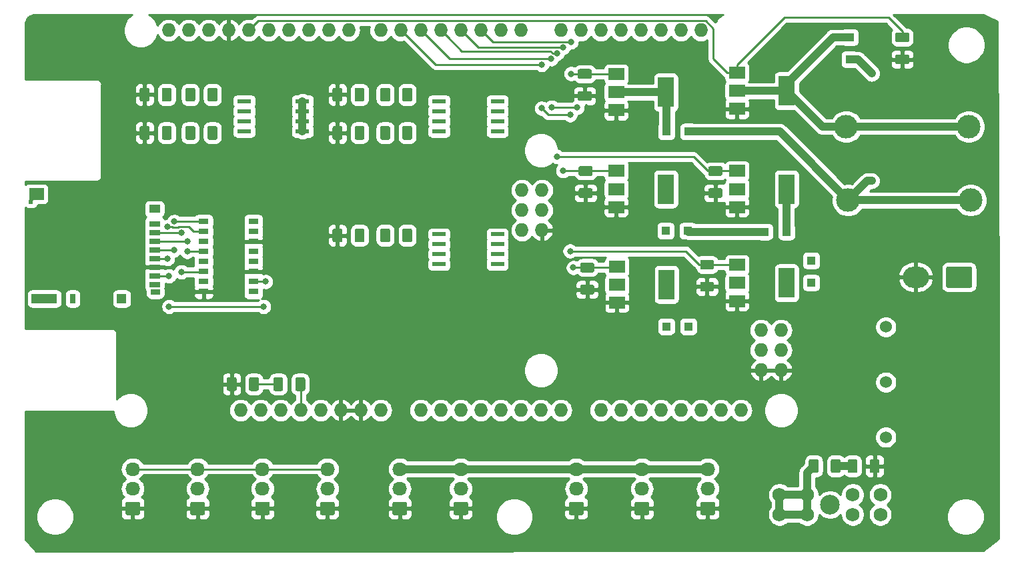
<source format=gbr>
G04 #@! TF.GenerationSoftware,KiCad,Pcbnew,(5.0.0)*
G04 #@! TF.CreationDate,2020-01-14T16:13:25-06:00*
G04 #@! TF.ProjectId,Igniter,49676E697465722E6B696361645F7063,rev?*
G04 #@! TF.SameCoordinates,Original*
G04 #@! TF.FileFunction,Copper,L1,Top,Signal*
G04 #@! TF.FilePolarity,Positive*
%FSLAX46Y46*%
G04 Gerber Fmt 4.6, Leading zero omitted, Abs format (unit mm)*
G04 Created by KiCad (PCBNEW (5.0.0)) date 01/14/20 16:13:25*
%MOMM*%
%LPD*%
G01*
G04 APERTURE LIST*
G04 #@! TA.AperFunction,SMDPad,CuDef*
%ADD10R,2.000000X3.800000*%
G04 #@! TD*
G04 #@! TA.AperFunction,SMDPad,CuDef*
%ADD11R,2.000000X1.500000*%
G04 #@! TD*
G04 #@! TA.AperFunction,ComponentPad*
%ADD12O,1.727200X1.727200*%
G04 #@! TD*
G04 #@! TA.AperFunction,ComponentPad*
%ADD13O,1.850000X1.700000*%
G04 #@! TD*
G04 #@! TA.AperFunction,Conductor*
%ADD14C,0.100000*%
G04 #@! TD*
G04 #@! TA.AperFunction,ComponentPad*
%ADD15C,1.700000*%
G04 #@! TD*
G04 #@! TA.AperFunction,SMDPad,CuDef*
%ADD16C,1.250000*%
G04 #@! TD*
G04 #@! TA.AperFunction,WasherPad*
%ADD17C,2.500000*%
G04 #@! TD*
G04 #@! TA.AperFunction,ComponentPad*
%ADD18C,1.750000*%
G04 #@! TD*
G04 #@! TA.AperFunction,SMDPad,CuDef*
%ADD19R,1.300000X0.800000*%
G04 #@! TD*
G04 #@! TA.AperFunction,SMDPad,CuDef*
%ADD20R,1.400000X0.700000*%
G04 #@! TD*
G04 #@! TA.AperFunction,SMDPad,CuDef*
%ADD21R,1.900000X1.500000*%
G04 #@! TD*
G04 #@! TA.AperFunction,SMDPad,CuDef*
%ADD22R,1.400000X1.000000*%
G04 #@! TD*
G04 #@! TA.AperFunction,SMDPad,CuDef*
%ADD23R,1.200000X1.200000*%
G04 #@! TD*
G04 #@! TA.AperFunction,SMDPad,CuDef*
%ADD24R,3.200000X1.200000*%
G04 #@! TD*
G04 #@! TA.AperFunction,SMDPad,CuDef*
%ADD25R,1.200000X0.700000*%
G04 #@! TD*
G04 #@! TA.AperFunction,SMDPad,CuDef*
%ADD26R,0.500000X0.500000*%
G04 #@! TD*
G04 #@! TA.AperFunction,SMDPad,CuDef*
%ADD27R,0.800000X1.200000*%
G04 #@! TD*
G04 #@! TA.AperFunction,SMDPad,CuDef*
%ADD28C,0.200000*%
G04 #@! TD*
G04 #@! TA.AperFunction,SMDPad,CuDef*
%ADD29R,1.750000X0.550000*%
G04 #@! TD*
G04 #@! TA.AperFunction,SMDPad,CuDef*
%ADD30R,1.100000X1.100000*%
G04 #@! TD*
G04 #@! TA.AperFunction,ComponentPad*
%ADD31C,3.000000*%
G04 #@! TD*
G04 #@! TA.AperFunction,ComponentPad*
%ADD32C,2.700000*%
G04 #@! TD*
G04 #@! TA.AperFunction,ComponentPad*
%ADD33O,3.300000X2.700000*%
G04 #@! TD*
G04 #@! TA.AperFunction,ComponentPad*
%ADD34C,1.524000*%
G04 #@! TD*
G04 #@! TA.AperFunction,ViaPad*
%ADD35C,0.800000*%
G04 #@! TD*
G04 #@! TA.AperFunction,Conductor*
%ADD36C,1.000000*%
G04 #@! TD*
G04 #@! TA.AperFunction,Conductor*
%ADD37C,0.250000*%
G04 #@! TD*
G04 #@! TA.AperFunction,Conductor*
%ADD38C,0.254000*%
G04 #@! TD*
G04 APERTURE END LIST*
D10*
G04 #@! TO.P,Q2,4*
G04 #@! TO.N,Net-(D2-Pad2)*
X167132400Y-96710500D03*
D11*
G04 #@! TO.P,Q2,2*
X160832400Y-96710500D03*
G04 #@! TO.P,Q2,3*
G04 #@! TO.N,GNDREF*
X160832400Y-99010500D03*
G04 #@! TO.P,Q2,1*
G04 #@! TO.N,SOL1*
X160832400Y-94410500D03*
G04 #@! TD*
D12*
G04 #@! TO.P,XA1,MISO*
G04 #@! TO.N,Net-(IC1-Pad9)*
X148861780Y-109148880D03*
G04 #@! TO.P,XA1,GND6*
G04 #@! TO.N,GNDREF*
X181754780Y-132008880D03*
G04 #@! TO.P,XA1,GND5*
X179214780Y-132008880D03*
G04 #@! TO.P,XA1,D53*
G04 #@! TO.N,/CS*
X181754780Y-129468880D03*
G04 #@! TO.P,XA1,D52*
G04 #@! TO.N,N/C*
X179214780Y-129468880D03*
G04 #@! TO.P,XA1,D51*
X181754780Y-126928880D03*
G04 #@! TO.P,XA1,D50*
X179214780Y-126928880D03*
G04 #@! TO.P,XA1,A15*
X176674780Y-137088880D03*
G04 #@! TO.P,XA1,A14*
X174134780Y-137088880D03*
G04 #@! TO.P,XA1,A13*
X171594780Y-137088880D03*
G04 #@! TO.P,XA1,A12*
X169054780Y-137088880D03*
G04 #@! TO.P,XA1,A11*
X166514780Y-137088880D03*
G04 #@! TO.P,XA1,A10*
X163974780Y-137088880D03*
G04 #@! TO.P,XA1,A9*
X161434780Y-137088880D03*
G04 #@! TO.P,XA1,A8*
X158894780Y-137088880D03*
G04 #@! TO.P,XA1,A7*
X153814780Y-137088880D03*
G04 #@! TO.P,XA1,A6*
X151274780Y-137088880D03*
G04 #@! TO.P,XA1,A5*
X148734780Y-137088880D03*
G04 #@! TO.P,XA1,A4*
X146194780Y-137088880D03*
G04 #@! TO.P,XA1,A3*
G04 #@! TO.N,/PT3*
X143654780Y-137088880D03*
G04 #@! TO.P,XA1,A2*
G04 #@! TO.N,/PT2*
X141114780Y-137088880D03*
G04 #@! TO.P,XA1,A1*
G04 #@! TO.N,/PT1*
X138574780Y-137088880D03*
G04 #@! TO.P,XA1,*
G04 #@! TO.N,*
X113174780Y-137088880D03*
G04 #@! TO.P,XA1,D11*
G04 #@! TO.N,N/C*
X119270780Y-88828880D03*
G04 #@! TO.P,XA1,D12*
X116730780Y-88828880D03*
G04 #@! TO.P,XA1,D13*
G04 #@! TO.N,Net-(Q1-Pad1)*
X114190780Y-88828880D03*
G04 #@! TO.P,XA1,AREF*
G04 #@! TO.N,N/C*
X109110780Y-88828880D03*
G04 #@! TO.P,XA1,SDA*
X106570780Y-88828880D03*
G04 #@! TO.P,XA1,SCL*
X104030780Y-88828880D03*
G04 #@! TO.P,XA1,D10*
X121810780Y-88828880D03*
G04 #@! TO.P,XA1,D9*
X124350780Y-88828880D03*
G04 #@! TO.P,XA1,D8*
X126890780Y-88828880D03*
G04 #@! TO.P,XA1,GND1*
G04 #@! TO.N,GNDREF*
X111650780Y-88828880D03*
G04 #@! TO.P,XA1,D7*
G04 #@! TO.N,N/C*
X130954780Y-88828880D03*
G04 #@! TO.P,XA1,D6*
G04 #@! TO.N,SOL5*
X133494780Y-88828880D03*
G04 #@! TO.P,XA1,D5*
G04 #@! TO.N,SOL4*
X136034780Y-88828880D03*
G04 #@! TO.P,XA1,D4*
G04 #@! TO.N,SOL3*
X138574780Y-88828880D03*
G04 #@! TO.P,XA1,D3*
G04 #@! TO.N,SOL2*
X141114780Y-88828880D03*
G04 #@! TO.P,XA1,D2*
G04 #@! TO.N,SOL1*
X143654780Y-88828880D03*
G04 #@! TO.P,XA1,D1*
G04 #@! TO.N,N/C*
X146194780Y-88828880D03*
G04 #@! TO.P,XA1,D0*
X148734780Y-88828880D03*
G04 #@! TO.P,XA1,D14*
X153814780Y-88828880D03*
G04 #@! TO.P,XA1,D15*
X156354780Y-88828880D03*
G04 #@! TO.P,XA1,D16*
X158894780Y-88828880D03*
G04 #@! TO.P,XA1,D17*
X161434780Y-88828880D03*
G04 #@! TO.P,XA1,D18*
X163974780Y-88828880D03*
G04 #@! TO.P,XA1,D19*
X166514780Y-88828880D03*
G04 #@! TO.P,XA1,D20*
X169054780Y-88828880D03*
G04 #@! TO.P,XA1,D21*
X171594780Y-88828880D03*
G04 #@! TO.P,XA1,IORF*
X115714780Y-137088880D03*
G04 #@! TO.P,XA1,RST1*
X118254780Y-137088880D03*
G04 #@! TO.P,XA1,3V3*
G04 #@! TO.N,+3V3*
X120794780Y-137088880D03*
G04 #@! TO.P,XA1,5V1*
G04 #@! TO.N,N/C*
X123334780Y-137088880D03*
G04 #@! TO.P,XA1,GND2*
G04 #@! TO.N,GNDREF*
X125874780Y-137088880D03*
G04 #@! TO.P,XA1,GND3*
X128414780Y-137088880D03*
G04 #@! TO.P,XA1,VIN*
G04 #@! TO.N,N/C*
X130954780Y-137088880D03*
G04 #@! TO.P,XA1,A0*
G04 #@! TO.N,/PT0*
X136034780Y-137088880D03*
G04 #@! TO.P,XA1,5V2*
G04 #@! TO.N,N/C*
X151401780Y-109148880D03*
G04 #@! TO.P,XA1,SCK*
G04 #@! TO.N,Net-(IC1-Pad3)*
X148861780Y-111688880D03*
G04 #@! TO.P,XA1,MOSI*
G04 #@! TO.N,Net-(IC1-Pad5)*
X151401780Y-111688880D03*
G04 #@! TO.P,XA1,GND4*
G04 #@! TO.N,GNDREF*
X151401780Y-114228880D03*
G04 #@! TO.P,XA1,RST2*
G04 #@! TO.N,N/C*
X148861780Y-114228880D03*
G04 #@! TD*
D13*
G04 #@! TO.P,J12,3*
G04 #@! TO.N,+24V*
X172435520Y-144562820D03*
G04 #@! TO.P,J12,2*
G04 #@! TO.N,Net-(D6-Pad2)*
X172435520Y-147062820D03*
D14*
G04 #@! TD*
G04 #@! TO.N,GNDREF*
G04 #@! TO.C,J12*
G36*
X173135024Y-148714024D02*
X173159293Y-148717624D01*
X173183091Y-148723585D01*
X173206191Y-148731850D01*
X173228369Y-148742340D01*
X173249413Y-148754953D01*
X173269118Y-148769567D01*
X173287297Y-148786043D01*
X173303773Y-148804222D01*
X173318387Y-148823927D01*
X173331000Y-148844971D01*
X173341490Y-148867149D01*
X173349755Y-148890249D01*
X173355716Y-148914047D01*
X173359316Y-148938316D01*
X173360520Y-148962820D01*
X173360520Y-150162820D01*
X173359316Y-150187324D01*
X173355716Y-150211593D01*
X173349755Y-150235391D01*
X173341490Y-150258491D01*
X173331000Y-150280669D01*
X173318387Y-150301713D01*
X173303773Y-150321418D01*
X173287297Y-150339597D01*
X173269118Y-150356073D01*
X173249413Y-150370687D01*
X173228369Y-150383300D01*
X173206191Y-150393790D01*
X173183091Y-150402055D01*
X173159293Y-150408016D01*
X173135024Y-150411616D01*
X173110520Y-150412820D01*
X171760520Y-150412820D01*
X171736016Y-150411616D01*
X171711747Y-150408016D01*
X171687949Y-150402055D01*
X171664849Y-150393790D01*
X171642671Y-150383300D01*
X171621627Y-150370687D01*
X171601922Y-150356073D01*
X171583743Y-150339597D01*
X171567267Y-150321418D01*
X171552653Y-150301713D01*
X171540040Y-150280669D01*
X171529550Y-150258491D01*
X171521285Y-150235391D01*
X171515324Y-150211593D01*
X171511724Y-150187324D01*
X171510520Y-150162820D01*
X171510520Y-148962820D01*
X171511724Y-148938316D01*
X171515324Y-148914047D01*
X171521285Y-148890249D01*
X171529550Y-148867149D01*
X171540040Y-148844971D01*
X171552653Y-148823927D01*
X171567267Y-148804222D01*
X171583743Y-148786043D01*
X171601922Y-148769567D01*
X171621627Y-148754953D01*
X171642671Y-148742340D01*
X171664849Y-148731850D01*
X171687949Y-148723585D01*
X171711747Y-148717624D01*
X171736016Y-148714024D01*
X171760520Y-148712820D01*
X173110520Y-148712820D01*
X173135024Y-148714024D01*
X173135024Y-148714024D01*
G37*
D15*
G04 #@! TO.P,J12,1*
G04 #@! TO.N,GNDREF*
X172435520Y-149562820D03*
G04 #@! TD*
D13*
G04 #@! TO.P,J11,3*
G04 #@! TO.N,+24V*
X164094160Y-144562820D03*
G04 #@! TO.P,J11,2*
G04 #@! TO.N,Net-(D5-Pad2)*
X164094160Y-147062820D03*
D14*
G04 #@! TD*
G04 #@! TO.N,GNDREF*
G04 #@! TO.C,J11*
G36*
X164793664Y-148714024D02*
X164817933Y-148717624D01*
X164841731Y-148723585D01*
X164864831Y-148731850D01*
X164887009Y-148742340D01*
X164908053Y-148754953D01*
X164927758Y-148769567D01*
X164945937Y-148786043D01*
X164962413Y-148804222D01*
X164977027Y-148823927D01*
X164989640Y-148844971D01*
X165000130Y-148867149D01*
X165008395Y-148890249D01*
X165014356Y-148914047D01*
X165017956Y-148938316D01*
X165019160Y-148962820D01*
X165019160Y-150162820D01*
X165017956Y-150187324D01*
X165014356Y-150211593D01*
X165008395Y-150235391D01*
X165000130Y-150258491D01*
X164989640Y-150280669D01*
X164977027Y-150301713D01*
X164962413Y-150321418D01*
X164945937Y-150339597D01*
X164927758Y-150356073D01*
X164908053Y-150370687D01*
X164887009Y-150383300D01*
X164864831Y-150393790D01*
X164841731Y-150402055D01*
X164817933Y-150408016D01*
X164793664Y-150411616D01*
X164769160Y-150412820D01*
X163419160Y-150412820D01*
X163394656Y-150411616D01*
X163370387Y-150408016D01*
X163346589Y-150402055D01*
X163323489Y-150393790D01*
X163301311Y-150383300D01*
X163280267Y-150370687D01*
X163260562Y-150356073D01*
X163242383Y-150339597D01*
X163225907Y-150321418D01*
X163211293Y-150301713D01*
X163198680Y-150280669D01*
X163188190Y-150258491D01*
X163179925Y-150235391D01*
X163173964Y-150211593D01*
X163170364Y-150187324D01*
X163169160Y-150162820D01*
X163169160Y-148962820D01*
X163170364Y-148938316D01*
X163173964Y-148914047D01*
X163179925Y-148890249D01*
X163188190Y-148867149D01*
X163198680Y-148844971D01*
X163211293Y-148823927D01*
X163225907Y-148804222D01*
X163242383Y-148786043D01*
X163260562Y-148769567D01*
X163280267Y-148754953D01*
X163301311Y-148742340D01*
X163323489Y-148731850D01*
X163346589Y-148723585D01*
X163370387Y-148717624D01*
X163394656Y-148714024D01*
X163419160Y-148712820D01*
X164769160Y-148712820D01*
X164793664Y-148714024D01*
X164793664Y-148714024D01*
G37*
D15*
G04 #@! TO.P,J11,1*
G04 #@! TO.N,GNDREF*
X164094160Y-149562820D03*
G04 #@! TD*
D13*
G04 #@! TO.P,J10,3*
G04 #@! TO.N,+24V*
X155752800Y-144562820D03*
G04 #@! TO.P,J10,2*
G04 #@! TO.N,Net-(D4-Pad2)*
X155752800Y-147062820D03*
D14*
G04 #@! TD*
G04 #@! TO.N,GNDREF*
G04 #@! TO.C,J10*
G36*
X156452304Y-148714024D02*
X156476573Y-148717624D01*
X156500371Y-148723585D01*
X156523471Y-148731850D01*
X156545649Y-148742340D01*
X156566693Y-148754953D01*
X156586398Y-148769567D01*
X156604577Y-148786043D01*
X156621053Y-148804222D01*
X156635667Y-148823927D01*
X156648280Y-148844971D01*
X156658770Y-148867149D01*
X156667035Y-148890249D01*
X156672996Y-148914047D01*
X156676596Y-148938316D01*
X156677800Y-148962820D01*
X156677800Y-150162820D01*
X156676596Y-150187324D01*
X156672996Y-150211593D01*
X156667035Y-150235391D01*
X156658770Y-150258491D01*
X156648280Y-150280669D01*
X156635667Y-150301713D01*
X156621053Y-150321418D01*
X156604577Y-150339597D01*
X156586398Y-150356073D01*
X156566693Y-150370687D01*
X156545649Y-150383300D01*
X156523471Y-150393790D01*
X156500371Y-150402055D01*
X156476573Y-150408016D01*
X156452304Y-150411616D01*
X156427800Y-150412820D01*
X155077800Y-150412820D01*
X155053296Y-150411616D01*
X155029027Y-150408016D01*
X155005229Y-150402055D01*
X154982129Y-150393790D01*
X154959951Y-150383300D01*
X154938907Y-150370687D01*
X154919202Y-150356073D01*
X154901023Y-150339597D01*
X154884547Y-150321418D01*
X154869933Y-150301713D01*
X154857320Y-150280669D01*
X154846830Y-150258491D01*
X154838565Y-150235391D01*
X154832604Y-150211593D01*
X154829004Y-150187324D01*
X154827800Y-150162820D01*
X154827800Y-148962820D01*
X154829004Y-148938316D01*
X154832604Y-148914047D01*
X154838565Y-148890249D01*
X154846830Y-148867149D01*
X154857320Y-148844971D01*
X154869933Y-148823927D01*
X154884547Y-148804222D01*
X154901023Y-148786043D01*
X154919202Y-148769567D01*
X154938907Y-148754953D01*
X154959951Y-148742340D01*
X154982129Y-148731850D01*
X155005229Y-148723585D01*
X155029027Y-148717624D01*
X155053296Y-148714024D01*
X155077800Y-148712820D01*
X156427800Y-148712820D01*
X156452304Y-148714024D01*
X156452304Y-148714024D01*
G37*
D15*
G04 #@! TO.P,J10,1*
G04 #@! TO.N,GNDREF*
X155752800Y-149562820D03*
G04 #@! TD*
D13*
G04 #@! TO.P,J9,3*
G04 #@! TO.N,+24V*
X141091920Y-144562820D03*
G04 #@! TO.P,J9,2*
G04 #@! TO.N,Net-(D3-Pad2)*
X141091920Y-147062820D03*
D14*
G04 #@! TD*
G04 #@! TO.N,GNDREF*
G04 #@! TO.C,J9*
G36*
X141791424Y-148714024D02*
X141815693Y-148717624D01*
X141839491Y-148723585D01*
X141862591Y-148731850D01*
X141884769Y-148742340D01*
X141905813Y-148754953D01*
X141925518Y-148769567D01*
X141943697Y-148786043D01*
X141960173Y-148804222D01*
X141974787Y-148823927D01*
X141987400Y-148844971D01*
X141997890Y-148867149D01*
X142006155Y-148890249D01*
X142012116Y-148914047D01*
X142015716Y-148938316D01*
X142016920Y-148962820D01*
X142016920Y-150162820D01*
X142015716Y-150187324D01*
X142012116Y-150211593D01*
X142006155Y-150235391D01*
X141997890Y-150258491D01*
X141987400Y-150280669D01*
X141974787Y-150301713D01*
X141960173Y-150321418D01*
X141943697Y-150339597D01*
X141925518Y-150356073D01*
X141905813Y-150370687D01*
X141884769Y-150383300D01*
X141862591Y-150393790D01*
X141839491Y-150402055D01*
X141815693Y-150408016D01*
X141791424Y-150411616D01*
X141766920Y-150412820D01*
X140416920Y-150412820D01*
X140392416Y-150411616D01*
X140368147Y-150408016D01*
X140344349Y-150402055D01*
X140321249Y-150393790D01*
X140299071Y-150383300D01*
X140278027Y-150370687D01*
X140258322Y-150356073D01*
X140240143Y-150339597D01*
X140223667Y-150321418D01*
X140209053Y-150301713D01*
X140196440Y-150280669D01*
X140185950Y-150258491D01*
X140177685Y-150235391D01*
X140171724Y-150211593D01*
X140168124Y-150187324D01*
X140166920Y-150162820D01*
X140166920Y-148962820D01*
X140168124Y-148938316D01*
X140171724Y-148914047D01*
X140177685Y-148890249D01*
X140185950Y-148867149D01*
X140196440Y-148844971D01*
X140209053Y-148823927D01*
X140223667Y-148804222D01*
X140240143Y-148786043D01*
X140258322Y-148769567D01*
X140278027Y-148754953D01*
X140299071Y-148742340D01*
X140321249Y-148731850D01*
X140344349Y-148723585D01*
X140368147Y-148717624D01*
X140392416Y-148714024D01*
X140416920Y-148712820D01*
X141766920Y-148712820D01*
X141791424Y-148714024D01*
X141791424Y-148714024D01*
G37*
D15*
G04 #@! TO.P,J9,1*
G04 #@! TO.N,GNDREF*
X141091920Y-149562820D03*
G04 #@! TD*
D13*
G04 #@! TO.P,J8,3*
G04 #@! TO.N,+24V*
X133357620Y-144562820D03*
G04 #@! TO.P,J8,2*
G04 #@! TO.N,Net-(D2-Pad2)*
X133357620Y-147062820D03*
D14*
G04 #@! TD*
G04 #@! TO.N,GNDREF*
G04 #@! TO.C,J8*
G36*
X134057124Y-148714024D02*
X134081393Y-148717624D01*
X134105191Y-148723585D01*
X134128291Y-148731850D01*
X134150469Y-148742340D01*
X134171513Y-148754953D01*
X134191218Y-148769567D01*
X134209397Y-148786043D01*
X134225873Y-148804222D01*
X134240487Y-148823927D01*
X134253100Y-148844971D01*
X134263590Y-148867149D01*
X134271855Y-148890249D01*
X134277816Y-148914047D01*
X134281416Y-148938316D01*
X134282620Y-148962820D01*
X134282620Y-150162820D01*
X134281416Y-150187324D01*
X134277816Y-150211593D01*
X134271855Y-150235391D01*
X134263590Y-150258491D01*
X134253100Y-150280669D01*
X134240487Y-150301713D01*
X134225873Y-150321418D01*
X134209397Y-150339597D01*
X134191218Y-150356073D01*
X134171513Y-150370687D01*
X134150469Y-150383300D01*
X134128291Y-150393790D01*
X134105191Y-150402055D01*
X134081393Y-150408016D01*
X134057124Y-150411616D01*
X134032620Y-150412820D01*
X132682620Y-150412820D01*
X132658116Y-150411616D01*
X132633847Y-150408016D01*
X132610049Y-150402055D01*
X132586949Y-150393790D01*
X132564771Y-150383300D01*
X132543727Y-150370687D01*
X132524022Y-150356073D01*
X132505843Y-150339597D01*
X132489367Y-150321418D01*
X132474753Y-150301713D01*
X132462140Y-150280669D01*
X132451650Y-150258491D01*
X132443385Y-150235391D01*
X132437424Y-150211593D01*
X132433824Y-150187324D01*
X132432620Y-150162820D01*
X132432620Y-148962820D01*
X132433824Y-148938316D01*
X132437424Y-148914047D01*
X132443385Y-148890249D01*
X132451650Y-148867149D01*
X132462140Y-148844971D01*
X132474753Y-148823927D01*
X132489367Y-148804222D01*
X132505843Y-148786043D01*
X132524022Y-148769567D01*
X132543727Y-148754953D01*
X132564771Y-148742340D01*
X132586949Y-148731850D01*
X132610049Y-148723585D01*
X132633847Y-148717624D01*
X132658116Y-148714024D01*
X132682620Y-148712820D01*
X134032620Y-148712820D01*
X134057124Y-148714024D01*
X134057124Y-148714024D01*
G37*
D15*
G04 #@! TO.P,J8,1*
G04 #@! TO.N,GNDREF*
X133357620Y-149562820D03*
G04 #@! TD*
D14*
G04 #@! TO.N,GNDREF*
G04 #@! TO.C,D12*
G36*
X112435904Y-132908004D02*
X112460173Y-132911604D01*
X112483971Y-132917565D01*
X112507071Y-132925830D01*
X112529249Y-132936320D01*
X112550293Y-132948933D01*
X112569998Y-132963547D01*
X112588177Y-132980023D01*
X112604653Y-132998202D01*
X112619267Y-133017907D01*
X112631880Y-133038951D01*
X112642370Y-133061129D01*
X112650635Y-133084229D01*
X112656596Y-133108027D01*
X112660196Y-133132296D01*
X112661400Y-133156800D01*
X112661400Y-134406800D01*
X112660196Y-134431304D01*
X112656596Y-134455573D01*
X112650635Y-134479371D01*
X112642370Y-134502471D01*
X112631880Y-134524649D01*
X112619267Y-134545693D01*
X112604653Y-134565398D01*
X112588177Y-134583577D01*
X112569998Y-134600053D01*
X112550293Y-134614667D01*
X112529249Y-134627280D01*
X112507071Y-134637770D01*
X112483971Y-134646035D01*
X112460173Y-134651996D01*
X112435904Y-134655596D01*
X112411400Y-134656800D01*
X111661400Y-134656800D01*
X111636896Y-134655596D01*
X111612627Y-134651996D01*
X111588829Y-134646035D01*
X111565729Y-134637770D01*
X111543551Y-134627280D01*
X111522507Y-134614667D01*
X111502802Y-134600053D01*
X111484623Y-134583577D01*
X111468147Y-134565398D01*
X111453533Y-134545693D01*
X111440920Y-134524649D01*
X111430430Y-134502471D01*
X111422165Y-134479371D01*
X111416204Y-134455573D01*
X111412604Y-134431304D01*
X111411400Y-134406800D01*
X111411400Y-133156800D01*
X111412604Y-133132296D01*
X111416204Y-133108027D01*
X111422165Y-133084229D01*
X111430430Y-133061129D01*
X111440920Y-133038951D01*
X111453533Y-133017907D01*
X111468147Y-132998202D01*
X111484623Y-132980023D01*
X111502802Y-132963547D01*
X111522507Y-132948933D01*
X111543551Y-132936320D01*
X111565729Y-132925830D01*
X111588829Y-132917565D01*
X111612627Y-132911604D01*
X111636896Y-132908004D01*
X111661400Y-132906800D01*
X112411400Y-132906800D01*
X112435904Y-132908004D01*
X112435904Y-132908004D01*
G37*
D16*
G04 #@! TD*
G04 #@! TO.P,D12,1*
G04 #@! TO.N,GNDREF*
X112036400Y-133781800D03*
D14*
G04 #@! TO.N,Net-(D12-Pad2)*
G04 #@! TO.C,D12*
G36*
X115235904Y-132908004D02*
X115260173Y-132911604D01*
X115283971Y-132917565D01*
X115307071Y-132925830D01*
X115329249Y-132936320D01*
X115350293Y-132948933D01*
X115369998Y-132963547D01*
X115388177Y-132980023D01*
X115404653Y-132998202D01*
X115419267Y-133017907D01*
X115431880Y-133038951D01*
X115442370Y-133061129D01*
X115450635Y-133084229D01*
X115456596Y-133108027D01*
X115460196Y-133132296D01*
X115461400Y-133156800D01*
X115461400Y-134406800D01*
X115460196Y-134431304D01*
X115456596Y-134455573D01*
X115450635Y-134479371D01*
X115442370Y-134502471D01*
X115431880Y-134524649D01*
X115419267Y-134545693D01*
X115404653Y-134565398D01*
X115388177Y-134583577D01*
X115369998Y-134600053D01*
X115350293Y-134614667D01*
X115329249Y-134627280D01*
X115307071Y-134637770D01*
X115283971Y-134646035D01*
X115260173Y-134651996D01*
X115235904Y-134655596D01*
X115211400Y-134656800D01*
X114461400Y-134656800D01*
X114436896Y-134655596D01*
X114412627Y-134651996D01*
X114388829Y-134646035D01*
X114365729Y-134637770D01*
X114343551Y-134627280D01*
X114322507Y-134614667D01*
X114302802Y-134600053D01*
X114284623Y-134583577D01*
X114268147Y-134565398D01*
X114253533Y-134545693D01*
X114240920Y-134524649D01*
X114230430Y-134502471D01*
X114222165Y-134479371D01*
X114216204Y-134455573D01*
X114212604Y-134431304D01*
X114211400Y-134406800D01*
X114211400Y-133156800D01*
X114212604Y-133132296D01*
X114216204Y-133108027D01*
X114222165Y-133084229D01*
X114230430Y-133061129D01*
X114240920Y-133038951D01*
X114253533Y-133017907D01*
X114268147Y-132998202D01*
X114284623Y-132980023D01*
X114302802Y-132963547D01*
X114322507Y-132948933D01*
X114343551Y-132936320D01*
X114365729Y-132925830D01*
X114388829Y-132917565D01*
X114412627Y-132911604D01*
X114436896Y-132908004D01*
X114461400Y-132906800D01*
X115211400Y-132906800D01*
X115235904Y-132908004D01*
X115235904Y-132908004D01*
G37*
D16*
G04 #@! TD*
G04 #@! TO.P,D12,2*
G04 #@! TO.N,Net-(D12-Pad2)*
X114836400Y-133781800D03*
D17*
G04 #@! TO.P,F1,*
G04 #@! TO.N,*
X187947300Y-149085300D03*
D18*
G04 #@! TO.P,F1,1*
G04 #@! TO.N,+24V*
X181547300Y-147835300D03*
G04 #@! TO.P,F1,2*
X185047300Y-147835300D03*
G04 #@! TO.P,F1,5*
G04 #@! TO.N,Net-(F1-Pad5)*
X190847300Y-147835300D03*
G04 #@! TO.P,F1,6*
X194347300Y-147835300D03*
G04 #@! TO.P,F1,3*
G04 #@! TO.N,+24V*
X181547300Y-150335300D03*
G04 #@! TO.P,F1,4*
X185047300Y-150335300D03*
G04 #@! TO.P,F1,7*
G04 #@! TO.N,Net-(F1-Pad5)*
X190847300Y-150335300D03*
G04 #@! TO.P,F1,8*
X194347300Y-150335300D03*
G04 #@! TD*
D19*
G04 #@! TO.P,IC1,1*
G04 #@! TO.N,+3V3*
X108470300Y-113139300D03*
G04 #@! TO.P,IC1,2*
G04 #@! TO.N,Net-(IC1-Pad2)*
X108470300Y-114419300D03*
G04 #@! TO.P,IC1,3*
G04 #@! TO.N,Net-(IC1-Pad3)*
X108470300Y-115679300D03*
G04 #@! TO.P,IC1,4*
G04 #@! TO.N,Net-(IC1-Pad4)*
X108470300Y-116949300D03*
G04 #@! TO.P,IC1,5*
G04 #@! TO.N,Net-(IC1-Pad5)*
X108470300Y-118229300D03*
G04 #@! TO.P,IC1,6*
G04 #@! TO.N,Net-(IC1-Pad6)*
X108470300Y-119499300D03*
G04 #@! TO.P,IC1,7*
G04 #@! TO.N,/CS*
X108470300Y-120759300D03*
G04 #@! TO.P,IC1,8*
G04 #@! TO.N,GNDREF*
X108470300Y-122039300D03*
G04 #@! TO.P,IC1,9*
G04 #@! TO.N,Net-(IC1-Pad9)*
X114770300Y-122039300D03*
G04 #@! TO.P,IC1,10*
G04 #@! TO.N,Net-(IC1-Pad10)*
X114770300Y-120759300D03*
G04 #@! TO.P,IC1,11*
G04 #@! TO.N,GNDREF*
X114770300Y-119499300D03*
G04 #@! TO.P,IC1,12*
G04 #@! TO.N,N/C*
X114770300Y-118229300D03*
G04 #@! TO.P,IC1,13*
X114770300Y-116949300D03*
G04 #@! TO.P,IC1,14*
G04 #@! TO.N,GNDREF*
X114770300Y-115679300D03*
G04 #@! TO.P,IC1,15*
G04 #@! TO.N,N/C*
X114770300Y-114419300D03*
G04 #@! TO.P,IC1,16*
X114770300Y-113139300D03*
G04 #@! TD*
D20*
G04 #@! TO.P,J13,1*
G04 #@! TO.N,N/C*
X102240000Y-113430000D03*
D21*
G04 #@! TO.P,J13,11*
X87240000Y-109630000D03*
D22*
X102240000Y-111530000D03*
D23*
X98040000Y-122930000D03*
D24*
X88240000Y-122930000D03*
D25*
G04 #@! TO.P,J13,9*
X102340000Y-122080000D03*
D20*
G04 #@! TO.P,J13,2*
G04 #@! TO.N,Net-(IC1-Pad6)*
X102240000Y-114530000D03*
G04 #@! TO.P,J13,3*
G04 #@! TO.N,Net-(IC1-Pad4)*
X102240000Y-115630000D03*
G04 #@! TO.P,J13,4*
G04 #@! TO.N,+3V3*
X102240000Y-116730000D03*
G04 #@! TO.P,J13,5*
G04 #@! TO.N,Net-(IC1-Pad2)*
X102240000Y-117830000D03*
G04 #@! TO.P,J13,6*
G04 #@! TO.N,GNDREF*
X102240000Y-118930000D03*
G04 #@! TO.P,J13,7*
G04 #@! TO.N,Net-(IC1-Pad10)*
X102240000Y-120030000D03*
G04 #@! TO.P,J13,8*
G04 #@! TO.N,N/C*
X102240000Y-121130000D03*
D26*
G04 #@! TO.P,J13,11*
X86540000Y-110630000D03*
D27*
G04 #@! TO.P,J13,10*
X91840000Y-122930000D03*
D28*
G04 #@! TO.P,J13,11*
X86790000Y-110380000D03*
D14*
G04 #@! TD*
G04 #@! TO.N,N/C*
G04 #@! TO.C,J13*
G36*
X86648579Y-110380000D02*
X86790000Y-110238579D01*
X86931421Y-110380000D01*
X86790000Y-110521421D01*
X86648579Y-110380000D01*
X86648579Y-110380000D01*
G37*
G04 #@! TO.N,GNDREF*
G04 #@! TO.C,D13*
G36*
X194019404Y-143316924D02*
X194043673Y-143320524D01*
X194067471Y-143326485D01*
X194090571Y-143334750D01*
X194112749Y-143345240D01*
X194133793Y-143357853D01*
X194153498Y-143372467D01*
X194171677Y-143388943D01*
X194188153Y-143407122D01*
X194202767Y-143426827D01*
X194215380Y-143447871D01*
X194225870Y-143470049D01*
X194234135Y-143493149D01*
X194240096Y-143516947D01*
X194243696Y-143541216D01*
X194244900Y-143565720D01*
X194244900Y-144815720D01*
X194243696Y-144840224D01*
X194240096Y-144864493D01*
X194234135Y-144888291D01*
X194225870Y-144911391D01*
X194215380Y-144933569D01*
X194202767Y-144954613D01*
X194188153Y-144974318D01*
X194171677Y-144992497D01*
X194153498Y-145008973D01*
X194133793Y-145023587D01*
X194112749Y-145036200D01*
X194090571Y-145046690D01*
X194067471Y-145054955D01*
X194043673Y-145060916D01*
X194019404Y-145064516D01*
X193994900Y-145065720D01*
X193244900Y-145065720D01*
X193220396Y-145064516D01*
X193196127Y-145060916D01*
X193172329Y-145054955D01*
X193149229Y-145046690D01*
X193127051Y-145036200D01*
X193106007Y-145023587D01*
X193086302Y-145008973D01*
X193068123Y-144992497D01*
X193051647Y-144974318D01*
X193037033Y-144954613D01*
X193024420Y-144933569D01*
X193013930Y-144911391D01*
X193005665Y-144888291D01*
X192999704Y-144864493D01*
X192996104Y-144840224D01*
X192994900Y-144815720D01*
X192994900Y-143565720D01*
X192996104Y-143541216D01*
X192999704Y-143516947D01*
X193005665Y-143493149D01*
X193013930Y-143470049D01*
X193024420Y-143447871D01*
X193037033Y-143426827D01*
X193051647Y-143407122D01*
X193068123Y-143388943D01*
X193086302Y-143372467D01*
X193106007Y-143357853D01*
X193127051Y-143345240D01*
X193149229Y-143334750D01*
X193172329Y-143326485D01*
X193196127Y-143320524D01*
X193220396Y-143316924D01*
X193244900Y-143315720D01*
X193994900Y-143315720D01*
X194019404Y-143316924D01*
X194019404Y-143316924D01*
G37*
D16*
G04 #@! TD*
G04 #@! TO.P,D13,1*
G04 #@! TO.N,GNDREF*
X193619900Y-144190720D03*
D14*
G04 #@! TO.N,Net-(D13-Pad2)*
G04 #@! TO.C,D13*
G36*
X191219404Y-143316924D02*
X191243673Y-143320524D01*
X191267471Y-143326485D01*
X191290571Y-143334750D01*
X191312749Y-143345240D01*
X191333793Y-143357853D01*
X191353498Y-143372467D01*
X191371677Y-143388943D01*
X191388153Y-143407122D01*
X191402767Y-143426827D01*
X191415380Y-143447871D01*
X191425870Y-143470049D01*
X191434135Y-143493149D01*
X191440096Y-143516947D01*
X191443696Y-143541216D01*
X191444900Y-143565720D01*
X191444900Y-144815720D01*
X191443696Y-144840224D01*
X191440096Y-144864493D01*
X191434135Y-144888291D01*
X191425870Y-144911391D01*
X191415380Y-144933569D01*
X191402767Y-144954613D01*
X191388153Y-144974318D01*
X191371677Y-144992497D01*
X191353498Y-145008973D01*
X191333793Y-145023587D01*
X191312749Y-145036200D01*
X191290571Y-145046690D01*
X191267471Y-145054955D01*
X191243673Y-145060916D01*
X191219404Y-145064516D01*
X191194900Y-145065720D01*
X190444900Y-145065720D01*
X190420396Y-145064516D01*
X190396127Y-145060916D01*
X190372329Y-145054955D01*
X190349229Y-145046690D01*
X190327051Y-145036200D01*
X190306007Y-145023587D01*
X190286302Y-145008973D01*
X190268123Y-144992497D01*
X190251647Y-144974318D01*
X190237033Y-144954613D01*
X190224420Y-144933569D01*
X190213930Y-144911391D01*
X190205665Y-144888291D01*
X190199704Y-144864493D01*
X190196104Y-144840224D01*
X190194900Y-144815720D01*
X190194900Y-143565720D01*
X190196104Y-143541216D01*
X190199704Y-143516947D01*
X190205665Y-143493149D01*
X190213930Y-143470049D01*
X190224420Y-143447871D01*
X190237033Y-143426827D01*
X190251647Y-143407122D01*
X190268123Y-143388943D01*
X190286302Y-143372467D01*
X190306007Y-143357853D01*
X190327051Y-143345240D01*
X190349229Y-143334750D01*
X190372329Y-143326485D01*
X190396127Y-143320524D01*
X190420396Y-143316924D01*
X190444900Y-143315720D01*
X191194900Y-143315720D01*
X191219404Y-143316924D01*
X191219404Y-143316924D01*
G37*
D16*
G04 #@! TD*
G04 #@! TO.P,D13,2*
G04 #@! TO.N,Net-(D13-Pad2)*
X190819900Y-144190720D03*
D29*
G04 #@! TO.P,U2,1*
G04 #@! TO.N,Net-(R8-Pad1)*
X113609900Y-97866200D03*
G04 #@! TO.P,U2,2*
G04 #@! TO.N,SOL1*
X113609900Y-99136200D03*
G04 #@! TO.P,U2,3*
G04 #@! TO.N,Net-(R5-Pad2)*
X113609900Y-100406200D03*
G04 #@! TO.P,U2,4*
G04 #@! TO.N,SOL2*
X113609900Y-101676200D03*
G04 #@! TO.P,U2,5*
G04 #@! TO.N,+24V*
X121009900Y-101676200D03*
G04 #@! TO.P,U2,6*
X121009900Y-100406200D03*
G04 #@! TO.P,U2,7*
X121009900Y-99136200D03*
G04 #@! TO.P,U2,8*
X121009900Y-97866200D03*
G04 #@! TD*
G04 #@! TO.P,U3,8*
G04 #@! TO.N,+24V*
X145736800Y-97866200D03*
G04 #@! TO.P,U3,7*
X145736800Y-99136200D03*
G04 #@! TO.P,U3,6*
X145736800Y-100406200D03*
G04 #@! TO.P,U3,5*
X145736800Y-101676200D03*
G04 #@! TO.P,U3,4*
G04 #@! TO.N,SOL4*
X138336800Y-101676200D03*
G04 #@! TO.P,U3,3*
G04 #@! TO.N,Net-(R7-Pad2)*
X138336800Y-100406200D03*
G04 #@! TO.P,U3,2*
G04 #@! TO.N,SOL3*
X138336800Y-99136200D03*
G04 #@! TO.P,U3,1*
G04 #@! TO.N,Net-(R9-Pad1)*
X138336800Y-97866200D03*
G04 #@! TD*
G04 #@! TO.P,U4,1*
G04 #@! TO.N,Net-(R10-Pad1)*
X138336800Y-114757200D03*
G04 #@! TO.P,U4,2*
G04 #@! TO.N,SOL5*
X138336800Y-116027200D03*
G04 #@! TO.P,U4,3*
G04 #@! TO.N,N/C*
X138336800Y-117297200D03*
G04 #@! TO.P,U4,4*
X138336800Y-118567200D03*
G04 #@! TO.P,U4,5*
X145736800Y-118567200D03*
G04 #@! TO.P,U4,6*
X145736800Y-117297200D03*
G04 #@! TO.P,U4,7*
G04 #@! TO.N,+24V*
X145736800Y-116027200D03*
G04 #@! TO.P,U4,8*
X145736800Y-114757200D03*
G04 #@! TD*
D14*
G04 #@! TO.N,+3V3*
G04 #@! TO.C,R1*
G36*
X121128704Y-132908004D02*
X121152973Y-132911604D01*
X121176771Y-132917565D01*
X121199871Y-132925830D01*
X121222049Y-132936320D01*
X121243093Y-132948933D01*
X121262798Y-132963547D01*
X121280977Y-132980023D01*
X121297453Y-132998202D01*
X121312067Y-133017907D01*
X121324680Y-133038951D01*
X121335170Y-133061129D01*
X121343435Y-133084229D01*
X121349396Y-133108027D01*
X121352996Y-133132296D01*
X121354200Y-133156800D01*
X121354200Y-134406800D01*
X121352996Y-134431304D01*
X121349396Y-134455573D01*
X121343435Y-134479371D01*
X121335170Y-134502471D01*
X121324680Y-134524649D01*
X121312067Y-134545693D01*
X121297453Y-134565398D01*
X121280977Y-134583577D01*
X121262798Y-134600053D01*
X121243093Y-134614667D01*
X121222049Y-134627280D01*
X121199871Y-134637770D01*
X121176771Y-134646035D01*
X121152973Y-134651996D01*
X121128704Y-134655596D01*
X121104200Y-134656800D01*
X120354200Y-134656800D01*
X120329696Y-134655596D01*
X120305427Y-134651996D01*
X120281629Y-134646035D01*
X120258529Y-134637770D01*
X120236351Y-134627280D01*
X120215307Y-134614667D01*
X120195602Y-134600053D01*
X120177423Y-134583577D01*
X120160947Y-134565398D01*
X120146333Y-134545693D01*
X120133720Y-134524649D01*
X120123230Y-134502471D01*
X120114965Y-134479371D01*
X120109004Y-134455573D01*
X120105404Y-134431304D01*
X120104200Y-134406800D01*
X120104200Y-133156800D01*
X120105404Y-133132296D01*
X120109004Y-133108027D01*
X120114965Y-133084229D01*
X120123230Y-133061129D01*
X120133720Y-133038951D01*
X120146333Y-133017907D01*
X120160947Y-132998202D01*
X120177423Y-132980023D01*
X120195602Y-132963547D01*
X120215307Y-132948933D01*
X120236351Y-132936320D01*
X120258529Y-132925830D01*
X120281629Y-132917565D01*
X120305427Y-132911604D01*
X120329696Y-132908004D01*
X120354200Y-132906800D01*
X121104200Y-132906800D01*
X121128704Y-132908004D01*
X121128704Y-132908004D01*
G37*
D16*
G04 #@! TD*
G04 #@! TO.P,R1,2*
G04 #@! TO.N,+3V3*
X120729200Y-133781800D03*
D14*
G04 #@! TO.N,Net-(D12-Pad2)*
G04 #@! TO.C,R1*
G36*
X118328704Y-132908004D02*
X118352973Y-132911604D01*
X118376771Y-132917565D01*
X118399871Y-132925830D01*
X118422049Y-132936320D01*
X118443093Y-132948933D01*
X118462798Y-132963547D01*
X118480977Y-132980023D01*
X118497453Y-132998202D01*
X118512067Y-133017907D01*
X118524680Y-133038951D01*
X118535170Y-133061129D01*
X118543435Y-133084229D01*
X118549396Y-133108027D01*
X118552996Y-133132296D01*
X118554200Y-133156800D01*
X118554200Y-134406800D01*
X118552996Y-134431304D01*
X118549396Y-134455573D01*
X118543435Y-134479371D01*
X118535170Y-134502471D01*
X118524680Y-134524649D01*
X118512067Y-134545693D01*
X118497453Y-134565398D01*
X118480977Y-134583577D01*
X118462798Y-134600053D01*
X118443093Y-134614667D01*
X118422049Y-134627280D01*
X118399871Y-134637770D01*
X118376771Y-134646035D01*
X118352973Y-134651996D01*
X118328704Y-134655596D01*
X118304200Y-134656800D01*
X117554200Y-134656800D01*
X117529696Y-134655596D01*
X117505427Y-134651996D01*
X117481629Y-134646035D01*
X117458529Y-134637770D01*
X117436351Y-134627280D01*
X117415307Y-134614667D01*
X117395602Y-134600053D01*
X117377423Y-134583577D01*
X117360947Y-134565398D01*
X117346333Y-134545693D01*
X117333720Y-134524649D01*
X117323230Y-134502471D01*
X117314965Y-134479371D01*
X117309004Y-134455573D01*
X117305404Y-134431304D01*
X117304200Y-134406800D01*
X117304200Y-133156800D01*
X117305404Y-133132296D01*
X117309004Y-133108027D01*
X117314965Y-133084229D01*
X117323230Y-133061129D01*
X117333720Y-133038951D01*
X117346333Y-133017907D01*
X117360947Y-132998202D01*
X117377423Y-132980023D01*
X117395602Y-132963547D01*
X117415307Y-132948933D01*
X117436351Y-132936320D01*
X117458529Y-132925830D01*
X117481629Y-132917565D01*
X117505427Y-132911604D01*
X117529696Y-132908004D01*
X117554200Y-132906800D01*
X118304200Y-132906800D01*
X118328704Y-132908004D01*
X118328704Y-132908004D01*
G37*
D16*
G04 #@! TD*
G04 #@! TO.P,R1,1*
G04 #@! TO.N,Net-(D12-Pad2)*
X117929200Y-133781800D03*
D14*
G04 #@! TO.N,Net-(D13-Pad2)*
G04 #@! TO.C,R4*
G36*
X189083864Y-143316924D02*
X189108133Y-143320524D01*
X189131931Y-143326485D01*
X189155031Y-143334750D01*
X189177209Y-143345240D01*
X189198253Y-143357853D01*
X189217958Y-143372467D01*
X189236137Y-143388943D01*
X189252613Y-143407122D01*
X189267227Y-143426827D01*
X189279840Y-143447871D01*
X189290330Y-143470049D01*
X189298595Y-143493149D01*
X189304556Y-143516947D01*
X189308156Y-143541216D01*
X189309360Y-143565720D01*
X189309360Y-144815720D01*
X189308156Y-144840224D01*
X189304556Y-144864493D01*
X189298595Y-144888291D01*
X189290330Y-144911391D01*
X189279840Y-144933569D01*
X189267227Y-144954613D01*
X189252613Y-144974318D01*
X189236137Y-144992497D01*
X189217958Y-145008973D01*
X189198253Y-145023587D01*
X189177209Y-145036200D01*
X189155031Y-145046690D01*
X189131931Y-145054955D01*
X189108133Y-145060916D01*
X189083864Y-145064516D01*
X189059360Y-145065720D01*
X188309360Y-145065720D01*
X188284856Y-145064516D01*
X188260587Y-145060916D01*
X188236789Y-145054955D01*
X188213689Y-145046690D01*
X188191511Y-145036200D01*
X188170467Y-145023587D01*
X188150762Y-145008973D01*
X188132583Y-144992497D01*
X188116107Y-144974318D01*
X188101493Y-144954613D01*
X188088880Y-144933569D01*
X188078390Y-144911391D01*
X188070125Y-144888291D01*
X188064164Y-144864493D01*
X188060564Y-144840224D01*
X188059360Y-144815720D01*
X188059360Y-143565720D01*
X188060564Y-143541216D01*
X188064164Y-143516947D01*
X188070125Y-143493149D01*
X188078390Y-143470049D01*
X188088880Y-143447871D01*
X188101493Y-143426827D01*
X188116107Y-143407122D01*
X188132583Y-143388943D01*
X188150762Y-143372467D01*
X188170467Y-143357853D01*
X188191511Y-143345240D01*
X188213689Y-143334750D01*
X188236789Y-143326485D01*
X188260587Y-143320524D01*
X188284856Y-143316924D01*
X188309360Y-143315720D01*
X189059360Y-143315720D01*
X189083864Y-143316924D01*
X189083864Y-143316924D01*
G37*
D16*
G04 #@! TD*
G04 #@! TO.P,R4,1*
G04 #@! TO.N,Net-(D13-Pad2)*
X188684360Y-144190720D03*
D14*
G04 #@! TO.N,+24V*
G04 #@! TO.C,R4*
G36*
X186283864Y-143316924D02*
X186308133Y-143320524D01*
X186331931Y-143326485D01*
X186355031Y-143334750D01*
X186377209Y-143345240D01*
X186398253Y-143357853D01*
X186417958Y-143372467D01*
X186436137Y-143388943D01*
X186452613Y-143407122D01*
X186467227Y-143426827D01*
X186479840Y-143447871D01*
X186490330Y-143470049D01*
X186498595Y-143493149D01*
X186504556Y-143516947D01*
X186508156Y-143541216D01*
X186509360Y-143565720D01*
X186509360Y-144815720D01*
X186508156Y-144840224D01*
X186504556Y-144864493D01*
X186498595Y-144888291D01*
X186490330Y-144911391D01*
X186479840Y-144933569D01*
X186467227Y-144954613D01*
X186452613Y-144974318D01*
X186436137Y-144992497D01*
X186417958Y-145008973D01*
X186398253Y-145023587D01*
X186377209Y-145036200D01*
X186355031Y-145046690D01*
X186331931Y-145054955D01*
X186308133Y-145060916D01*
X186283864Y-145064516D01*
X186259360Y-145065720D01*
X185509360Y-145065720D01*
X185484856Y-145064516D01*
X185460587Y-145060916D01*
X185436789Y-145054955D01*
X185413689Y-145046690D01*
X185391511Y-145036200D01*
X185370467Y-145023587D01*
X185350762Y-145008973D01*
X185332583Y-144992497D01*
X185316107Y-144974318D01*
X185301493Y-144954613D01*
X185288880Y-144933569D01*
X185278390Y-144911391D01*
X185270125Y-144888291D01*
X185264164Y-144864493D01*
X185260564Y-144840224D01*
X185259360Y-144815720D01*
X185259360Y-143565720D01*
X185260564Y-143541216D01*
X185264164Y-143516947D01*
X185270125Y-143493149D01*
X185278390Y-143470049D01*
X185288880Y-143447871D01*
X185301493Y-143426827D01*
X185316107Y-143407122D01*
X185332583Y-143388943D01*
X185350762Y-143372467D01*
X185370467Y-143357853D01*
X185391511Y-143345240D01*
X185413689Y-143334750D01*
X185436789Y-143326485D01*
X185460587Y-143320524D01*
X185484856Y-143316924D01*
X185509360Y-143315720D01*
X186259360Y-143315720D01*
X186283864Y-143316924D01*
X186283864Y-143316924D01*
G37*
D16*
G04 #@! TD*
G04 #@! TO.P,R4,2*
G04 #@! TO.N,+24V*
X185884360Y-144190720D03*
D14*
G04 #@! TO.N,Net-(R5-Pad2)*
G04 #@! TO.C,R5*
G36*
X109975104Y-100992904D02*
X109999373Y-100996504D01*
X110023171Y-101002465D01*
X110046271Y-101010730D01*
X110068449Y-101021220D01*
X110089493Y-101033833D01*
X110109198Y-101048447D01*
X110127377Y-101064923D01*
X110143853Y-101083102D01*
X110158467Y-101102807D01*
X110171080Y-101123851D01*
X110181570Y-101146029D01*
X110189835Y-101169129D01*
X110195796Y-101192927D01*
X110199396Y-101217196D01*
X110200600Y-101241700D01*
X110200600Y-102491700D01*
X110199396Y-102516204D01*
X110195796Y-102540473D01*
X110189835Y-102564271D01*
X110181570Y-102587371D01*
X110171080Y-102609549D01*
X110158467Y-102630593D01*
X110143853Y-102650298D01*
X110127377Y-102668477D01*
X110109198Y-102684953D01*
X110089493Y-102699567D01*
X110068449Y-102712180D01*
X110046271Y-102722670D01*
X110023171Y-102730935D01*
X109999373Y-102736896D01*
X109975104Y-102740496D01*
X109950600Y-102741700D01*
X109200600Y-102741700D01*
X109176096Y-102740496D01*
X109151827Y-102736896D01*
X109128029Y-102730935D01*
X109104929Y-102722670D01*
X109082751Y-102712180D01*
X109061707Y-102699567D01*
X109042002Y-102684953D01*
X109023823Y-102668477D01*
X109007347Y-102650298D01*
X108992733Y-102630593D01*
X108980120Y-102609549D01*
X108969630Y-102587371D01*
X108961365Y-102564271D01*
X108955404Y-102540473D01*
X108951804Y-102516204D01*
X108950600Y-102491700D01*
X108950600Y-101241700D01*
X108951804Y-101217196D01*
X108955404Y-101192927D01*
X108961365Y-101169129D01*
X108969630Y-101146029D01*
X108980120Y-101123851D01*
X108992733Y-101102807D01*
X109007347Y-101083102D01*
X109023823Y-101064923D01*
X109042002Y-101048447D01*
X109061707Y-101033833D01*
X109082751Y-101021220D01*
X109104929Y-101010730D01*
X109128029Y-101002465D01*
X109151827Y-100996504D01*
X109176096Y-100992904D01*
X109200600Y-100991700D01*
X109950600Y-100991700D01*
X109975104Y-100992904D01*
X109975104Y-100992904D01*
G37*
D16*
G04 #@! TD*
G04 #@! TO.P,R5,2*
G04 #@! TO.N,Net-(R5-Pad2)*
X109575600Y-101866700D03*
D14*
G04 #@! TO.N,Net-(D7-Pad2)*
G04 #@! TO.C,R5*
G36*
X107175104Y-100992904D02*
X107199373Y-100996504D01*
X107223171Y-101002465D01*
X107246271Y-101010730D01*
X107268449Y-101021220D01*
X107289493Y-101033833D01*
X107309198Y-101048447D01*
X107327377Y-101064923D01*
X107343853Y-101083102D01*
X107358467Y-101102807D01*
X107371080Y-101123851D01*
X107381570Y-101146029D01*
X107389835Y-101169129D01*
X107395796Y-101192927D01*
X107399396Y-101217196D01*
X107400600Y-101241700D01*
X107400600Y-102491700D01*
X107399396Y-102516204D01*
X107395796Y-102540473D01*
X107389835Y-102564271D01*
X107381570Y-102587371D01*
X107371080Y-102609549D01*
X107358467Y-102630593D01*
X107343853Y-102650298D01*
X107327377Y-102668477D01*
X107309198Y-102684953D01*
X107289493Y-102699567D01*
X107268449Y-102712180D01*
X107246271Y-102722670D01*
X107223171Y-102730935D01*
X107199373Y-102736896D01*
X107175104Y-102740496D01*
X107150600Y-102741700D01*
X106400600Y-102741700D01*
X106376096Y-102740496D01*
X106351827Y-102736896D01*
X106328029Y-102730935D01*
X106304929Y-102722670D01*
X106282751Y-102712180D01*
X106261707Y-102699567D01*
X106242002Y-102684953D01*
X106223823Y-102668477D01*
X106207347Y-102650298D01*
X106192733Y-102630593D01*
X106180120Y-102609549D01*
X106169630Y-102587371D01*
X106161365Y-102564271D01*
X106155404Y-102540473D01*
X106151804Y-102516204D01*
X106150600Y-102491700D01*
X106150600Y-101241700D01*
X106151804Y-101217196D01*
X106155404Y-101192927D01*
X106161365Y-101169129D01*
X106169630Y-101146029D01*
X106180120Y-101123851D01*
X106192733Y-101102807D01*
X106207347Y-101083102D01*
X106223823Y-101064923D01*
X106242002Y-101048447D01*
X106261707Y-101033833D01*
X106282751Y-101021220D01*
X106304929Y-101010730D01*
X106328029Y-101002465D01*
X106351827Y-100996504D01*
X106376096Y-100992904D01*
X106400600Y-100991700D01*
X107150600Y-100991700D01*
X107175104Y-100992904D01*
X107175104Y-100992904D01*
G37*
D16*
G04 #@! TD*
G04 #@! TO.P,R5,1*
G04 #@! TO.N,Net-(D7-Pad2)*
X106775600Y-101866700D03*
D14*
G04 #@! TO.N,Net-(Q1-Pad1)*
G04 #@! TO.C,R6*
G36*
X197778904Y-89111404D02*
X197803173Y-89115004D01*
X197826971Y-89120965D01*
X197850071Y-89129230D01*
X197872249Y-89139720D01*
X197893293Y-89152333D01*
X197912998Y-89166947D01*
X197931177Y-89183423D01*
X197947653Y-89201602D01*
X197962267Y-89221307D01*
X197974880Y-89242351D01*
X197985370Y-89264529D01*
X197993635Y-89287629D01*
X197999596Y-89311427D01*
X198003196Y-89335696D01*
X198004400Y-89360200D01*
X198004400Y-90110200D01*
X198003196Y-90134704D01*
X197999596Y-90158973D01*
X197993635Y-90182771D01*
X197985370Y-90205871D01*
X197974880Y-90228049D01*
X197962267Y-90249093D01*
X197947653Y-90268798D01*
X197931177Y-90286977D01*
X197912998Y-90303453D01*
X197893293Y-90318067D01*
X197872249Y-90330680D01*
X197850071Y-90341170D01*
X197826971Y-90349435D01*
X197803173Y-90355396D01*
X197778904Y-90358996D01*
X197754400Y-90360200D01*
X196504400Y-90360200D01*
X196479896Y-90358996D01*
X196455627Y-90355396D01*
X196431829Y-90349435D01*
X196408729Y-90341170D01*
X196386551Y-90330680D01*
X196365507Y-90318067D01*
X196345802Y-90303453D01*
X196327623Y-90286977D01*
X196311147Y-90268798D01*
X196296533Y-90249093D01*
X196283920Y-90228049D01*
X196273430Y-90205871D01*
X196265165Y-90182771D01*
X196259204Y-90158973D01*
X196255604Y-90134704D01*
X196254400Y-90110200D01*
X196254400Y-89360200D01*
X196255604Y-89335696D01*
X196259204Y-89311427D01*
X196265165Y-89287629D01*
X196273430Y-89264529D01*
X196283920Y-89242351D01*
X196296533Y-89221307D01*
X196311147Y-89201602D01*
X196327623Y-89183423D01*
X196345802Y-89166947D01*
X196365507Y-89152333D01*
X196386551Y-89139720D01*
X196408729Y-89129230D01*
X196431829Y-89120965D01*
X196455627Y-89115004D01*
X196479896Y-89111404D01*
X196504400Y-89110200D01*
X197754400Y-89110200D01*
X197778904Y-89111404D01*
X197778904Y-89111404D01*
G37*
D16*
G04 #@! TD*
G04 #@! TO.P,R6,2*
G04 #@! TO.N,Net-(Q1-Pad1)*
X197129400Y-89735200D03*
D14*
G04 #@! TO.N,GNDREF*
G04 #@! TO.C,R6*
G36*
X197778904Y-91911404D02*
X197803173Y-91915004D01*
X197826971Y-91920965D01*
X197850071Y-91929230D01*
X197872249Y-91939720D01*
X197893293Y-91952333D01*
X197912998Y-91966947D01*
X197931177Y-91983423D01*
X197947653Y-92001602D01*
X197962267Y-92021307D01*
X197974880Y-92042351D01*
X197985370Y-92064529D01*
X197993635Y-92087629D01*
X197999596Y-92111427D01*
X198003196Y-92135696D01*
X198004400Y-92160200D01*
X198004400Y-92910200D01*
X198003196Y-92934704D01*
X197999596Y-92958973D01*
X197993635Y-92982771D01*
X197985370Y-93005871D01*
X197974880Y-93028049D01*
X197962267Y-93049093D01*
X197947653Y-93068798D01*
X197931177Y-93086977D01*
X197912998Y-93103453D01*
X197893293Y-93118067D01*
X197872249Y-93130680D01*
X197850071Y-93141170D01*
X197826971Y-93149435D01*
X197803173Y-93155396D01*
X197778904Y-93158996D01*
X197754400Y-93160200D01*
X196504400Y-93160200D01*
X196479896Y-93158996D01*
X196455627Y-93155396D01*
X196431829Y-93149435D01*
X196408729Y-93141170D01*
X196386551Y-93130680D01*
X196365507Y-93118067D01*
X196345802Y-93103453D01*
X196327623Y-93086977D01*
X196311147Y-93068798D01*
X196296533Y-93049093D01*
X196283920Y-93028049D01*
X196273430Y-93005871D01*
X196265165Y-92982771D01*
X196259204Y-92958973D01*
X196255604Y-92934704D01*
X196254400Y-92910200D01*
X196254400Y-92160200D01*
X196255604Y-92135696D01*
X196259204Y-92111427D01*
X196265165Y-92087629D01*
X196273430Y-92064529D01*
X196283920Y-92042351D01*
X196296533Y-92021307D01*
X196311147Y-92001602D01*
X196327623Y-91983423D01*
X196345802Y-91966947D01*
X196365507Y-91952333D01*
X196386551Y-91939720D01*
X196408729Y-91929230D01*
X196431829Y-91920965D01*
X196455627Y-91915004D01*
X196479896Y-91911404D01*
X196504400Y-91910200D01*
X197754400Y-91910200D01*
X197778904Y-91911404D01*
X197778904Y-91911404D01*
G37*
D16*
G04 #@! TD*
G04 #@! TO.P,R6,1*
G04 #@! TO.N,GNDREF*
X197129400Y-92535200D03*
D14*
G04 #@! TO.N,Net-(R7-Pad2)*
G04 #@! TO.C,R7*
G36*
X134702004Y-100992904D02*
X134726273Y-100996504D01*
X134750071Y-101002465D01*
X134773171Y-101010730D01*
X134795349Y-101021220D01*
X134816393Y-101033833D01*
X134836098Y-101048447D01*
X134854277Y-101064923D01*
X134870753Y-101083102D01*
X134885367Y-101102807D01*
X134897980Y-101123851D01*
X134908470Y-101146029D01*
X134916735Y-101169129D01*
X134922696Y-101192927D01*
X134926296Y-101217196D01*
X134927500Y-101241700D01*
X134927500Y-102491700D01*
X134926296Y-102516204D01*
X134922696Y-102540473D01*
X134916735Y-102564271D01*
X134908470Y-102587371D01*
X134897980Y-102609549D01*
X134885367Y-102630593D01*
X134870753Y-102650298D01*
X134854277Y-102668477D01*
X134836098Y-102684953D01*
X134816393Y-102699567D01*
X134795349Y-102712180D01*
X134773171Y-102722670D01*
X134750071Y-102730935D01*
X134726273Y-102736896D01*
X134702004Y-102740496D01*
X134677500Y-102741700D01*
X133927500Y-102741700D01*
X133902996Y-102740496D01*
X133878727Y-102736896D01*
X133854929Y-102730935D01*
X133831829Y-102722670D01*
X133809651Y-102712180D01*
X133788607Y-102699567D01*
X133768902Y-102684953D01*
X133750723Y-102668477D01*
X133734247Y-102650298D01*
X133719633Y-102630593D01*
X133707020Y-102609549D01*
X133696530Y-102587371D01*
X133688265Y-102564271D01*
X133682304Y-102540473D01*
X133678704Y-102516204D01*
X133677500Y-102491700D01*
X133677500Y-101241700D01*
X133678704Y-101217196D01*
X133682304Y-101192927D01*
X133688265Y-101169129D01*
X133696530Y-101146029D01*
X133707020Y-101123851D01*
X133719633Y-101102807D01*
X133734247Y-101083102D01*
X133750723Y-101064923D01*
X133768902Y-101048447D01*
X133788607Y-101033833D01*
X133809651Y-101021220D01*
X133831829Y-101010730D01*
X133854929Y-101002465D01*
X133878727Y-100996504D01*
X133902996Y-100992904D01*
X133927500Y-100991700D01*
X134677500Y-100991700D01*
X134702004Y-100992904D01*
X134702004Y-100992904D01*
G37*
D16*
G04 #@! TD*
G04 #@! TO.P,R7,2*
G04 #@! TO.N,Net-(R7-Pad2)*
X134302500Y-101866700D03*
D14*
G04 #@! TO.N,Net-(D9-Pad2)*
G04 #@! TO.C,R7*
G36*
X131902004Y-100992904D02*
X131926273Y-100996504D01*
X131950071Y-101002465D01*
X131973171Y-101010730D01*
X131995349Y-101021220D01*
X132016393Y-101033833D01*
X132036098Y-101048447D01*
X132054277Y-101064923D01*
X132070753Y-101083102D01*
X132085367Y-101102807D01*
X132097980Y-101123851D01*
X132108470Y-101146029D01*
X132116735Y-101169129D01*
X132122696Y-101192927D01*
X132126296Y-101217196D01*
X132127500Y-101241700D01*
X132127500Y-102491700D01*
X132126296Y-102516204D01*
X132122696Y-102540473D01*
X132116735Y-102564271D01*
X132108470Y-102587371D01*
X132097980Y-102609549D01*
X132085367Y-102630593D01*
X132070753Y-102650298D01*
X132054277Y-102668477D01*
X132036098Y-102684953D01*
X132016393Y-102699567D01*
X131995349Y-102712180D01*
X131973171Y-102722670D01*
X131950071Y-102730935D01*
X131926273Y-102736896D01*
X131902004Y-102740496D01*
X131877500Y-102741700D01*
X131127500Y-102741700D01*
X131102996Y-102740496D01*
X131078727Y-102736896D01*
X131054929Y-102730935D01*
X131031829Y-102722670D01*
X131009651Y-102712180D01*
X130988607Y-102699567D01*
X130968902Y-102684953D01*
X130950723Y-102668477D01*
X130934247Y-102650298D01*
X130919633Y-102630593D01*
X130907020Y-102609549D01*
X130896530Y-102587371D01*
X130888265Y-102564271D01*
X130882304Y-102540473D01*
X130878704Y-102516204D01*
X130877500Y-102491700D01*
X130877500Y-101241700D01*
X130878704Y-101217196D01*
X130882304Y-101192927D01*
X130888265Y-101169129D01*
X130896530Y-101146029D01*
X130907020Y-101123851D01*
X130919633Y-101102807D01*
X130934247Y-101083102D01*
X130950723Y-101064923D01*
X130968902Y-101048447D01*
X130988607Y-101033833D01*
X131009651Y-101021220D01*
X131031829Y-101010730D01*
X131054929Y-101002465D01*
X131078727Y-100996504D01*
X131102996Y-100992904D01*
X131127500Y-100991700D01*
X131877500Y-100991700D01*
X131902004Y-100992904D01*
X131902004Y-100992904D01*
G37*
D16*
G04 #@! TD*
G04 #@! TO.P,R7,1*
G04 #@! TO.N,Net-(D9-Pad2)*
X131502500Y-101866700D03*
D14*
G04 #@! TO.N,Net-(D8-Pad2)*
G04 #@! TO.C,R8*
G36*
X107175104Y-96141504D02*
X107199373Y-96145104D01*
X107223171Y-96151065D01*
X107246271Y-96159330D01*
X107268449Y-96169820D01*
X107289493Y-96182433D01*
X107309198Y-96197047D01*
X107327377Y-96213523D01*
X107343853Y-96231702D01*
X107358467Y-96251407D01*
X107371080Y-96272451D01*
X107381570Y-96294629D01*
X107389835Y-96317729D01*
X107395796Y-96341527D01*
X107399396Y-96365796D01*
X107400600Y-96390300D01*
X107400600Y-97640300D01*
X107399396Y-97664804D01*
X107395796Y-97689073D01*
X107389835Y-97712871D01*
X107381570Y-97735971D01*
X107371080Y-97758149D01*
X107358467Y-97779193D01*
X107343853Y-97798898D01*
X107327377Y-97817077D01*
X107309198Y-97833553D01*
X107289493Y-97848167D01*
X107268449Y-97860780D01*
X107246271Y-97871270D01*
X107223171Y-97879535D01*
X107199373Y-97885496D01*
X107175104Y-97889096D01*
X107150600Y-97890300D01*
X106400600Y-97890300D01*
X106376096Y-97889096D01*
X106351827Y-97885496D01*
X106328029Y-97879535D01*
X106304929Y-97871270D01*
X106282751Y-97860780D01*
X106261707Y-97848167D01*
X106242002Y-97833553D01*
X106223823Y-97817077D01*
X106207347Y-97798898D01*
X106192733Y-97779193D01*
X106180120Y-97758149D01*
X106169630Y-97735971D01*
X106161365Y-97712871D01*
X106155404Y-97689073D01*
X106151804Y-97664804D01*
X106150600Y-97640300D01*
X106150600Y-96390300D01*
X106151804Y-96365796D01*
X106155404Y-96341527D01*
X106161365Y-96317729D01*
X106169630Y-96294629D01*
X106180120Y-96272451D01*
X106192733Y-96251407D01*
X106207347Y-96231702D01*
X106223823Y-96213523D01*
X106242002Y-96197047D01*
X106261707Y-96182433D01*
X106282751Y-96169820D01*
X106304929Y-96159330D01*
X106328029Y-96151065D01*
X106351827Y-96145104D01*
X106376096Y-96141504D01*
X106400600Y-96140300D01*
X107150600Y-96140300D01*
X107175104Y-96141504D01*
X107175104Y-96141504D01*
G37*
D16*
G04 #@! TD*
G04 #@! TO.P,R8,2*
G04 #@! TO.N,Net-(D8-Pad2)*
X106775600Y-97015300D03*
D14*
G04 #@! TO.N,Net-(R8-Pad1)*
G04 #@! TO.C,R8*
G36*
X109975104Y-96141504D02*
X109999373Y-96145104D01*
X110023171Y-96151065D01*
X110046271Y-96159330D01*
X110068449Y-96169820D01*
X110089493Y-96182433D01*
X110109198Y-96197047D01*
X110127377Y-96213523D01*
X110143853Y-96231702D01*
X110158467Y-96251407D01*
X110171080Y-96272451D01*
X110181570Y-96294629D01*
X110189835Y-96317729D01*
X110195796Y-96341527D01*
X110199396Y-96365796D01*
X110200600Y-96390300D01*
X110200600Y-97640300D01*
X110199396Y-97664804D01*
X110195796Y-97689073D01*
X110189835Y-97712871D01*
X110181570Y-97735971D01*
X110171080Y-97758149D01*
X110158467Y-97779193D01*
X110143853Y-97798898D01*
X110127377Y-97817077D01*
X110109198Y-97833553D01*
X110089493Y-97848167D01*
X110068449Y-97860780D01*
X110046271Y-97871270D01*
X110023171Y-97879535D01*
X109999373Y-97885496D01*
X109975104Y-97889096D01*
X109950600Y-97890300D01*
X109200600Y-97890300D01*
X109176096Y-97889096D01*
X109151827Y-97885496D01*
X109128029Y-97879535D01*
X109104929Y-97871270D01*
X109082751Y-97860780D01*
X109061707Y-97848167D01*
X109042002Y-97833553D01*
X109023823Y-97817077D01*
X109007347Y-97798898D01*
X108992733Y-97779193D01*
X108980120Y-97758149D01*
X108969630Y-97735971D01*
X108961365Y-97712871D01*
X108955404Y-97689073D01*
X108951804Y-97664804D01*
X108950600Y-97640300D01*
X108950600Y-96390300D01*
X108951804Y-96365796D01*
X108955404Y-96341527D01*
X108961365Y-96317729D01*
X108969630Y-96294629D01*
X108980120Y-96272451D01*
X108992733Y-96251407D01*
X109007347Y-96231702D01*
X109023823Y-96213523D01*
X109042002Y-96197047D01*
X109061707Y-96182433D01*
X109082751Y-96169820D01*
X109104929Y-96159330D01*
X109128029Y-96151065D01*
X109151827Y-96145104D01*
X109176096Y-96141504D01*
X109200600Y-96140300D01*
X109950600Y-96140300D01*
X109975104Y-96141504D01*
X109975104Y-96141504D01*
G37*
D16*
G04 #@! TD*
G04 #@! TO.P,R8,1*
G04 #@! TO.N,Net-(R8-Pad1)*
X109575600Y-97015300D03*
D14*
G04 #@! TO.N,Net-(R9-Pad1)*
G04 #@! TO.C,R9*
G36*
X134702004Y-96141504D02*
X134726273Y-96145104D01*
X134750071Y-96151065D01*
X134773171Y-96159330D01*
X134795349Y-96169820D01*
X134816393Y-96182433D01*
X134836098Y-96197047D01*
X134854277Y-96213523D01*
X134870753Y-96231702D01*
X134885367Y-96251407D01*
X134897980Y-96272451D01*
X134908470Y-96294629D01*
X134916735Y-96317729D01*
X134922696Y-96341527D01*
X134926296Y-96365796D01*
X134927500Y-96390300D01*
X134927500Y-97640300D01*
X134926296Y-97664804D01*
X134922696Y-97689073D01*
X134916735Y-97712871D01*
X134908470Y-97735971D01*
X134897980Y-97758149D01*
X134885367Y-97779193D01*
X134870753Y-97798898D01*
X134854277Y-97817077D01*
X134836098Y-97833553D01*
X134816393Y-97848167D01*
X134795349Y-97860780D01*
X134773171Y-97871270D01*
X134750071Y-97879535D01*
X134726273Y-97885496D01*
X134702004Y-97889096D01*
X134677500Y-97890300D01*
X133927500Y-97890300D01*
X133902996Y-97889096D01*
X133878727Y-97885496D01*
X133854929Y-97879535D01*
X133831829Y-97871270D01*
X133809651Y-97860780D01*
X133788607Y-97848167D01*
X133768902Y-97833553D01*
X133750723Y-97817077D01*
X133734247Y-97798898D01*
X133719633Y-97779193D01*
X133707020Y-97758149D01*
X133696530Y-97735971D01*
X133688265Y-97712871D01*
X133682304Y-97689073D01*
X133678704Y-97664804D01*
X133677500Y-97640300D01*
X133677500Y-96390300D01*
X133678704Y-96365796D01*
X133682304Y-96341527D01*
X133688265Y-96317729D01*
X133696530Y-96294629D01*
X133707020Y-96272451D01*
X133719633Y-96251407D01*
X133734247Y-96231702D01*
X133750723Y-96213523D01*
X133768902Y-96197047D01*
X133788607Y-96182433D01*
X133809651Y-96169820D01*
X133831829Y-96159330D01*
X133854929Y-96151065D01*
X133878727Y-96145104D01*
X133902996Y-96141504D01*
X133927500Y-96140300D01*
X134677500Y-96140300D01*
X134702004Y-96141504D01*
X134702004Y-96141504D01*
G37*
D16*
G04 #@! TD*
G04 #@! TO.P,R9,1*
G04 #@! TO.N,Net-(R9-Pad1)*
X134302500Y-97015300D03*
D14*
G04 #@! TO.N,Net-(D10-Pad2)*
G04 #@! TO.C,R9*
G36*
X131902004Y-96141504D02*
X131926273Y-96145104D01*
X131950071Y-96151065D01*
X131973171Y-96159330D01*
X131995349Y-96169820D01*
X132016393Y-96182433D01*
X132036098Y-96197047D01*
X132054277Y-96213523D01*
X132070753Y-96231702D01*
X132085367Y-96251407D01*
X132097980Y-96272451D01*
X132108470Y-96294629D01*
X132116735Y-96317729D01*
X132122696Y-96341527D01*
X132126296Y-96365796D01*
X132127500Y-96390300D01*
X132127500Y-97640300D01*
X132126296Y-97664804D01*
X132122696Y-97689073D01*
X132116735Y-97712871D01*
X132108470Y-97735971D01*
X132097980Y-97758149D01*
X132085367Y-97779193D01*
X132070753Y-97798898D01*
X132054277Y-97817077D01*
X132036098Y-97833553D01*
X132016393Y-97848167D01*
X131995349Y-97860780D01*
X131973171Y-97871270D01*
X131950071Y-97879535D01*
X131926273Y-97885496D01*
X131902004Y-97889096D01*
X131877500Y-97890300D01*
X131127500Y-97890300D01*
X131102996Y-97889096D01*
X131078727Y-97885496D01*
X131054929Y-97879535D01*
X131031829Y-97871270D01*
X131009651Y-97860780D01*
X130988607Y-97848167D01*
X130968902Y-97833553D01*
X130950723Y-97817077D01*
X130934247Y-97798898D01*
X130919633Y-97779193D01*
X130907020Y-97758149D01*
X130896530Y-97735971D01*
X130888265Y-97712871D01*
X130882304Y-97689073D01*
X130878704Y-97664804D01*
X130877500Y-97640300D01*
X130877500Y-96390300D01*
X130878704Y-96365796D01*
X130882304Y-96341527D01*
X130888265Y-96317729D01*
X130896530Y-96294629D01*
X130907020Y-96272451D01*
X130919633Y-96251407D01*
X130934247Y-96231702D01*
X130950723Y-96213523D01*
X130968902Y-96197047D01*
X130988607Y-96182433D01*
X131009651Y-96169820D01*
X131031829Y-96159330D01*
X131054929Y-96151065D01*
X131078727Y-96145104D01*
X131102996Y-96141504D01*
X131127500Y-96140300D01*
X131877500Y-96140300D01*
X131902004Y-96141504D01*
X131902004Y-96141504D01*
G37*
D16*
G04 #@! TD*
G04 #@! TO.P,R9,2*
G04 #@! TO.N,Net-(D10-Pad2)*
X131502500Y-97015300D03*
D14*
G04 #@! TO.N,Net-(D11-Pad2)*
G04 #@! TO.C,R10*
G36*
X131902004Y-114023104D02*
X131926273Y-114026704D01*
X131950071Y-114032665D01*
X131973171Y-114040930D01*
X131995349Y-114051420D01*
X132016393Y-114064033D01*
X132036098Y-114078647D01*
X132054277Y-114095123D01*
X132070753Y-114113302D01*
X132085367Y-114133007D01*
X132097980Y-114154051D01*
X132108470Y-114176229D01*
X132116735Y-114199329D01*
X132122696Y-114223127D01*
X132126296Y-114247396D01*
X132127500Y-114271900D01*
X132127500Y-115521900D01*
X132126296Y-115546404D01*
X132122696Y-115570673D01*
X132116735Y-115594471D01*
X132108470Y-115617571D01*
X132097980Y-115639749D01*
X132085367Y-115660793D01*
X132070753Y-115680498D01*
X132054277Y-115698677D01*
X132036098Y-115715153D01*
X132016393Y-115729767D01*
X131995349Y-115742380D01*
X131973171Y-115752870D01*
X131950071Y-115761135D01*
X131926273Y-115767096D01*
X131902004Y-115770696D01*
X131877500Y-115771900D01*
X131127500Y-115771900D01*
X131102996Y-115770696D01*
X131078727Y-115767096D01*
X131054929Y-115761135D01*
X131031829Y-115752870D01*
X131009651Y-115742380D01*
X130988607Y-115729767D01*
X130968902Y-115715153D01*
X130950723Y-115698677D01*
X130934247Y-115680498D01*
X130919633Y-115660793D01*
X130907020Y-115639749D01*
X130896530Y-115617571D01*
X130888265Y-115594471D01*
X130882304Y-115570673D01*
X130878704Y-115546404D01*
X130877500Y-115521900D01*
X130877500Y-114271900D01*
X130878704Y-114247396D01*
X130882304Y-114223127D01*
X130888265Y-114199329D01*
X130896530Y-114176229D01*
X130907020Y-114154051D01*
X130919633Y-114133007D01*
X130934247Y-114113302D01*
X130950723Y-114095123D01*
X130968902Y-114078647D01*
X130988607Y-114064033D01*
X131009651Y-114051420D01*
X131031829Y-114040930D01*
X131054929Y-114032665D01*
X131078727Y-114026704D01*
X131102996Y-114023104D01*
X131127500Y-114021900D01*
X131877500Y-114021900D01*
X131902004Y-114023104D01*
X131902004Y-114023104D01*
G37*
D16*
G04 #@! TD*
G04 #@! TO.P,R10,2*
G04 #@! TO.N,Net-(D11-Pad2)*
X131502500Y-114896900D03*
D14*
G04 #@! TO.N,Net-(R10-Pad1)*
G04 #@! TO.C,R10*
G36*
X134702004Y-114023104D02*
X134726273Y-114026704D01*
X134750071Y-114032665D01*
X134773171Y-114040930D01*
X134795349Y-114051420D01*
X134816393Y-114064033D01*
X134836098Y-114078647D01*
X134854277Y-114095123D01*
X134870753Y-114113302D01*
X134885367Y-114133007D01*
X134897980Y-114154051D01*
X134908470Y-114176229D01*
X134916735Y-114199329D01*
X134922696Y-114223127D01*
X134926296Y-114247396D01*
X134927500Y-114271900D01*
X134927500Y-115521900D01*
X134926296Y-115546404D01*
X134922696Y-115570673D01*
X134916735Y-115594471D01*
X134908470Y-115617571D01*
X134897980Y-115639749D01*
X134885367Y-115660793D01*
X134870753Y-115680498D01*
X134854277Y-115698677D01*
X134836098Y-115715153D01*
X134816393Y-115729767D01*
X134795349Y-115742380D01*
X134773171Y-115752870D01*
X134750071Y-115761135D01*
X134726273Y-115767096D01*
X134702004Y-115770696D01*
X134677500Y-115771900D01*
X133927500Y-115771900D01*
X133902996Y-115770696D01*
X133878727Y-115767096D01*
X133854929Y-115761135D01*
X133831829Y-115752870D01*
X133809651Y-115742380D01*
X133788607Y-115729767D01*
X133768902Y-115715153D01*
X133750723Y-115698677D01*
X133734247Y-115680498D01*
X133719633Y-115660793D01*
X133707020Y-115639749D01*
X133696530Y-115617571D01*
X133688265Y-115594471D01*
X133682304Y-115570673D01*
X133678704Y-115546404D01*
X133677500Y-115521900D01*
X133677500Y-114271900D01*
X133678704Y-114247396D01*
X133682304Y-114223127D01*
X133688265Y-114199329D01*
X133696530Y-114176229D01*
X133707020Y-114154051D01*
X133719633Y-114133007D01*
X133734247Y-114113302D01*
X133750723Y-114095123D01*
X133768902Y-114078647D01*
X133788607Y-114064033D01*
X133809651Y-114051420D01*
X133831829Y-114040930D01*
X133854929Y-114032665D01*
X133878727Y-114026704D01*
X133902996Y-114023104D01*
X133927500Y-114021900D01*
X134677500Y-114021900D01*
X134702004Y-114023104D01*
X134702004Y-114023104D01*
G37*
D16*
G04 #@! TD*
G04 #@! TO.P,R10,1*
G04 #@! TO.N,Net-(R10-Pad1)*
X134302500Y-114896900D03*
D14*
G04 #@! TO.N,SOL1*
G04 #@! TO.C,R15*
G36*
X157469104Y-93759604D02*
X157493373Y-93763204D01*
X157517171Y-93769165D01*
X157540271Y-93777430D01*
X157562449Y-93787920D01*
X157583493Y-93800533D01*
X157603198Y-93815147D01*
X157621377Y-93831623D01*
X157637853Y-93849802D01*
X157652467Y-93869507D01*
X157665080Y-93890551D01*
X157675570Y-93912729D01*
X157683835Y-93935829D01*
X157689796Y-93959627D01*
X157693396Y-93983896D01*
X157694600Y-94008400D01*
X157694600Y-94758400D01*
X157693396Y-94782904D01*
X157689796Y-94807173D01*
X157683835Y-94830971D01*
X157675570Y-94854071D01*
X157665080Y-94876249D01*
X157652467Y-94897293D01*
X157637853Y-94916998D01*
X157621377Y-94935177D01*
X157603198Y-94951653D01*
X157583493Y-94966267D01*
X157562449Y-94978880D01*
X157540271Y-94989370D01*
X157517171Y-94997635D01*
X157493373Y-95003596D01*
X157469104Y-95007196D01*
X157444600Y-95008400D01*
X156194600Y-95008400D01*
X156170096Y-95007196D01*
X156145827Y-95003596D01*
X156122029Y-94997635D01*
X156098929Y-94989370D01*
X156076751Y-94978880D01*
X156055707Y-94966267D01*
X156036002Y-94951653D01*
X156017823Y-94935177D01*
X156001347Y-94916998D01*
X155986733Y-94897293D01*
X155974120Y-94876249D01*
X155963630Y-94854071D01*
X155955365Y-94830971D01*
X155949404Y-94807173D01*
X155945804Y-94782904D01*
X155944600Y-94758400D01*
X155944600Y-94008400D01*
X155945804Y-93983896D01*
X155949404Y-93959627D01*
X155955365Y-93935829D01*
X155963630Y-93912729D01*
X155974120Y-93890551D01*
X155986733Y-93869507D01*
X156001347Y-93849802D01*
X156017823Y-93831623D01*
X156036002Y-93815147D01*
X156055707Y-93800533D01*
X156076751Y-93787920D01*
X156098929Y-93777430D01*
X156122029Y-93769165D01*
X156145827Y-93763204D01*
X156170096Y-93759604D01*
X156194600Y-93758400D01*
X157444600Y-93758400D01*
X157469104Y-93759604D01*
X157469104Y-93759604D01*
G37*
D16*
G04 #@! TD*
G04 #@! TO.P,R15,1*
G04 #@! TO.N,SOL1*
X156819600Y-94383400D03*
D14*
G04 #@! TO.N,GNDREF*
G04 #@! TO.C,R15*
G36*
X157469104Y-96559604D02*
X157493373Y-96563204D01*
X157517171Y-96569165D01*
X157540271Y-96577430D01*
X157562449Y-96587920D01*
X157583493Y-96600533D01*
X157603198Y-96615147D01*
X157621377Y-96631623D01*
X157637853Y-96649802D01*
X157652467Y-96669507D01*
X157665080Y-96690551D01*
X157675570Y-96712729D01*
X157683835Y-96735829D01*
X157689796Y-96759627D01*
X157693396Y-96783896D01*
X157694600Y-96808400D01*
X157694600Y-97558400D01*
X157693396Y-97582904D01*
X157689796Y-97607173D01*
X157683835Y-97630971D01*
X157675570Y-97654071D01*
X157665080Y-97676249D01*
X157652467Y-97697293D01*
X157637853Y-97716998D01*
X157621377Y-97735177D01*
X157603198Y-97751653D01*
X157583493Y-97766267D01*
X157562449Y-97778880D01*
X157540271Y-97789370D01*
X157517171Y-97797635D01*
X157493373Y-97803596D01*
X157469104Y-97807196D01*
X157444600Y-97808400D01*
X156194600Y-97808400D01*
X156170096Y-97807196D01*
X156145827Y-97803596D01*
X156122029Y-97797635D01*
X156098929Y-97789370D01*
X156076751Y-97778880D01*
X156055707Y-97766267D01*
X156036002Y-97751653D01*
X156017823Y-97735177D01*
X156001347Y-97716998D01*
X155986733Y-97697293D01*
X155974120Y-97676249D01*
X155963630Y-97654071D01*
X155955365Y-97630971D01*
X155949404Y-97607173D01*
X155945804Y-97582904D01*
X155944600Y-97558400D01*
X155944600Y-96808400D01*
X155945804Y-96783896D01*
X155949404Y-96759627D01*
X155955365Y-96735829D01*
X155963630Y-96712729D01*
X155974120Y-96690551D01*
X155986733Y-96669507D01*
X156001347Y-96649802D01*
X156017823Y-96631623D01*
X156036002Y-96615147D01*
X156055707Y-96600533D01*
X156076751Y-96587920D01*
X156098929Y-96577430D01*
X156122029Y-96569165D01*
X156145827Y-96563204D01*
X156170096Y-96559604D01*
X156194600Y-96558400D01*
X157444600Y-96558400D01*
X157469104Y-96559604D01*
X157469104Y-96559604D01*
G37*
D16*
G04 #@! TD*
G04 #@! TO.P,R15,2*
G04 #@! TO.N,GNDREF*
X156819600Y-97183400D03*
D30*
G04 #@! TO.P,D1,2*
G04 #@! TO.N,Net-(D1-Pad2)*
X190461900Y-89735200D03*
G04 #@! TO.P,D1,1*
G04 #@! TO.N,+24V*
X190461900Y-92535200D03*
G04 #@! TD*
G04 #@! TO.P,D2,1*
G04 #@! TO.N,+24V*
X169979800Y-101714300D03*
G04 #@! TO.P,D2,2*
G04 #@! TO.N,Net-(D2-Pad2)*
X167179800Y-101714300D03*
G04 #@! TD*
D31*
G04 #@! TO.P,J6,2*
G04 #@! TO.N,+24V*
X205812500Y-110413800D03*
G04 #@! TO.P,J6,1*
X190262500Y-110413800D03*
G04 #@! TD*
G04 #@! TO.P,J7,1*
G04 #@! TO.N,Net-(D1-Pad2)*
X205562500Y-101079300D03*
G04 #@! TO.P,J7,2*
X190012500Y-101079300D03*
G04 #@! TD*
D14*
G04 #@! TO.N,Net-(D7-Pad2)*
G04 #@! TO.C,D7*
G36*
X104174204Y-100992904D02*
X104198473Y-100996504D01*
X104222271Y-101002465D01*
X104245371Y-101010730D01*
X104267549Y-101021220D01*
X104288593Y-101033833D01*
X104308298Y-101048447D01*
X104326477Y-101064923D01*
X104342953Y-101083102D01*
X104357567Y-101102807D01*
X104370180Y-101123851D01*
X104380670Y-101146029D01*
X104388935Y-101169129D01*
X104394896Y-101192927D01*
X104398496Y-101217196D01*
X104399700Y-101241700D01*
X104399700Y-102491700D01*
X104398496Y-102516204D01*
X104394896Y-102540473D01*
X104388935Y-102564271D01*
X104380670Y-102587371D01*
X104370180Y-102609549D01*
X104357567Y-102630593D01*
X104342953Y-102650298D01*
X104326477Y-102668477D01*
X104308298Y-102684953D01*
X104288593Y-102699567D01*
X104267549Y-102712180D01*
X104245371Y-102722670D01*
X104222271Y-102730935D01*
X104198473Y-102736896D01*
X104174204Y-102740496D01*
X104149700Y-102741700D01*
X103399700Y-102741700D01*
X103375196Y-102740496D01*
X103350927Y-102736896D01*
X103327129Y-102730935D01*
X103304029Y-102722670D01*
X103281851Y-102712180D01*
X103260807Y-102699567D01*
X103241102Y-102684953D01*
X103222923Y-102668477D01*
X103206447Y-102650298D01*
X103191833Y-102630593D01*
X103179220Y-102609549D01*
X103168730Y-102587371D01*
X103160465Y-102564271D01*
X103154504Y-102540473D01*
X103150904Y-102516204D01*
X103149700Y-102491700D01*
X103149700Y-101241700D01*
X103150904Y-101217196D01*
X103154504Y-101192927D01*
X103160465Y-101169129D01*
X103168730Y-101146029D01*
X103179220Y-101123851D01*
X103191833Y-101102807D01*
X103206447Y-101083102D01*
X103222923Y-101064923D01*
X103241102Y-101048447D01*
X103260807Y-101033833D01*
X103281851Y-101021220D01*
X103304029Y-101010730D01*
X103327129Y-101002465D01*
X103350927Y-100996504D01*
X103375196Y-100992904D01*
X103399700Y-100991700D01*
X104149700Y-100991700D01*
X104174204Y-100992904D01*
X104174204Y-100992904D01*
G37*
D16*
G04 #@! TD*
G04 #@! TO.P,D7,2*
G04 #@! TO.N,Net-(D7-Pad2)*
X103774700Y-101866700D03*
D14*
G04 #@! TO.N,GNDREF*
G04 #@! TO.C,D7*
G36*
X101374204Y-100992904D02*
X101398473Y-100996504D01*
X101422271Y-101002465D01*
X101445371Y-101010730D01*
X101467549Y-101021220D01*
X101488593Y-101033833D01*
X101508298Y-101048447D01*
X101526477Y-101064923D01*
X101542953Y-101083102D01*
X101557567Y-101102807D01*
X101570180Y-101123851D01*
X101580670Y-101146029D01*
X101588935Y-101169129D01*
X101594896Y-101192927D01*
X101598496Y-101217196D01*
X101599700Y-101241700D01*
X101599700Y-102491700D01*
X101598496Y-102516204D01*
X101594896Y-102540473D01*
X101588935Y-102564271D01*
X101580670Y-102587371D01*
X101570180Y-102609549D01*
X101557567Y-102630593D01*
X101542953Y-102650298D01*
X101526477Y-102668477D01*
X101508298Y-102684953D01*
X101488593Y-102699567D01*
X101467549Y-102712180D01*
X101445371Y-102722670D01*
X101422271Y-102730935D01*
X101398473Y-102736896D01*
X101374204Y-102740496D01*
X101349700Y-102741700D01*
X100599700Y-102741700D01*
X100575196Y-102740496D01*
X100550927Y-102736896D01*
X100527129Y-102730935D01*
X100504029Y-102722670D01*
X100481851Y-102712180D01*
X100460807Y-102699567D01*
X100441102Y-102684953D01*
X100422923Y-102668477D01*
X100406447Y-102650298D01*
X100391833Y-102630593D01*
X100379220Y-102609549D01*
X100368730Y-102587371D01*
X100360465Y-102564271D01*
X100354504Y-102540473D01*
X100350904Y-102516204D01*
X100349700Y-102491700D01*
X100349700Y-101241700D01*
X100350904Y-101217196D01*
X100354504Y-101192927D01*
X100360465Y-101169129D01*
X100368730Y-101146029D01*
X100379220Y-101123851D01*
X100391833Y-101102807D01*
X100406447Y-101083102D01*
X100422923Y-101064923D01*
X100441102Y-101048447D01*
X100460807Y-101033833D01*
X100481851Y-101021220D01*
X100504029Y-101010730D01*
X100527129Y-101002465D01*
X100550927Y-100996504D01*
X100575196Y-100992904D01*
X100599700Y-100991700D01*
X101349700Y-100991700D01*
X101374204Y-100992904D01*
X101374204Y-100992904D01*
G37*
D16*
G04 #@! TD*
G04 #@! TO.P,D7,1*
G04 #@! TO.N,GNDREF*
X100974700Y-101866700D03*
D14*
G04 #@! TO.N,GNDREF*
G04 #@! TO.C,D9*
G36*
X125847104Y-100992904D02*
X125871373Y-100996504D01*
X125895171Y-101002465D01*
X125918271Y-101010730D01*
X125940449Y-101021220D01*
X125961493Y-101033833D01*
X125981198Y-101048447D01*
X125999377Y-101064923D01*
X126015853Y-101083102D01*
X126030467Y-101102807D01*
X126043080Y-101123851D01*
X126053570Y-101146029D01*
X126061835Y-101169129D01*
X126067796Y-101192927D01*
X126071396Y-101217196D01*
X126072600Y-101241700D01*
X126072600Y-102491700D01*
X126071396Y-102516204D01*
X126067796Y-102540473D01*
X126061835Y-102564271D01*
X126053570Y-102587371D01*
X126043080Y-102609549D01*
X126030467Y-102630593D01*
X126015853Y-102650298D01*
X125999377Y-102668477D01*
X125981198Y-102684953D01*
X125961493Y-102699567D01*
X125940449Y-102712180D01*
X125918271Y-102722670D01*
X125895171Y-102730935D01*
X125871373Y-102736896D01*
X125847104Y-102740496D01*
X125822600Y-102741700D01*
X125072600Y-102741700D01*
X125048096Y-102740496D01*
X125023827Y-102736896D01*
X125000029Y-102730935D01*
X124976929Y-102722670D01*
X124954751Y-102712180D01*
X124933707Y-102699567D01*
X124914002Y-102684953D01*
X124895823Y-102668477D01*
X124879347Y-102650298D01*
X124864733Y-102630593D01*
X124852120Y-102609549D01*
X124841630Y-102587371D01*
X124833365Y-102564271D01*
X124827404Y-102540473D01*
X124823804Y-102516204D01*
X124822600Y-102491700D01*
X124822600Y-101241700D01*
X124823804Y-101217196D01*
X124827404Y-101192927D01*
X124833365Y-101169129D01*
X124841630Y-101146029D01*
X124852120Y-101123851D01*
X124864733Y-101102807D01*
X124879347Y-101083102D01*
X124895823Y-101064923D01*
X124914002Y-101048447D01*
X124933707Y-101033833D01*
X124954751Y-101021220D01*
X124976929Y-101010730D01*
X125000029Y-101002465D01*
X125023827Y-100996504D01*
X125048096Y-100992904D01*
X125072600Y-100991700D01*
X125822600Y-100991700D01*
X125847104Y-100992904D01*
X125847104Y-100992904D01*
G37*
D16*
G04 #@! TD*
G04 #@! TO.P,D9,1*
G04 #@! TO.N,GNDREF*
X125447600Y-101866700D03*
D14*
G04 #@! TO.N,Net-(D9-Pad2)*
G04 #@! TO.C,D9*
G36*
X128647104Y-100992904D02*
X128671373Y-100996504D01*
X128695171Y-101002465D01*
X128718271Y-101010730D01*
X128740449Y-101021220D01*
X128761493Y-101033833D01*
X128781198Y-101048447D01*
X128799377Y-101064923D01*
X128815853Y-101083102D01*
X128830467Y-101102807D01*
X128843080Y-101123851D01*
X128853570Y-101146029D01*
X128861835Y-101169129D01*
X128867796Y-101192927D01*
X128871396Y-101217196D01*
X128872600Y-101241700D01*
X128872600Y-102491700D01*
X128871396Y-102516204D01*
X128867796Y-102540473D01*
X128861835Y-102564271D01*
X128853570Y-102587371D01*
X128843080Y-102609549D01*
X128830467Y-102630593D01*
X128815853Y-102650298D01*
X128799377Y-102668477D01*
X128781198Y-102684953D01*
X128761493Y-102699567D01*
X128740449Y-102712180D01*
X128718271Y-102722670D01*
X128695171Y-102730935D01*
X128671373Y-102736896D01*
X128647104Y-102740496D01*
X128622600Y-102741700D01*
X127872600Y-102741700D01*
X127848096Y-102740496D01*
X127823827Y-102736896D01*
X127800029Y-102730935D01*
X127776929Y-102722670D01*
X127754751Y-102712180D01*
X127733707Y-102699567D01*
X127714002Y-102684953D01*
X127695823Y-102668477D01*
X127679347Y-102650298D01*
X127664733Y-102630593D01*
X127652120Y-102609549D01*
X127641630Y-102587371D01*
X127633365Y-102564271D01*
X127627404Y-102540473D01*
X127623804Y-102516204D01*
X127622600Y-102491700D01*
X127622600Y-101241700D01*
X127623804Y-101217196D01*
X127627404Y-101192927D01*
X127633365Y-101169129D01*
X127641630Y-101146029D01*
X127652120Y-101123851D01*
X127664733Y-101102807D01*
X127679347Y-101083102D01*
X127695823Y-101064923D01*
X127714002Y-101048447D01*
X127733707Y-101033833D01*
X127754751Y-101021220D01*
X127776929Y-101010730D01*
X127800029Y-101002465D01*
X127823827Y-100996504D01*
X127848096Y-100992904D01*
X127872600Y-100991700D01*
X128622600Y-100991700D01*
X128647104Y-100992904D01*
X128647104Y-100992904D01*
G37*
D16*
G04 #@! TD*
G04 #@! TO.P,D9,2*
G04 #@! TO.N,Net-(D9-Pad2)*
X128247600Y-101866700D03*
D14*
G04 #@! TO.N,GNDREF*
G04 #@! TO.C,D10*
G36*
X125847104Y-96141504D02*
X125871373Y-96145104D01*
X125895171Y-96151065D01*
X125918271Y-96159330D01*
X125940449Y-96169820D01*
X125961493Y-96182433D01*
X125981198Y-96197047D01*
X125999377Y-96213523D01*
X126015853Y-96231702D01*
X126030467Y-96251407D01*
X126043080Y-96272451D01*
X126053570Y-96294629D01*
X126061835Y-96317729D01*
X126067796Y-96341527D01*
X126071396Y-96365796D01*
X126072600Y-96390300D01*
X126072600Y-97640300D01*
X126071396Y-97664804D01*
X126067796Y-97689073D01*
X126061835Y-97712871D01*
X126053570Y-97735971D01*
X126043080Y-97758149D01*
X126030467Y-97779193D01*
X126015853Y-97798898D01*
X125999377Y-97817077D01*
X125981198Y-97833553D01*
X125961493Y-97848167D01*
X125940449Y-97860780D01*
X125918271Y-97871270D01*
X125895171Y-97879535D01*
X125871373Y-97885496D01*
X125847104Y-97889096D01*
X125822600Y-97890300D01*
X125072600Y-97890300D01*
X125048096Y-97889096D01*
X125023827Y-97885496D01*
X125000029Y-97879535D01*
X124976929Y-97871270D01*
X124954751Y-97860780D01*
X124933707Y-97848167D01*
X124914002Y-97833553D01*
X124895823Y-97817077D01*
X124879347Y-97798898D01*
X124864733Y-97779193D01*
X124852120Y-97758149D01*
X124841630Y-97735971D01*
X124833365Y-97712871D01*
X124827404Y-97689073D01*
X124823804Y-97664804D01*
X124822600Y-97640300D01*
X124822600Y-96390300D01*
X124823804Y-96365796D01*
X124827404Y-96341527D01*
X124833365Y-96317729D01*
X124841630Y-96294629D01*
X124852120Y-96272451D01*
X124864733Y-96251407D01*
X124879347Y-96231702D01*
X124895823Y-96213523D01*
X124914002Y-96197047D01*
X124933707Y-96182433D01*
X124954751Y-96169820D01*
X124976929Y-96159330D01*
X125000029Y-96151065D01*
X125023827Y-96145104D01*
X125048096Y-96141504D01*
X125072600Y-96140300D01*
X125822600Y-96140300D01*
X125847104Y-96141504D01*
X125847104Y-96141504D01*
G37*
D16*
G04 #@! TD*
G04 #@! TO.P,D10,1*
G04 #@! TO.N,GNDREF*
X125447600Y-97015300D03*
D14*
G04 #@! TO.N,Net-(D10-Pad2)*
G04 #@! TO.C,D10*
G36*
X128647104Y-96141504D02*
X128671373Y-96145104D01*
X128695171Y-96151065D01*
X128718271Y-96159330D01*
X128740449Y-96169820D01*
X128761493Y-96182433D01*
X128781198Y-96197047D01*
X128799377Y-96213523D01*
X128815853Y-96231702D01*
X128830467Y-96251407D01*
X128843080Y-96272451D01*
X128853570Y-96294629D01*
X128861835Y-96317729D01*
X128867796Y-96341527D01*
X128871396Y-96365796D01*
X128872600Y-96390300D01*
X128872600Y-97640300D01*
X128871396Y-97664804D01*
X128867796Y-97689073D01*
X128861835Y-97712871D01*
X128853570Y-97735971D01*
X128843080Y-97758149D01*
X128830467Y-97779193D01*
X128815853Y-97798898D01*
X128799377Y-97817077D01*
X128781198Y-97833553D01*
X128761493Y-97848167D01*
X128740449Y-97860780D01*
X128718271Y-97871270D01*
X128695171Y-97879535D01*
X128671373Y-97885496D01*
X128647104Y-97889096D01*
X128622600Y-97890300D01*
X127872600Y-97890300D01*
X127848096Y-97889096D01*
X127823827Y-97885496D01*
X127800029Y-97879535D01*
X127776929Y-97871270D01*
X127754751Y-97860780D01*
X127733707Y-97848167D01*
X127714002Y-97833553D01*
X127695823Y-97817077D01*
X127679347Y-97798898D01*
X127664733Y-97779193D01*
X127652120Y-97758149D01*
X127641630Y-97735971D01*
X127633365Y-97712871D01*
X127627404Y-97689073D01*
X127623804Y-97664804D01*
X127622600Y-97640300D01*
X127622600Y-96390300D01*
X127623804Y-96365796D01*
X127627404Y-96341527D01*
X127633365Y-96317729D01*
X127641630Y-96294629D01*
X127652120Y-96272451D01*
X127664733Y-96251407D01*
X127679347Y-96231702D01*
X127695823Y-96213523D01*
X127714002Y-96197047D01*
X127733707Y-96182433D01*
X127754751Y-96169820D01*
X127776929Y-96159330D01*
X127800029Y-96151065D01*
X127823827Y-96145104D01*
X127848096Y-96141504D01*
X127872600Y-96140300D01*
X128622600Y-96140300D01*
X128647104Y-96141504D01*
X128647104Y-96141504D01*
G37*
D16*
G04 #@! TD*
G04 #@! TO.P,D10,2*
G04 #@! TO.N,Net-(D10-Pad2)*
X128247600Y-97015300D03*
D14*
G04 #@! TO.N,Net-(D11-Pad2)*
G04 #@! TO.C,D11*
G36*
X128647104Y-114023104D02*
X128671373Y-114026704D01*
X128695171Y-114032665D01*
X128718271Y-114040930D01*
X128740449Y-114051420D01*
X128761493Y-114064033D01*
X128781198Y-114078647D01*
X128799377Y-114095123D01*
X128815853Y-114113302D01*
X128830467Y-114133007D01*
X128843080Y-114154051D01*
X128853570Y-114176229D01*
X128861835Y-114199329D01*
X128867796Y-114223127D01*
X128871396Y-114247396D01*
X128872600Y-114271900D01*
X128872600Y-115521900D01*
X128871396Y-115546404D01*
X128867796Y-115570673D01*
X128861835Y-115594471D01*
X128853570Y-115617571D01*
X128843080Y-115639749D01*
X128830467Y-115660793D01*
X128815853Y-115680498D01*
X128799377Y-115698677D01*
X128781198Y-115715153D01*
X128761493Y-115729767D01*
X128740449Y-115742380D01*
X128718271Y-115752870D01*
X128695171Y-115761135D01*
X128671373Y-115767096D01*
X128647104Y-115770696D01*
X128622600Y-115771900D01*
X127872600Y-115771900D01*
X127848096Y-115770696D01*
X127823827Y-115767096D01*
X127800029Y-115761135D01*
X127776929Y-115752870D01*
X127754751Y-115742380D01*
X127733707Y-115729767D01*
X127714002Y-115715153D01*
X127695823Y-115698677D01*
X127679347Y-115680498D01*
X127664733Y-115660793D01*
X127652120Y-115639749D01*
X127641630Y-115617571D01*
X127633365Y-115594471D01*
X127627404Y-115570673D01*
X127623804Y-115546404D01*
X127622600Y-115521900D01*
X127622600Y-114271900D01*
X127623804Y-114247396D01*
X127627404Y-114223127D01*
X127633365Y-114199329D01*
X127641630Y-114176229D01*
X127652120Y-114154051D01*
X127664733Y-114133007D01*
X127679347Y-114113302D01*
X127695823Y-114095123D01*
X127714002Y-114078647D01*
X127733707Y-114064033D01*
X127754751Y-114051420D01*
X127776929Y-114040930D01*
X127800029Y-114032665D01*
X127823827Y-114026704D01*
X127848096Y-114023104D01*
X127872600Y-114021900D01*
X128622600Y-114021900D01*
X128647104Y-114023104D01*
X128647104Y-114023104D01*
G37*
D16*
G04 #@! TD*
G04 #@! TO.P,D11,2*
G04 #@! TO.N,Net-(D11-Pad2)*
X128247600Y-114896900D03*
D14*
G04 #@! TO.N,GNDREF*
G04 #@! TO.C,D11*
G36*
X125847104Y-114023104D02*
X125871373Y-114026704D01*
X125895171Y-114032665D01*
X125918271Y-114040930D01*
X125940449Y-114051420D01*
X125961493Y-114064033D01*
X125981198Y-114078647D01*
X125999377Y-114095123D01*
X126015853Y-114113302D01*
X126030467Y-114133007D01*
X126043080Y-114154051D01*
X126053570Y-114176229D01*
X126061835Y-114199329D01*
X126067796Y-114223127D01*
X126071396Y-114247396D01*
X126072600Y-114271900D01*
X126072600Y-115521900D01*
X126071396Y-115546404D01*
X126067796Y-115570673D01*
X126061835Y-115594471D01*
X126053570Y-115617571D01*
X126043080Y-115639749D01*
X126030467Y-115660793D01*
X126015853Y-115680498D01*
X125999377Y-115698677D01*
X125981198Y-115715153D01*
X125961493Y-115729767D01*
X125940449Y-115742380D01*
X125918271Y-115752870D01*
X125895171Y-115761135D01*
X125871373Y-115767096D01*
X125847104Y-115770696D01*
X125822600Y-115771900D01*
X125072600Y-115771900D01*
X125048096Y-115770696D01*
X125023827Y-115767096D01*
X125000029Y-115761135D01*
X124976929Y-115752870D01*
X124954751Y-115742380D01*
X124933707Y-115729767D01*
X124914002Y-115715153D01*
X124895823Y-115698677D01*
X124879347Y-115680498D01*
X124864733Y-115660793D01*
X124852120Y-115639749D01*
X124841630Y-115617571D01*
X124833365Y-115594471D01*
X124827404Y-115570673D01*
X124823804Y-115546404D01*
X124822600Y-115521900D01*
X124822600Y-114271900D01*
X124823804Y-114247396D01*
X124827404Y-114223127D01*
X124833365Y-114199329D01*
X124841630Y-114176229D01*
X124852120Y-114154051D01*
X124864733Y-114133007D01*
X124879347Y-114113302D01*
X124895823Y-114095123D01*
X124914002Y-114078647D01*
X124933707Y-114064033D01*
X124954751Y-114051420D01*
X124976929Y-114040930D01*
X125000029Y-114032665D01*
X125023827Y-114026704D01*
X125048096Y-114023104D01*
X125072600Y-114021900D01*
X125822600Y-114021900D01*
X125847104Y-114023104D01*
X125847104Y-114023104D01*
G37*
D16*
G04 #@! TD*
G04 #@! TO.P,D11,1*
G04 #@! TO.N,GNDREF*
X125447600Y-114896900D03*
D14*
G04 #@! TO.N,GNDREF*
G04 #@! TO.C,D8*
G36*
X101374204Y-96141504D02*
X101398473Y-96145104D01*
X101422271Y-96151065D01*
X101445371Y-96159330D01*
X101467549Y-96169820D01*
X101488593Y-96182433D01*
X101508298Y-96197047D01*
X101526477Y-96213523D01*
X101542953Y-96231702D01*
X101557567Y-96251407D01*
X101570180Y-96272451D01*
X101580670Y-96294629D01*
X101588935Y-96317729D01*
X101594896Y-96341527D01*
X101598496Y-96365796D01*
X101599700Y-96390300D01*
X101599700Y-97640300D01*
X101598496Y-97664804D01*
X101594896Y-97689073D01*
X101588935Y-97712871D01*
X101580670Y-97735971D01*
X101570180Y-97758149D01*
X101557567Y-97779193D01*
X101542953Y-97798898D01*
X101526477Y-97817077D01*
X101508298Y-97833553D01*
X101488593Y-97848167D01*
X101467549Y-97860780D01*
X101445371Y-97871270D01*
X101422271Y-97879535D01*
X101398473Y-97885496D01*
X101374204Y-97889096D01*
X101349700Y-97890300D01*
X100599700Y-97890300D01*
X100575196Y-97889096D01*
X100550927Y-97885496D01*
X100527129Y-97879535D01*
X100504029Y-97871270D01*
X100481851Y-97860780D01*
X100460807Y-97848167D01*
X100441102Y-97833553D01*
X100422923Y-97817077D01*
X100406447Y-97798898D01*
X100391833Y-97779193D01*
X100379220Y-97758149D01*
X100368730Y-97735971D01*
X100360465Y-97712871D01*
X100354504Y-97689073D01*
X100350904Y-97664804D01*
X100349700Y-97640300D01*
X100349700Y-96390300D01*
X100350904Y-96365796D01*
X100354504Y-96341527D01*
X100360465Y-96317729D01*
X100368730Y-96294629D01*
X100379220Y-96272451D01*
X100391833Y-96251407D01*
X100406447Y-96231702D01*
X100422923Y-96213523D01*
X100441102Y-96197047D01*
X100460807Y-96182433D01*
X100481851Y-96169820D01*
X100504029Y-96159330D01*
X100527129Y-96151065D01*
X100550927Y-96145104D01*
X100575196Y-96141504D01*
X100599700Y-96140300D01*
X101349700Y-96140300D01*
X101374204Y-96141504D01*
X101374204Y-96141504D01*
G37*
D16*
G04 #@! TD*
G04 #@! TO.P,D8,1*
G04 #@! TO.N,GNDREF*
X100974700Y-97015300D03*
D14*
G04 #@! TO.N,Net-(D8-Pad2)*
G04 #@! TO.C,D8*
G36*
X104174204Y-96141504D02*
X104198473Y-96145104D01*
X104222271Y-96151065D01*
X104245371Y-96159330D01*
X104267549Y-96169820D01*
X104288593Y-96182433D01*
X104308298Y-96197047D01*
X104326477Y-96213523D01*
X104342953Y-96231702D01*
X104357567Y-96251407D01*
X104370180Y-96272451D01*
X104380670Y-96294629D01*
X104388935Y-96317729D01*
X104394896Y-96341527D01*
X104398496Y-96365796D01*
X104399700Y-96390300D01*
X104399700Y-97640300D01*
X104398496Y-97664804D01*
X104394896Y-97689073D01*
X104388935Y-97712871D01*
X104380670Y-97735971D01*
X104370180Y-97758149D01*
X104357567Y-97779193D01*
X104342953Y-97798898D01*
X104326477Y-97817077D01*
X104308298Y-97833553D01*
X104288593Y-97848167D01*
X104267549Y-97860780D01*
X104245371Y-97871270D01*
X104222271Y-97879535D01*
X104198473Y-97885496D01*
X104174204Y-97889096D01*
X104149700Y-97890300D01*
X103399700Y-97890300D01*
X103375196Y-97889096D01*
X103350927Y-97885496D01*
X103327129Y-97879535D01*
X103304029Y-97871270D01*
X103281851Y-97860780D01*
X103260807Y-97848167D01*
X103241102Y-97833553D01*
X103222923Y-97817077D01*
X103206447Y-97798898D01*
X103191833Y-97779193D01*
X103179220Y-97758149D01*
X103168730Y-97735971D01*
X103160465Y-97712871D01*
X103154504Y-97689073D01*
X103150904Y-97664804D01*
X103149700Y-97640300D01*
X103149700Y-96390300D01*
X103150904Y-96365796D01*
X103154504Y-96341527D01*
X103160465Y-96317729D01*
X103168730Y-96294629D01*
X103179220Y-96272451D01*
X103191833Y-96251407D01*
X103206447Y-96231702D01*
X103222923Y-96213523D01*
X103241102Y-96197047D01*
X103260807Y-96182433D01*
X103281851Y-96169820D01*
X103304029Y-96159330D01*
X103327129Y-96151065D01*
X103350927Y-96145104D01*
X103375196Y-96141504D01*
X103399700Y-96140300D01*
X104149700Y-96140300D01*
X104174204Y-96141504D01*
X104174204Y-96141504D01*
G37*
D16*
G04 #@! TD*
G04 #@! TO.P,D8,2*
G04 #@! TO.N,Net-(D8-Pad2)*
X103774700Y-97015300D03*
D30*
G04 #@! TO.P,D3,1*
G04 #@! TO.N,+24V*
X169903600Y-114312700D03*
G04 #@! TO.P,D3,2*
G04 #@! TO.N,Net-(D3-Pad2)*
X167103600Y-114312700D03*
G04 #@! TD*
G04 #@! TO.P,D4,2*
G04 #@! TO.N,Net-(D4-Pad2)*
X182425800Y-114427000D03*
G04 #@! TO.P,D4,1*
G04 #@! TO.N,+24V*
X179625800Y-114427000D03*
G04 #@! TD*
G04 #@! TO.P,D5,1*
G04 #@! TO.N,+24V*
X169979800Y-126453900D03*
G04 #@! TO.P,D5,2*
G04 #@! TO.N,Net-(D5-Pad2)*
X167179800Y-126453900D03*
G04 #@! TD*
G04 #@! TO.P,D6,2*
G04 #@! TO.N,Net-(D6-Pad2)*
X185572400Y-120894300D03*
G04 #@! TO.P,D6,1*
G04 #@! TO.N,+24V*
X185572400Y-118094300D03*
G04 #@! TD*
D14*
G04 #@! TO.N,SOL2*
G04 #@! TO.C,R2*
G36*
X157583404Y-106091304D02*
X157607673Y-106094904D01*
X157631471Y-106100865D01*
X157654571Y-106109130D01*
X157676749Y-106119620D01*
X157697793Y-106132233D01*
X157717498Y-106146847D01*
X157735677Y-106163323D01*
X157752153Y-106181502D01*
X157766767Y-106201207D01*
X157779380Y-106222251D01*
X157789870Y-106244429D01*
X157798135Y-106267529D01*
X157804096Y-106291327D01*
X157807696Y-106315596D01*
X157808900Y-106340100D01*
X157808900Y-107090100D01*
X157807696Y-107114604D01*
X157804096Y-107138873D01*
X157798135Y-107162671D01*
X157789870Y-107185771D01*
X157779380Y-107207949D01*
X157766767Y-107228993D01*
X157752153Y-107248698D01*
X157735677Y-107266877D01*
X157717498Y-107283353D01*
X157697793Y-107297967D01*
X157676749Y-107310580D01*
X157654571Y-107321070D01*
X157631471Y-107329335D01*
X157607673Y-107335296D01*
X157583404Y-107338896D01*
X157558900Y-107340100D01*
X156308900Y-107340100D01*
X156284396Y-107338896D01*
X156260127Y-107335296D01*
X156236329Y-107329335D01*
X156213229Y-107321070D01*
X156191051Y-107310580D01*
X156170007Y-107297967D01*
X156150302Y-107283353D01*
X156132123Y-107266877D01*
X156115647Y-107248698D01*
X156101033Y-107228993D01*
X156088420Y-107207949D01*
X156077930Y-107185771D01*
X156069665Y-107162671D01*
X156063704Y-107138873D01*
X156060104Y-107114604D01*
X156058900Y-107090100D01*
X156058900Y-106340100D01*
X156060104Y-106315596D01*
X156063704Y-106291327D01*
X156069665Y-106267529D01*
X156077930Y-106244429D01*
X156088420Y-106222251D01*
X156101033Y-106201207D01*
X156115647Y-106181502D01*
X156132123Y-106163323D01*
X156150302Y-106146847D01*
X156170007Y-106132233D01*
X156191051Y-106119620D01*
X156213229Y-106109130D01*
X156236329Y-106100865D01*
X156260127Y-106094904D01*
X156284396Y-106091304D01*
X156308900Y-106090100D01*
X157558900Y-106090100D01*
X157583404Y-106091304D01*
X157583404Y-106091304D01*
G37*
D16*
G04 #@! TD*
G04 #@! TO.P,R2,1*
G04 #@! TO.N,SOL2*
X156933900Y-106715100D03*
D14*
G04 #@! TO.N,GNDREF*
G04 #@! TO.C,R2*
G36*
X157583404Y-108891304D02*
X157607673Y-108894904D01*
X157631471Y-108900865D01*
X157654571Y-108909130D01*
X157676749Y-108919620D01*
X157697793Y-108932233D01*
X157717498Y-108946847D01*
X157735677Y-108963323D01*
X157752153Y-108981502D01*
X157766767Y-109001207D01*
X157779380Y-109022251D01*
X157789870Y-109044429D01*
X157798135Y-109067529D01*
X157804096Y-109091327D01*
X157807696Y-109115596D01*
X157808900Y-109140100D01*
X157808900Y-109890100D01*
X157807696Y-109914604D01*
X157804096Y-109938873D01*
X157798135Y-109962671D01*
X157789870Y-109985771D01*
X157779380Y-110007949D01*
X157766767Y-110028993D01*
X157752153Y-110048698D01*
X157735677Y-110066877D01*
X157717498Y-110083353D01*
X157697793Y-110097967D01*
X157676749Y-110110580D01*
X157654571Y-110121070D01*
X157631471Y-110129335D01*
X157607673Y-110135296D01*
X157583404Y-110138896D01*
X157558900Y-110140100D01*
X156308900Y-110140100D01*
X156284396Y-110138896D01*
X156260127Y-110135296D01*
X156236329Y-110129335D01*
X156213229Y-110121070D01*
X156191051Y-110110580D01*
X156170007Y-110097967D01*
X156150302Y-110083353D01*
X156132123Y-110066877D01*
X156115647Y-110048698D01*
X156101033Y-110028993D01*
X156088420Y-110007949D01*
X156077930Y-109985771D01*
X156069665Y-109962671D01*
X156063704Y-109938873D01*
X156060104Y-109914604D01*
X156058900Y-109890100D01*
X156058900Y-109140100D01*
X156060104Y-109115596D01*
X156063704Y-109091327D01*
X156069665Y-109067529D01*
X156077930Y-109044429D01*
X156088420Y-109022251D01*
X156101033Y-109001207D01*
X156115647Y-108981502D01*
X156132123Y-108963323D01*
X156150302Y-108946847D01*
X156170007Y-108932233D01*
X156191051Y-108919620D01*
X156213229Y-108909130D01*
X156236329Y-108900865D01*
X156260127Y-108894904D01*
X156284396Y-108891304D01*
X156308900Y-108890100D01*
X157558900Y-108890100D01*
X157583404Y-108891304D01*
X157583404Y-108891304D01*
G37*
D16*
G04 #@! TD*
G04 #@! TO.P,R2,2*
G04 #@! TO.N,GNDREF*
X156933900Y-109515100D03*
D14*
G04 #@! TO.N,GNDREF*
G04 #@! TO.C,R3*
G36*
X174055304Y-108891304D02*
X174079573Y-108894904D01*
X174103371Y-108900865D01*
X174126471Y-108909130D01*
X174148649Y-108919620D01*
X174169693Y-108932233D01*
X174189398Y-108946847D01*
X174207577Y-108963323D01*
X174224053Y-108981502D01*
X174238667Y-109001207D01*
X174251280Y-109022251D01*
X174261770Y-109044429D01*
X174270035Y-109067529D01*
X174275996Y-109091327D01*
X174279596Y-109115596D01*
X174280800Y-109140100D01*
X174280800Y-109890100D01*
X174279596Y-109914604D01*
X174275996Y-109938873D01*
X174270035Y-109962671D01*
X174261770Y-109985771D01*
X174251280Y-110007949D01*
X174238667Y-110028993D01*
X174224053Y-110048698D01*
X174207577Y-110066877D01*
X174189398Y-110083353D01*
X174169693Y-110097967D01*
X174148649Y-110110580D01*
X174126471Y-110121070D01*
X174103371Y-110129335D01*
X174079573Y-110135296D01*
X174055304Y-110138896D01*
X174030800Y-110140100D01*
X172780800Y-110140100D01*
X172756296Y-110138896D01*
X172732027Y-110135296D01*
X172708229Y-110129335D01*
X172685129Y-110121070D01*
X172662951Y-110110580D01*
X172641907Y-110097967D01*
X172622202Y-110083353D01*
X172604023Y-110066877D01*
X172587547Y-110048698D01*
X172572933Y-110028993D01*
X172560320Y-110007949D01*
X172549830Y-109985771D01*
X172541565Y-109962671D01*
X172535604Y-109938873D01*
X172532004Y-109914604D01*
X172530800Y-109890100D01*
X172530800Y-109140100D01*
X172532004Y-109115596D01*
X172535604Y-109091327D01*
X172541565Y-109067529D01*
X172549830Y-109044429D01*
X172560320Y-109022251D01*
X172572933Y-109001207D01*
X172587547Y-108981502D01*
X172604023Y-108963323D01*
X172622202Y-108946847D01*
X172641907Y-108932233D01*
X172662951Y-108919620D01*
X172685129Y-108909130D01*
X172708229Y-108900865D01*
X172732027Y-108894904D01*
X172756296Y-108891304D01*
X172780800Y-108890100D01*
X174030800Y-108890100D01*
X174055304Y-108891304D01*
X174055304Y-108891304D01*
G37*
D16*
G04 #@! TD*
G04 #@! TO.P,R3,2*
G04 #@! TO.N,GNDREF*
X173405800Y-109515100D03*
D14*
G04 #@! TO.N,SOL3*
G04 #@! TO.C,R3*
G36*
X174055304Y-106091304D02*
X174079573Y-106094904D01*
X174103371Y-106100865D01*
X174126471Y-106109130D01*
X174148649Y-106119620D01*
X174169693Y-106132233D01*
X174189398Y-106146847D01*
X174207577Y-106163323D01*
X174224053Y-106181502D01*
X174238667Y-106201207D01*
X174251280Y-106222251D01*
X174261770Y-106244429D01*
X174270035Y-106267529D01*
X174275996Y-106291327D01*
X174279596Y-106315596D01*
X174280800Y-106340100D01*
X174280800Y-107090100D01*
X174279596Y-107114604D01*
X174275996Y-107138873D01*
X174270035Y-107162671D01*
X174261770Y-107185771D01*
X174251280Y-107207949D01*
X174238667Y-107228993D01*
X174224053Y-107248698D01*
X174207577Y-107266877D01*
X174189398Y-107283353D01*
X174169693Y-107297967D01*
X174148649Y-107310580D01*
X174126471Y-107321070D01*
X174103371Y-107329335D01*
X174079573Y-107335296D01*
X174055304Y-107338896D01*
X174030800Y-107340100D01*
X172780800Y-107340100D01*
X172756296Y-107338896D01*
X172732027Y-107335296D01*
X172708229Y-107329335D01*
X172685129Y-107321070D01*
X172662951Y-107310580D01*
X172641907Y-107297967D01*
X172622202Y-107283353D01*
X172604023Y-107266877D01*
X172587547Y-107248698D01*
X172572933Y-107228993D01*
X172560320Y-107207949D01*
X172549830Y-107185771D01*
X172541565Y-107162671D01*
X172535604Y-107138873D01*
X172532004Y-107114604D01*
X172530800Y-107090100D01*
X172530800Y-106340100D01*
X172532004Y-106315596D01*
X172535604Y-106291327D01*
X172541565Y-106267529D01*
X172549830Y-106244429D01*
X172560320Y-106222251D01*
X172572933Y-106201207D01*
X172587547Y-106181502D01*
X172604023Y-106163323D01*
X172622202Y-106146847D01*
X172641907Y-106132233D01*
X172662951Y-106119620D01*
X172685129Y-106109130D01*
X172708229Y-106100865D01*
X172732027Y-106094904D01*
X172756296Y-106091304D01*
X172780800Y-106090100D01*
X174030800Y-106090100D01*
X174055304Y-106091304D01*
X174055304Y-106091304D01*
G37*
D16*
G04 #@! TD*
G04 #@! TO.P,R3,1*
G04 #@! TO.N,SOL3*
X173405800Y-106715100D03*
D14*
G04 #@! TO.N,SOL4*
G04 #@! TO.C,R11*
G36*
X157799304Y-118346804D02*
X157823573Y-118350404D01*
X157847371Y-118356365D01*
X157870471Y-118364630D01*
X157892649Y-118375120D01*
X157913693Y-118387733D01*
X157933398Y-118402347D01*
X157951577Y-118418823D01*
X157968053Y-118437002D01*
X157982667Y-118456707D01*
X157995280Y-118477751D01*
X158005770Y-118499929D01*
X158014035Y-118523029D01*
X158019996Y-118546827D01*
X158023596Y-118571096D01*
X158024800Y-118595600D01*
X158024800Y-119345600D01*
X158023596Y-119370104D01*
X158019996Y-119394373D01*
X158014035Y-119418171D01*
X158005770Y-119441271D01*
X157995280Y-119463449D01*
X157982667Y-119484493D01*
X157968053Y-119504198D01*
X157951577Y-119522377D01*
X157933398Y-119538853D01*
X157913693Y-119553467D01*
X157892649Y-119566080D01*
X157870471Y-119576570D01*
X157847371Y-119584835D01*
X157823573Y-119590796D01*
X157799304Y-119594396D01*
X157774800Y-119595600D01*
X156524800Y-119595600D01*
X156500296Y-119594396D01*
X156476027Y-119590796D01*
X156452229Y-119584835D01*
X156429129Y-119576570D01*
X156406951Y-119566080D01*
X156385907Y-119553467D01*
X156366202Y-119538853D01*
X156348023Y-119522377D01*
X156331547Y-119504198D01*
X156316933Y-119484493D01*
X156304320Y-119463449D01*
X156293830Y-119441271D01*
X156285565Y-119418171D01*
X156279604Y-119394373D01*
X156276004Y-119370104D01*
X156274800Y-119345600D01*
X156274800Y-118595600D01*
X156276004Y-118571096D01*
X156279604Y-118546827D01*
X156285565Y-118523029D01*
X156293830Y-118499929D01*
X156304320Y-118477751D01*
X156316933Y-118456707D01*
X156331547Y-118437002D01*
X156348023Y-118418823D01*
X156366202Y-118402347D01*
X156385907Y-118387733D01*
X156406951Y-118375120D01*
X156429129Y-118364630D01*
X156452229Y-118356365D01*
X156476027Y-118350404D01*
X156500296Y-118346804D01*
X156524800Y-118345600D01*
X157774800Y-118345600D01*
X157799304Y-118346804D01*
X157799304Y-118346804D01*
G37*
D16*
G04 #@! TD*
G04 #@! TO.P,R11,1*
G04 #@! TO.N,SOL4*
X157149800Y-118970600D03*
D14*
G04 #@! TO.N,GNDREF*
G04 #@! TO.C,R11*
G36*
X157799304Y-121146804D02*
X157823573Y-121150404D01*
X157847371Y-121156365D01*
X157870471Y-121164630D01*
X157892649Y-121175120D01*
X157913693Y-121187733D01*
X157933398Y-121202347D01*
X157951577Y-121218823D01*
X157968053Y-121237002D01*
X157982667Y-121256707D01*
X157995280Y-121277751D01*
X158005770Y-121299929D01*
X158014035Y-121323029D01*
X158019996Y-121346827D01*
X158023596Y-121371096D01*
X158024800Y-121395600D01*
X158024800Y-122145600D01*
X158023596Y-122170104D01*
X158019996Y-122194373D01*
X158014035Y-122218171D01*
X158005770Y-122241271D01*
X157995280Y-122263449D01*
X157982667Y-122284493D01*
X157968053Y-122304198D01*
X157951577Y-122322377D01*
X157933398Y-122338853D01*
X157913693Y-122353467D01*
X157892649Y-122366080D01*
X157870471Y-122376570D01*
X157847371Y-122384835D01*
X157823573Y-122390796D01*
X157799304Y-122394396D01*
X157774800Y-122395600D01*
X156524800Y-122395600D01*
X156500296Y-122394396D01*
X156476027Y-122390796D01*
X156452229Y-122384835D01*
X156429129Y-122376570D01*
X156406951Y-122366080D01*
X156385907Y-122353467D01*
X156366202Y-122338853D01*
X156348023Y-122322377D01*
X156331547Y-122304198D01*
X156316933Y-122284493D01*
X156304320Y-122263449D01*
X156293830Y-122241271D01*
X156285565Y-122218171D01*
X156279604Y-122194373D01*
X156276004Y-122170104D01*
X156274800Y-122145600D01*
X156274800Y-121395600D01*
X156276004Y-121371096D01*
X156279604Y-121346827D01*
X156285565Y-121323029D01*
X156293830Y-121299929D01*
X156304320Y-121277751D01*
X156316933Y-121256707D01*
X156331547Y-121237002D01*
X156348023Y-121218823D01*
X156366202Y-121202347D01*
X156385907Y-121187733D01*
X156406951Y-121175120D01*
X156429129Y-121164630D01*
X156452229Y-121156365D01*
X156476027Y-121150404D01*
X156500296Y-121146804D01*
X156524800Y-121145600D01*
X157774800Y-121145600D01*
X157799304Y-121146804D01*
X157799304Y-121146804D01*
G37*
D16*
G04 #@! TD*
G04 #@! TO.P,R11,2*
G04 #@! TO.N,GNDREF*
X157149800Y-121770600D03*
D14*
G04 #@! TO.N,GNDREF*
G04 #@! TO.C,R12*
G36*
X173001204Y-120778504D02*
X173025473Y-120782104D01*
X173049271Y-120788065D01*
X173072371Y-120796330D01*
X173094549Y-120806820D01*
X173115593Y-120819433D01*
X173135298Y-120834047D01*
X173153477Y-120850523D01*
X173169953Y-120868702D01*
X173184567Y-120888407D01*
X173197180Y-120909451D01*
X173207670Y-120931629D01*
X173215935Y-120954729D01*
X173221896Y-120978527D01*
X173225496Y-121002796D01*
X173226700Y-121027300D01*
X173226700Y-121777300D01*
X173225496Y-121801804D01*
X173221896Y-121826073D01*
X173215935Y-121849871D01*
X173207670Y-121872971D01*
X173197180Y-121895149D01*
X173184567Y-121916193D01*
X173169953Y-121935898D01*
X173153477Y-121954077D01*
X173135298Y-121970553D01*
X173115593Y-121985167D01*
X173094549Y-121997780D01*
X173072371Y-122008270D01*
X173049271Y-122016535D01*
X173025473Y-122022496D01*
X173001204Y-122026096D01*
X172976700Y-122027300D01*
X171726700Y-122027300D01*
X171702196Y-122026096D01*
X171677927Y-122022496D01*
X171654129Y-122016535D01*
X171631029Y-122008270D01*
X171608851Y-121997780D01*
X171587807Y-121985167D01*
X171568102Y-121970553D01*
X171549923Y-121954077D01*
X171533447Y-121935898D01*
X171518833Y-121916193D01*
X171506220Y-121895149D01*
X171495730Y-121872971D01*
X171487465Y-121849871D01*
X171481504Y-121826073D01*
X171477904Y-121801804D01*
X171476700Y-121777300D01*
X171476700Y-121027300D01*
X171477904Y-121002796D01*
X171481504Y-120978527D01*
X171487465Y-120954729D01*
X171495730Y-120931629D01*
X171506220Y-120909451D01*
X171518833Y-120888407D01*
X171533447Y-120868702D01*
X171549923Y-120850523D01*
X171568102Y-120834047D01*
X171587807Y-120819433D01*
X171608851Y-120806820D01*
X171631029Y-120796330D01*
X171654129Y-120788065D01*
X171677927Y-120782104D01*
X171702196Y-120778504D01*
X171726700Y-120777300D01*
X172976700Y-120777300D01*
X173001204Y-120778504D01*
X173001204Y-120778504D01*
G37*
D16*
G04 #@! TD*
G04 #@! TO.P,R12,2*
G04 #@! TO.N,GNDREF*
X172351700Y-121402300D03*
D14*
G04 #@! TO.N,SOL5*
G04 #@! TO.C,R12*
G36*
X173001204Y-117978504D02*
X173025473Y-117982104D01*
X173049271Y-117988065D01*
X173072371Y-117996330D01*
X173094549Y-118006820D01*
X173115593Y-118019433D01*
X173135298Y-118034047D01*
X173153477Y-118050523D01*
X173169953Y-118068702D01*
X173184567Y-118088407D01*
X173197180Y-118109451D01*
X173207670Y-118131629D01*
X173215935Y-118154729D01*
X173221896Y-118178527D01*
X173225496Y-118202796D01*
X173226700Y-118227300D01*
X173226700Y-118977300D01*
X173225496Y-119001804D01*
X173221896Y-119026073D01*
X173215935Y-119049871D01*
X173207670Y-119072971D01*
X173197180Y-119095149D01*
X173184567Y-119116193D01*
X173169953Y-119135898D01*
X173153477Y-119154077D01*
X173135298Y-119170553D01*
X173115593Y-119185167D01*
X173094549Y-119197780D01*
X173072371Y-119208270D01*
X173049271Y-119216535D01*
X173025473Y-119222496D01*
X173001204Y-119226096D01*
X172976700Y-119227300D01*
X171726700Y-119227300D01*
X171702196Y-119226096D01*
X171677927Y-119222496D01*
X171654129Y-119216535D01*
X171631029Y-119208270D01*
X171608851Y-119197780D01*
X171587807Y-119185167D01*
X171568102Y-119170553D01*
X171549923Y-119154077D01*
X171533447Y-119135898D01*
X171518833Y-119116193D01*
X171506220Y-119095149D01*
X171495730Y-119072971D01*
X171487465Y-119049871D01*
X171481504Y-119026073D01*
X171477904Y-119001804D01*
X171476700Y-118977300D01*
X171476700Y-118227300D01*
X171477904Y-118202796D01*
X171481504Y-118178527D01*
X171487465Y-118154729D01*
X171495730Y-118131629D01*
X171506220Y-118109451D01*
X171518833Y-118088407D01*
X171533447Y-118068702D01*
X171549923Y-118050523D01*
X171568102Y-118034047D01*
X171587807Y-118019433D01*
X171608851Y-118006820D01*
X171631029Y-117996330D01*
X171654129Y-117988065D01*
X171677927Y-117982104D01*
X171702196Y-117978504D01*
X171726700Y-117977300D01*
X172976700Y-117977300D01*
X173001204Y-117978504D01*
X173001204Y-117978504D01*
G37*
D16*
G04 #@! TD*
G04 #@! TO.P,R12,1*
G04 #@! TO.N,SOL5*
X172351700Y-118602300D03*
D14*
G04 #@! TO.N,GNDREF*
G04 #@! TO.C,J1*
G36*
X100163364Y-148714024D02*
X100187633Y-148717624D01*
X100211431Y-148723585D01*
X100234531Y-148731850D01*
X100256709Y-148742340D01*
X100277753Y-148754953D01*
X100297458Y-148769567D01*
X100315637Y-148786043D01*
X100332113Y-148804222D01*
X100346727Y-148823927D01*
X100359340Y-148844971D01*
X100369830Y-148867149D01*
X100378095Y-148890249D01*
X100384056Y-148914047D01*
X100387656Y-148938316D01*
X100388860Y-148962820D01*
X100388860Y-150162820D01*
X100387656Y-150187324D01*
X100384056Y-150211593D01*
X100378095Y-150235391D01*
X100369830Y-150258491D01*
X100359340Y-150280669D01*
X100346727Y-150301713D01*
X100332113Y-150321418D01*
X100315637Y-150339597D01*
X100297458Y-150356073D01*
X100277753Y-150370687D01*
X100256709Y-150383300D01*
X100234531Y-150393790D01*
X100211431Y-150402055D01*
X100187633Y-150408016D01*
X100163364Y-150411616D01*
X100138860Y-150412820D01*
X98788860Y-150412820D01*
X98764356Y-150411616D01*
X98740087Y-150408016D01*
X98716289Y-150402055D01*
X98693189Y-150393790D01*
X98671011Y-150383300D01*
X98649967Y-150370687D01*
X98630262Y-150356073D01*
X98612083Y-150339597D01*
X98595607Y-150321418D01*
X98580993Y-150301713D01*
X98568380Y-150280669D01*
X98557890Y-150258491D01*
X98549625Y-150235391D01*
X98543664Y-150211593D01*
X98540064Y-150187324D01*
X98538860Y-150162820D01*
X98538860Y-148962820D01*
X98540064Y-148938316D01*
X98543664Y-148914047D01*
X98549625Y-148890249D01*
X98557890Y-148867149D01*
X98568380Y-148844971D01*
X98580993Y-148823927D01*
X98595607Y-148804222D01*
X98612083Y-148786043D01*
X98630262Y-148769567D01*
X98649967Y-148754953D01*
X98671011Y-148742340D01*
X98693189Y-148731850D01*
X98716289Y-148723585D01*
X98740087Y-148717624D01*
X98764356Y-148714024D01*
X98788860Y-148712820D01*
X100138860Y-148712820D01*
X100163364Y-148714024D01*
X100163364Y-148714024D01*
G37*
D15*
G04 #@! TD*
G04 #@! TO.P,J1,1*
G04 #@! TO.N,GNDREF*
X99463860Y-149562820D03*
D13*
G04 #@! TO.P,J1,2*
G04 #@! TO.N,/PT0*
X99463860Y-147062820D03*
G04 #@! TO.P,J1,3*
G04 #@! TO.N,+24V*
X99463860Y-144562820D03*
G04 #@! TD*
D14*
G04 #@! TO.N,GNDREF*
G04 #@! TO.C,J2*
G36*
X108397197Y-148714024D02*
X108421466Y-148717624D01*
X108445264Y-148723585D01*
X108468364Y-148731850D01*
X108490542Y-148742340D01*
X108511586Y-148754953D01*
X108531291Y-148769567D01*
X108549470Y-148786043D01*
X108565946Y-148804222D01*
X108580560Y-148823927D01*
X108593173Y-148844971D01*
X108603663Y-148867149D01*
X108611928Y-148890249D01*
X108617889Y-148914047D01*
X108621489Y-148938316D01*
X108622693Y-148962820D01*
X108622693Y-150162820D01*
X108621489Y-150187324D01*
X108617889Y-150211593D01*
X108611928Y-150235391D01*
X108603663Y-150258491D01*
X108593173Y-150280669D01*
X108580560Y-150301713D01*
X108565946Y-150321418D01*
X108549470Y-150339597D01*
X108531291Y-150356073D01*
X108511586Y-150370687D01*
X108490542Y-150383300D01*
X108468364Y-150393790D01*
X108445264Y-150402055D01*
X108421466Y-150408016D01*
X108397197Y-150411616D01*
X108372693Y-150412820D01*
X107022693Y-150412820D01*
X106998189Y-150411616D01*
X106973920Y-150408016D01*
X106950122Y-150402055D01*
X106927022Y-150393790D01*
X106904844Y-150383300D01*
X106883800Y-150370687D01*
X106864095Y-150356073D01*
X106845916Y-150339597D01*
X106829440Y-150321418D01*
X106814826Y-150301713D01*
X106802213Y-150280669D01*
X106791723Y-150258491D01*
X106783458Y-150235391D01*
X106777497Y-150211593D01*
X106773897Y-150187324D01*
X106772693Y-150162820D01*
X106772693Y-148962820D01*
X106773897Y-148938316D01*
X106777497Y-148914047D01*
X106783458Y-148890249D01*
X106791723Y-148867149D01*
X106802213Y-148844971D01*
X106814826Y-148823927D01*
X106829440Y-148804222D01*
X106845916Y-148786043D01*
X106864095Y-148769567D01*
X106883800Y-148754953D01*
X106904844Y-148742340D01*
X106927022Y-148731850D01*
X106950122Y-148723585D01*
X106973920Y-148717624D01*
X106998189Y-148714024D01*
X107022693Y-148712820D01*
X108372693Y-148712820D01*
X108397197Y-148714024D01*
X108397197Y-148714024D01*
G37*
D15*
G04 #@! TD*
G04 #@! TO.P,J2,1*
G04 #@! TO.N,GNDREF*
X107697693Y-149562820D03*
D13*
G04 #@! TO.P,J2,2*
G04 #@! TO.N,/PT1*
X107697693Y-147062820D03*
G04 #@! TO.P,J2,3*
G04 #@! TO.N,+24V*
X107697693Y-144562820D03*
G04 #@! TD*
G04 #@! TO.P,J3,3*
G04 #@! TO.N,+24V*
X115931526Y-144562820D03*
G04 #@! TO.P,J3,2*
G04 #@! TO.N,/PT2*
X115931526Y-147062820D03*
D14*
G04 #@! TD*
G04 #@! TO.N,GNDREF*
G04 #@! TO.C,J3*
G36*
X116631030Y-148714024D02*
X116655299Y-148717624D01*
X116679097Y-148723585D01*
X116702197Y-148731850D01*
X116724375Y-148742340D01*
X116745419Y-148754953D01*
X116765124Y-148769567D01*
X116783303Y-148786043D01*
X116799779Y-148804222D01*
X116814393Y-148823927D01*
X116827006Y-148844971D01*
X116837496Y-148867149D01*
X116845761Y-148890249D01*
X116851722Y-148914047D01*
X116855322Y-148938316D01*
X116856526Y-148962820D01*
X116856526Y-150162820D01*
X116855322Y-150187324D01*
X116851722Y-150211593D01*
X116845761Y-150235391D01*
X116837496Y-150258491D01*
X116827006Y-150280669D01*
X116814393Y-150301713D01*
X116799779Y-150321418D01*
X116783303Y-150339597D01*
X116765124Y-150356073D01*
X116745419Y-150370687D01*
X116724375Y-150383300D01*
X116702197Y-150393790D01*
X116679097Y-150402055D01*
X116655299Y-150408016D01*
X116631030Y-150411616D01*
X116606526Y-150412820D01*
X115256526Y-150412820D01*
X115232022Y-150411616D01*
X115207753Y-150408016D01*
X115183955Y-150402055D01*
X115160855Y-150393790D01*
X115138677Y-150383300D01*
X115117633Y-150370687D01*
X115097928Y-150356073D01*
X115079749Y-150339597D01*
X115063273Y-150321418D01*
X115048659Y-150301713D01*
X115036046Y-150280669D01*
X115025556Y-150258491D01*
X115017291Y-150235391D01*
X115011330Y-150211593D01*
X115007730Y-150187324D01*
X115006526Y-150162820D01*
X115006526Y-148962820D01*
X115007730Y-148938316D01*
X115011330Y-148914047D01*
X115017291Y-148890249D01*
X115025556Y-148867149D01*
X115036046Y-148844971D01*
X115048659Y-148823927D01*
X115063273Y-148804222D01*
X115079749Y-148786043D01*
X115097928Y-148769567D01*
X115117633Y-148754953D01*
X115138677Y-148742340D01*
X115160855Y-148731850D01*
X115183955Y-148723585D01*
X115207753Y-148717624D01*
X115232022Y-148714024D01*
X115256526Y-148712820D01*
X116606526Y-148712820D01*
X116631030Y-148714024D01*
X116631030Y-148714024D01*
G37*
D15*
G04 #@! TO.P,J3,1*
G04 #@! TO.N,GNDREF*
X115931526Y-149562820D03*
G04 #@! TD*
D13*
G04 #@! TO.P,J4,3*
G04 #@! TO.N,+24V*
X124165360Y-144562820D03*
G04 #@! TO.P,J4,2*
G04 #@! TO.N,/PT3*
X124165360Y-147062820D03*
D14*
G04 #@! TD*
G04 #@! TO.N,GNDREF*
G04 #@! TO.C,J4*
G36*
X124864864Y-148714024D02*
X124889133Y-148717624D01*
X124912931Y-148723585D01*
X124936031Y-148731850D01*
X124958209Y-148742340D01*
X124979253Y-148754953D01*
X124998958Y-148769567D01*
X125017137Y-148786043D01*
X125033613Y-148804222D01*
X125048227Y-148823927D01*
X125060840Y-148844971D01*
X125071330Y-148867149D01*
X125079595Y-148890249D01*
X125085556Y-148914047D01*
X125089156Y-148938316D01*
X125090360Y-148962820D01*
X125090360Y-150162820D01*
X125089156Y-150187324D01*
X125085556Y-150211593D01*
X125079595Y-150235391D01*
X125071330Y-150258491D01*
X125060840Y-150280669D01*
X125048227Y-150301713D01*
X125033613Y-150321418D01*
X125017137Y-150339597D01*
X124998958Y-150356073D01*
X124979253Y-150370687D01*
X124958209Y-150383300D01*
X124936031Y-150393790D01*
X124912931Y-150402055D01*
X124889133Y-150408016D01*
X124864864Y-150411616D01*
X124840360Y-150412820D01*
X123490360Y-150412820D01*
X123465856Y-150411616D01*
X123441587Y-150408016D01*
X123417789Y-150402055D01*
X123394689Y-150393790D01*
X123372511Y-150383300D01*
X123351467Y-150370687D01*
X123331762Y-150356073D01*
X123313583Y-150339597D01*
X123297107Y-150321418D01*
X123282493Y-150301713D01*
X123269880Y-150280669D01*
X123259390Y-150258491D01*
X123251125Y-150235391D01*
X123245164Y-150211593D01*
X123241564Y-150187324D01*
X123240360Y-150162820D01*
X123240360Y-148962820D01*
X123241564Y-148938316D01*
X123245164Y-148914047D01*
X123251125Y-148890249D01*
X123259390Y-148867149D01*
X123269880Y-148844971D01*
X123282493Y-148823927D01*
X123297107Y-148804222D01*
X123313583Y-148786043D01*
X123331762Y-148769567D01*
X123351467Y-148754953D01*
X123372511Y-148742340D01*
X123394689Y-148731850D01*
X123417789Y-148723585D01*
X123441587Y-148717624D01*
X123465856Y-148714024D01*
X123490360Y-148712820D01*
X124840360Y-148712820D01*
X124864864Y-148714024D01*
X124864864Y-148714024D01*
G37*
D15*
G04 #@! TO.P,J4,1*
G04 #@! TO.N,GNDREF*
X124165360Y-149562820D03*
G04 #@! TD*
D14*
G04 #@! TO.N,Net-(J5-Pad1)*
G04 #@! TO.C,J5*
G36*
X205762423Y-118851624D02*
X205786692Y-118855224D01*
X205810490Y-118861185D01*
X205833590Y-118869450D01*
X205855769Y-118879940D01*
X205876812Y-118892553D01*
X205896518Y-118907168D01*
X205914696Y-118923644D01*
X205931172Y-118941822D01*
X205945787Y-118961528D01*
X205958400Y-118982571D01*
X205968890Y-119004750D01*
X205977155Y-119027850D01*
X205983116Y-119051648D01*
X205986716Y-119075917D01*
X205987920Y-119100421D01*
X205987920Y-121300419D01*
X205986716Y-121324923D01*
X205983116Y-121349192D01*
X205977155Y-121372990D01*
X205968890Y-121396090D01*
X205958400Y-121418269D01*
X205945787Y-121439312D01*
X205931172Y-121459018D01*
X205914696Y-121477196D01*
X205896518Y-121493672D01*
X205876812Y-121508287D01*
X205855769Y-121520900D01*
X205833590Y-121531390D01*
X205810490Y-121539655D01*
X205786692Y-121545616D01*
X205762423Y-121549216D01*
X205737919Y-121550420D01*
X202937921Y-121550420D01*
X202913417Y-121549216D01*
X202889148Y-121545616D01*
X202865350Y-121539655D01*
X202842250Y-121531390D01*
X202820071Y-121520900D01*
X202799028Y-121508287D01*
X202779322Y-121493672D01*
X202761144Y-121477196D01*
X202744668Y-121459018D01*
X202730053Y-121439312D01*
X202717440Y-121418269D01*
X202706950Y-121396090D01*
X202698685Y-121372990D01*
X202692724Y-121349192D01*
X202689124Y-121324923D01*
X202687920Y-121300419D01*
X202687920Y-119100421D01*
X202689124Y-119075917D01*
X202692724Y-119051648D01*
X202698685Y-119027850D01*
X202706950Y-119004750D01*
X202717440Y-118982571D01*
X202730053Y-118961528D01*
X202744668Y-118941822D01*
X202761144Y-118923644D01*
X202779322Y-118907168D01*
X202799028Y-118892553D01*
X202820071Y-118879940D01*
X202842250Y-118869450D01*
X202865350Y-118861185D01*
X202889148Y-118855224D01*
X202913417Y-118851624D01*
X202937921Y-118850420D01*
X205737919Y-118850420D01*
X205762423Y-118851624D01*
X205762423Y-118851624D01*
G37*
D32*
G04 #@! TD*
G04 #@! TO.P,J5,1*
G04 #@! TO.N,Net-(J5-Pad1)*
X204337920Y-120200420D03*
D33*
G04 #@! TO.P,J5,2*
G04 #@! TO.N,GNDREF*
X198837920Y-120200420D03*
G04 #@! TD*
D11*
G04 #@! TO.P,Q3,1*
G04 #@! TO.N,SOL2*
X160832400Y-106704100D03*
G04 #@! TO.P,Q3,3*
G04 #@! TO.N,GNDREF*
X160832400Y-111304100D03*
G04 #@! TO.P,Q3,2*
G04 #@! TO.N,Net-(D3-Pad2)*
X160832400Y-109004100D03*
D10*
G04 #@! TO.P,Q3,4*
X167132400Y-109004100D03*
G04 #@! TD*
G04 #@! TO.P,Q4,4*
G04 #@! TO.N,Net-(D4-Pad2)*
X182461300Y-109004100D03*
D11*
G04 #@! TO.P,Q4,2*
X176161300Y-109004100D03*
G04 #@! TO.P,Q4,3*
G04 #@! TO.N,GNDREF*
X176161300Y-111304100D03*
G04 #@! TO.P,Q4,1*
G04 #@! TO.N,SOL3*
X176161300Y-106704100D03*
G04 #@! TD*
G04 #@! TO.P,Q5,1*
G04 #@! TO.N,SOL4*
X160921300Y-118832600D03*
G04 #@! TO.P,Q5,3*
G04 #@! TO.N,GNDREF*
X160921300Y-123432600D03*
G04 #@! TO.P,Q5,2*
G04 #@! TO.N,Net-(D5-Pad2)*
X160921300Y-121132600D03*
D10*
G04 #@! TO.P,Q5,4*
X167221300Y-121132600D03*
G04 #@! TD*
G04 #@! TO.P,Q6,4*
G04 #@! TO.N,Net-(D6-Pad2)*
X182461300Y-120929400D03*
D11*
G04 #@! TO.P,Q6,2*
X176161300Y-120929400D03*
G04 #@! TO.P,Q6,3*
G04 #@! TO.N,GNDREF*
X176161300Y-123229400D03*
G04 #@! TO.P,Q6,1*
G04 #@! TO.N,SOL5*
X176161300Y-118629400D03*
G04 #@! TD*
D10*
G04 #@! TO.P,Q1,4*
G04 #@! TO.N,Net-(D1-Pad2)*
X182461300Y-96532700D03*
D11*
G04 #@! TO.P,Q1,2*
X176161300Y-96532700D03*
G04 #@! TO.P,Q1,3*
G04 #@! TO.N,GNDREF*
X176161300Y-98832700D03*
G04 #@! TO.P,Q1,1*
G04 #@! TO.N,Net-(Q1-Pad1)*
X176161300Y-94232700D03*
G04 #@! TD*
D34*
G04 #@! TO.P,SW1,1*
G04 #@! TO.N,Net-(J5-Pad1)*
X195046600Y-140537800D03*
G04 #@! TO.P,SW1,2*
G04 #@! TO.N,Net-(F1-Pad5)*
X195046600Y-133527800D03*
G04 #@! TO.P,SW1,3*
G04 #@! TO.N,N/C*
X195046600Y-126517800D03*
G04 #@! TD*
D35*
G04 #@! TO.N,+24V*
X193255900Y-94322900D03*
X193255900Y-107962700D03*
G04 #@! TO.N,+3V3*
X104731820Y-116738400D03*
X104734360Y-113131600D03*
G04 #@! TO.N,Net-(IC1-Pad2)*
X103873300Y-117835680D03*
X103873300Y-113802160D03*
G04 #@! TO.N,Net-(IC1-Pad4)*
X106371220Y-115630960D03*
X106377740Y-116941600D03*
G04 #@! TO.N,Net-(IC1-Pad6)*
X105641140Y-114531140D03*
X105646220Y-119529860D03*
G04 #@! TO.N,Net-(IC1-Pad10)*
X104071420Y-120032780D03*
X104063800Y-123924060D03*
X116070380Y-123924060D03*
X116337080Y-120761760D03*
G04 #@! TO.N,SOL5*
X154978100Y-116890800D03*
X154978100Y-99593400D03*
X151345900Y-98742500D03*
X151345900Y-93199417D03*
G04 #@! TO.N,SOL1*
X155092400Y-94361000D03*
X155105100Y-90322400D03*
G04 #@! TO.N,SOL2*
X154063700Y-106680000D03*
X154063700Y-91047400D03*
G04 #@! TO.N,SOL3*
X153338700Y-104914700D03*
X153338700Y-91772400D03*
G04 #@! TO.N,SOL4*
X155384500Y-118986300D03*
X155854400Y-98653600D03*
X152613700Y-98628200D03*
X152591915Y-92474417D03*
G04 #@! TD*
D36*
G04 #@! TO.N,Net-(D1-Pad2)*
X190137500Y-101079300D02*
X205687500Y-101079300D01*
X176161300Y-96532700D02*
X182461300Y-96532700D01*
X188911900Y-89735200D02*
X190461900Y-89735200D01*
X188358800Y-89735200D02*
X188911900Y-89735200D01*
X182461300Y-95632700D02*
X188358800Y-89735200D01*
X182461300Y-96532700D02*
X182461300Y-95632700D01*
X187007900Y-101079300D02*
X182461300Y-96532700D01*
X190012500Y-101079300D02*
X187007900Y-101079300D01*
G04 #@! TO.N,+24V*
X181547300Y-147835300D02*
X185047300Y-147835300D01*
X185047300Y-147835300D02*
X185047300Y-150335300D01*
X181547300Y-147835300D02*
X181547300Y-150335300D01*
X181547300Y-150335300D02*
X185047300Y-150335300D01*
X172454900Y-144582200D02*
X172435520Y-144562820D01*
X172435520Y-144562820D02*
X164094160Y-144562820D01*
X155752800Y-144562820D02*
X164094160Y-144562820D01*
X133357620Y-144562820D02*
X141091920Y-144562820D01*
X143016920Y-144562820D02*
X155752800Y-144562820D01*
X141091920Y-144562820D02*
X143016920Y-144562820D01*
X185047300Y-145027780D02*
X185884360Y-144190720D01*
X185047300Y-147835300D02*
X185047300Y-145027780D01*
D37*
X99463860Y-144562820D02*
X107697693Y-144562820D01*
X108872693Y-144562820D02*
X115931526Y-144562820D01*
X107697693Y-144562820D02*
X108872693Y-144562820D01*
X117106526Y-144562820D02*
X124165360Y-144562820D01*
X115931526Y-144562820D02*
X117106526Y-144562820D01*
D36*
X190137500Y-110413800D02*
X205687500Y-110413800D01*
X121009900Y-101676200D02*
X121009900Y-100406200D01*
X121009900Y-100406200D02*
X121009900Y-99136200D01*
X121009900Y-99136200D02*
X121009900Y-97866200D01*
X181563000Y-101714300D02*
X169979800Y-101714300D01*
X190262500Y-110413800D02*
X181563000Y-101714300D01*
X190461900Y-92535200D02*
X191468200Y-92535200D01*
X191468200Y-92535200D02*
X193255900Y-94322900D01*
X192713600Y-107962700D02*
X190262500Y-110413800D01*
X193255900Y-107962700D02*
X192713600Y-107962700D01*
X170017900Y-114427000D02*
X169903600Y-114312700D01*
X179625800Y-114427000D02*
X170017900Y-114427000D01*
D37*
G04 #@! TO.N,+3V3*
X120794780Y-133911480D02*
X120751600Y-133868300D01*
X120794780Y-133847380D02*
X120729200Y-133781800D01*
X120794780Y-137088880D02*
X120794780Y-133847380D01*
X102240000Y-116730000D02*
X104723420Y-116730000D01*
X104723420Y-116730000D02*
X104731820Y-116738400D01*
X108462600Y-113131600D02*
X108470300Y-113139300D01*
X104734360Y-113131600D02*
X108462600Y-113131600D01*
G04 #@! TO.N,Net-(IC1-Pad2)*
X102240000Y-117830000D02*
X103867620Y-117830000D01*
X103867620Y-117830000D02*
X103873300Y-117835680D01*
X105293139Y-113806139D02*
X106595079Y-113806139D01*
X105228538Y-113870740D02*
X105293139Y-113806139D01*
X104507565Y-113870740D02*
X105228538Y-113870740D01*
X103873300Y-113802160D02*
X104438985Y-113802160D01*
X104438985Y-113802160D02*
X104507565Y-113870740D01*
X107208240Y-114419300D02*
X108470300Y-114419300D01*
X106595079Y-113806139D02*
X107208240Y-114419300D01*
G04 #@! TO.N,Net-(IC1-Pad4)*
X102240000Y-115630000D02*
X106370260Y-115630000D01*
X106370260Y-115630000D02*
X106371220Y-115630960D01*
X108462600Y-116941600D02*
X108470300Y-116949300D01*
X106377740Y-116941600D02*
X108462600Y-116941600D01*
G04 #@! TO.N,Net-(IC1-Pad6)*
X102240000Y-114530000D02*
X105640000Y-114530000D01*
X105640000Y-114530000D02*
X105641140Y-114531140D01*
X108439740Y-119529860D02*
X108470300Y-119499300D01*
X105646220Y-119529860D02*
X108439740Y-119529860D01*
G04 #@! TO.N,Net-(IC1-Pad10)*
X102240000Y-120030000D02*
X104068640Y-120030000D01*
X104068640Y-120030000D02*
X104071420Y-120032780D01*
X104063800Y-123924060D02*
X116070380Y-123924060D01*
X114772760Y-120761760D02*
X114770300Y-120759300D01*
X116337080Y-120761760D02*
X114772760Y-120761760D01*
G04 #@! TO.N,Net-(D12-Pad2)*
X117929200Y-133781800D02*
X114836400Y-133781800D01*
D36*
G04 #@! TO.N,Net-(D13-Pad2)*
X188684360Y-144190720D02*
X190819900Y-144190720D01*
D37*
G04 #@! TO.N,SOL5*
X176134200Y-118602300D02*
X176161300Y-118629400D01*
X172351700Y-118602300D02*
X176134200Y-118602300D01*
X171376700Y-118602300D02*
X169665200Y-116890800D01*
X172351700Y-118602300D02*
X171376700Y-118602300D01*
X169665200Y-116890800D02*
X154978100Y-116890800D01*
X154978100Y-99593400D02*
X152196800Y-99593400D01*
X152196800Y-99593400D02*
X151345900Y-98742500D01*
X137865317Y-93199417D02*
X133494780Y-88828880D01*
X151345900Y-93199417D02*
X137865317Y-93199417D01*
G04 #@! TO.N,SOL1*
X156797200Y-94361000D02*
X156819600Y-94383400D01*
X155092400Y-94361000D02*
X156797200Y-94361000D01*
X145148300Y-90322400D02*
X143654780Y-88828880D01*
X155105100Y-90322400D02*
X145148300Y-90322400D01*
X156846700Y-94410500D02*
X156819600Y-94383400D01*
X160832400Y-94410500D02*
X156846700Y-94410500D01*
G04 #@! TO.N,SOL2*
X160821400Y-106715100D02*
X160832400Y-106704100D01*
X156933900Y-106715100D02*
X160821400Y-106715100D01*
X156933900Y-106715100D02*
X154098800Y-106715100D01*
X154098800Y-106715100D02*
X154063700Y-106680000D01*
X143333300Y-91047400D02*
X141114780Y-88828880D01*
X154063700Y-91047400D02*
X143333300Y-91047400D01*
G04 #@! TO.N,SOL3*
X176150300Y-106715100D02*
X176161300Y-106704100D01*
X173405800Y-106715100D02*
X176150300Y-106715100D01*
X172430800Y-106715100D02*
X170630400Y-104914700D01*
X173405800Y-106715100D02*
X172430800Y-106715100D01*
X153441400Y-104914700D02*
X153338700Y-104914700D01*
X170630400Y-104914700D02*
X153338700Y-104914700D01*
X139438379Y-89692479D02*
X138574780Y-88828880D01*
X141243310Y-91497410D02*
X139438379Y-89692479D01*
X152498025Y-91497410D02*
X141243310Y-91497410D01*
X152773015Y-91772400D02*
X152498025Y-91497410D01*
X153338700Y-91772400D02*
X152773015Y-91772400D01*
G04 #@! TO.N,SOL4*
X160783300Y-118970600D02*
X160921300Y-118832600D01*
X157149800Y-118970600D02*
X160783300Y-118970600D01*
X157149800Y-118970600D02*
X155400200Y-118970600D01*
X155400200Y-118970600D02*
X155384500Y-118986300D01*
X155854400Y-98653600D02*
X152639100Y-98653600D01*
X152639100Y-98653600D02*
X152613700Y-98628200D01*
X139680317Y-92474417D02*
X136034780Y-88828880D01*
X152591915Y-92474417D02*
X139680317Y-92474417D01*
G04 #@! TO.N,Net-(Q1-Pad1)*
X174911300Y-94232700D02*
X173164500Y-92485900D01*
X176161300Y-94232700D02*
X174911300Y-94232700D01*
X115054379Y-87965281D02*
X114190780Y-88828880D01*
X115379381Y-87640279D02*
X115054379Y-87965281D01*
X172165309Y-87640279D02*
X115379381Y-87640279D01*
X173164500Y-88639470D02*
X172165309Y-87640279D01*
X173164500Y-92485900D02*
X173164500Y-88639470D01*
X176161300Y-93232700D02*
X176161300Y-94232700D01*
X182157700Y-87236300D02*
X176161300Y-93232700D01*
X195355500Y-87236300D02*
X182157700Y-87236300D01*
X197129400Y-89735200D02*
X197129400Y-89010200D01*
X197129400Y-89010200D02*
X195355500Y-87236300D01*
D36*
G04 #@! TO.N,Net-(D2-Pad2)*
X167230600Y-96808700D02*
X167132400Y-96710500D01*
X167230600Y-101714300D02*
X167230600Y-96808700D01*
X167132400Y-96710500D02*
X160832400Y-96710500D01*
G04 #@! TO.N,Net-(D4-Pad2)*
X182425800Y-109039600D02*
X182461300Y-109004100D01*
X182425800Y-114427000D02*
X182425800Y-109039600D01*
G04 #@! TD*
D38*
G04 #@! TO.N,GNDREF*
G36*
X209207408Y-87684680D02*
X209347201Y-123883860D01*
X209347201Y-153409333D01*
X207422253Y-154965428D01*
X87168171Y-155041563D01*
X85839300Y-153471079D01*
X85839300Y-150389638D01*
X87210960Y-150389638D01*
X87210960Y-150859442D01*
X87302614Y-151320219D01*
X87482400Y-151754261D01*
X87743410Y-152144889D01*
X88075611Y-152477090D01*
X88466239Y-152738100D01*
X88900281Y-152917886D01*
X89361058Y-153009540D01*
X89830862Y-153009540D01*
X90291639Y-152917886D01*
X90725681Y-152738100D01*
X91116309Y-152477090D01*
X91448510Y-152144889D01*
X91709520Y-151754261D01*
X91889306Y-151320219D01*
X91980960Y-150859442D01*
X91980960Y-150389638D01*
X91889306Y-149928861D01*
X91856049Y-149848570D01*
X97903860Y-149848570D01*
X97903860Y-150475362D01*
X97928263Y-150598043D01*
X97976130Y-150713605D01*
X98045623Y-150817609D01*
X98134071Y-150906057D01*
X98238075Y-150975550D01*
X98353637Y-151023417D01*
X98476318Y-151047820D01*
X99178110Y-151047820D01*
X99336860Y-150889070D01*
X99336860Y-149689820D01*
X99590860Y-149689820D01*
X99590860Y-150889070D01*
X99749610Y-151047820D01*
X100451402Y-151047820D01*
X100574083Y-151023417D01*
X100689645Y-150975550D01*
X100793649Y-150906057D01*
X100882097Y-150817609D01*
X100951590Y-150713605D01*
X100999457Y-150598043D01*
X101023860Y-150475362D01*
X101023860Y-149848570D01*
X106137693Y-149848570D01*
X106137693Y-150475362D01*
X106162096Y-150598043D01*
X106209963Y-150713605D01*
X106279456Y-150817609D01*
X106367904Y-150906057D01*
X106471908Y-150975550D01*
X106587470Y-151023417D01*
X106710151Y-151047820D01*
X107411943Y-151047820D01*
X107570693Y-150889070D01*
X107570693Y-149689820D01*
X107824693Y-149689820D01*
X107824693Y-150889070D01*
X107983443Y-151047820D01*
X108685235Y-151047820D01*
X108807916Y-151023417D01*
X108923478Y-150975550D01*
X109027482Y-150906057D01*
X109115930Y-150817609D01*
X109185423Y-150713605D01*
X109233290Y-150598043D01*
X109257693Y-150475362D01*
X109257693Y-149848570D01*
X114371526Y-149848570D01*
X114371526Y-150475362D01*
X114395929Y-150598043D01*
X114443796Y-150713605D01*
X114513289Y-150817609D01*
X114601737Y-150906057D01*
X114705741Y-150975550D01*
X114821303Y-151023417D01*
X114943984Y-151047820D01*
X115645776Y-151047820D01*
X115804526Y-150889070D01*
X115804526Y-149689820D01*
X116058526Y-149689820D01*
X116058526Y-150889070D01*
X116217276Y-151047820D01*
X116919068Y-151047820D01*
X117041749Y-151023417D01*
X117157311Y-150975550D01*
X117261315Y-150906057D01*
X117349763Y-150817609D01*
X117419256Y-150713605D01*
X117467123Y-150598043D01*
X117491526Y-150475362D01*
X117491526Y-149848570D01*
X122605360Y-149848570D01*
X122605360Y-150475362D01*
X122629763Y-150598043D01*
X122677630Y-150713605D01*
X122747123Y-150817609D01*
X122835571Y-150906057D01*
X122939575Y-150975550D01*
X123055137Y-151023417D01*
X123177818Y-151047820D01*
X123879610Y-151047820D01*
X124038360Y-150889070D01*
X124038360Y-149689820D01*
X124292360Y-149689820D01*
X124292360Y-150889070D01*
X124451110Y-151047820D01*
X125152902Y-151047820D01*
X125275583Y-151023417D01*
X125391145Y-150975550D01*
X125495149Y-150906057D01*
X125583597Y-150817609D01*
X125653090Y-150713605D01*
X125700957Y-150598043D01*
X125725360Y-150475362D01*
X125725360Y-149848570D01*
X131797620Y-149848570D01*
X131797620Y-150475362D01*
X131822023Y-150598043D01*
X131869890Y-150713605D01*
X131939383Y-150817609D01*
X132027831Y-150906057D01*
X132131835Y-150975550D01*
X132247397Y-151023417D01*
X132370078Y-151047820D01*
X133071870Y-151047820D01*
X133230620Y-150889070D01*
X133230620Y-149689820D01*
X133484620Y-149689820D01*
X133484620Y-150889070D01*
X133643370Y-151047820D01*
X134345162Y-151047820D01*
X134467843Y-151023417D01*
X134583405Y-150975550D01*
X134687409Y-150906057D01*
X134775857Y-150817609D01*
X134845350Y-150713605D01*
X134893217Y-150598043D01*
X134917620Y-150475362D01*
X134917620Y-149848570D01*
X139531920Y-149848570D01*
X139531920Y-150475362D01*
X139556323Y-150598043D01*
X139604190Y-150713605D01*
X139673683Y-150817609D01*
X139762131Y-150906057D01*
X139866135Y-150975550D01*
X139981697Y-151023417D01*
X140104378Y-151047820D01*
X140806170Y-151047820D01*
X140964920Y-150889070D01*
X140964920Y-149689820D01*
X141218920Y-149689820D01*
X141218920Y-150889070D01*
X141377670Y-151047820D01*
X142079462Y-151047820D01*
X142202143Y-151023417D01*
X142317705Y-150975550D01*
X142421709Y-150906057D01*
X142510157Y-150817609D01*
X142579650Y-150713605D01*
X142627517Y-150598043D01*
X142651920Y-150475362D01*
X142651920Y-150389638D01*
X145488720Y-150389638D01*
X145488720Y-150859442D01*
X145580374Y-151320219D01*
X145760160Y-151754261D01*
X146021170Y-152144889D01*
X146353371Y-152477090D01*
X146743999Y-152738100D01*
X147178041Y-152917886D01*
X147638818Y-153009540D01*
X148108622Y-153009540D01*
X148569399Y-152917886D01*
X149003441Y-152738100D01*
X149394069Y-152477090D01*
X149726270Y-152144889D01*
X149987280Y-151754261D01*
X150167066Y-151320219D01*
X150258720Y-150859442D01*
X150258720Y-150389638D01*
X150167066Y-149928861D01*
X150133809Y-149848570D01*
X154192800Y-149848570D01*
X154192800Y-150475362D01*
X154217203Y-150598043D01*
X154265070Y-150713605D01*
X154334563Y-150817609D01*
X154423011Y-150906057D01*
X154527015Y-150975550D01*
X154642577Y-151023417D01*
X154765258Y-151047820D01*
X155467050Y-151047820D01*
X155625800Y-150889070D01*
X155625800Y-149689820D01*
X155879800Y-149689820D01*
X155879800Y-150889070D01*
X156038550Y-151047820D01*
X156740342Y-151047820D01*
X156863023Y-151023417D01*
X156978585Y-150975550D01*
X157082589Y-150906057D01*
X157171037Y-150817609D01*
X157240530Y-150713605D01*
X157288397Y-150598043D01*
X157312800Y-150475362D01*
X157312800Y-149848570D01*
X162534160Y-149848570D01*
X162534160Y-150475362D01*
X162558563Y-150598043D01*
X162606430Y-150713605D01*
X162675923Y-150817609D01*
X162764371Y-150906057D01*
X162868375Y-150975550D01*
X162983937Y-151023417D01*
X163106618Y-151047820D01*
X163808410Y-151047820D01*
X163967160Y-150889070D01*
X163967160Y-149689820D01*
X164221160Y-149689820D01*
X164221160Y-150889070D01*
X164379910Y-151047820D01*
X165081702Y-151047820D01*
X165204383Y-151023417D01*
X165319945Y-150975550D01*
X165423949Y-150906057D01*
X165512397Y-150817609D01*
X165581890Y-150713605D01*
X165629757Y-150598043D01*
X165654160Y-150475362D01*
X165654160Y-149848570D01*
X170875520Y-149848570D01*
X170875520Y-150475362D01*
X170899923Y-150598043D01*
X170947790Y-150713605D01*
X171017283Y-150817609D01*
X171105731Y-150906057D01*
X171209735Y-150975550D01*
X171325297Y-151023417D01*
X171447978Y-151047820D01*
X172149770Y-151047820D01*
X172308520Y-150889070D01*
X172308520Y-149689820D01*
X172562520Y-149689820D01*
X172562520Y-150889070D01*
X172721270Y-151047820D01*
X173423062Y-151047820D01*
X173545743Y-151023417D01*
X173661305Y-150975550D01*
X173765309Y-150906057D01*
X173853757Y-150817609D01*
X173923250Y-150713605D01*
X173971117Y-150598043D01*
X173995520Y-150475362D01*
X173995520Y-149848570D01*
X173836770Y-149689820D01*
X172562520Y-149689820D01*
X172308520Y-149689820D01*
X171034270Y-149689820D01*
X170875520Y-149848570D01*
X165654160Y-149848570D01*
X165495410Y-149689820D01*
X164221160Y-149689820D01*
X163967160Y-149689820D01*
X162692910Y-149689820D01*
X162534160Y-149848570D01*
X157312800Y-149848570D01*
X157154050Y-149689820D01*
X155879800Y-149689820D01*
X155625800Y-149689820D01*
X154351550Y-149689820D01*
X154192800Y-149848570D01*
X150133809Y-149848570D01*
X149987280Y-149494819D01*
X149726270Y-149104191D01*
X149394069Y-148771990D01*
X149003441Y-148510980D01*
X148569399Y-148331194D01*
X148108622Y-148239540D01*
X147638818Y-148239540D01*
X147178041Y-148331194D01*
X146743999Y-148510980D01*
X146353371Y-148771990D01*
X146021170Y-149104191D01*
X145760160Y-149494819D01*
X145580374Y-149928861D01*
X145488720Y-150389638D01*
X142651920Y-150389638D01*
X142651920Y-149848570D01*
X142493170Y-149689820D01*
X141218920Y-149689820D01*
X140964920Y-149689820D01*
X139690670Y-149689820D01*
X139531920Y-149848570D01*
X134917620Y-149848570D01*
X134758870Y-149689820D01*
X133484620Y-149689820D01*
X133230620Y-149689820D01*
X131956370Y-149689820D01*
X131797620Y-149848570D01*
X125725360Y-149848570D01*
X125566610Y-149689820D01*
X124292360Y-149689820D01*
X124038360Y-149689820D01*
X122764110Y-149689820D01*
X122605360Y-149848570D01*
X117491526Y-149848570D01*
X117332776Y-149689820D01*
X116058526Y-149689820D01*
X115804526Y-149689820D01*
X114530276Y-149689820D01*
X114371526Y-149848570D01*
X109257693Y-149848570D01*
X109098943Y-149689820D01*
X107824693Y-149689820D01*
X107570693Y-149689820D01*
X106296443Y-149689820D01*
X106137693Y-149848570D01*
X101023860Y-149848570D01*
X100865110Y-149689820D01*
X99590860Y-149689820D01*
X99336860Y-149689820D01*
X98062610Y-149689820D01*
X97903860Y-149848570D01*
X91856049Y-149848570D01*
X91709520Y-149494819D01*
X91448510Y-149104191D01*
X91116309Y-148771990D01*
X90725681Y-148510980D01*
X90291639Y-148331194D01*
X89830862Y-148239540D01*
X89361058Y-148239540D01*
X88900281Y-148331194D01*
X88466239Y-148510980D01*
X88075611Y-148771990D01*
X87743410Y-149104191D01*
X87482400Y-149494819D01*
X87302614Y-149928861D01*
X87210960Y-150389638D01*
X85839300Y-150389638D01*
X85839300Y-144562820D01*
X97896675Y-144562820D01*
X97925347Y-144853931D01*
X98010261Y-145133854D01*
X98148154Y-145391834D01*
X98333726Y-145617954D01*
X98559846Y-145803526D01*
X98577234Y-145812820D01*
X98559846Y-145822114D01*
X98333726Y-146007686D01*
X98148154Y-146233806D01*
X98010261Y-146491786D01*
X97925347Y-146771709D01*
X97896675Y-147062820D01*
X97925347Y-147353931D01*
X98010261Y-147633854D01*
X98148154Y-147891834D01*
X98329142Y-148112369D01*
X98238075Y-148150090D01*
X98134071Y-148219583D01*
X98045623Y-148308031D01*
X97976130Y-148412035D01*
X97928263Y-148527597D01*
X97903860Y-148650278D01*
X97903860Y-149277070D01*
X98062610Y-149435820D01*
X99336860Y-149435820D01*
X99336860Y-149415820D01*
X99590860Y-149415820D01*
X99590860Y-149435820D01*
X100865110Y-149435820D01*
X101023860Y-149277070D01*
X101023860Y-148650278D01*
X100999457Y-148527597D01*
X100951590Y-148412035D01*
X100882097Y-148308031D01*
X100793649Y-148219583D01*
X100689645Y-148150090D01*
X100598578Y-148112369D01*
X100779566Y-147891834D01*
X100917459Y-147633854D01*
X101002373Y-147353931D01*
X101031045Y-147062820D01*
X101002373Y-146771709D01*
X100917459Y-146491786D01*
X100779566Y-146233806D01*
X100593994Y-146007686D01*
X100367874Y-145822114D01*
X100350486Y-145812820D01*
X100367874Y-145803526D01*
X100593994Y-145617954D01*
X100779566Y-145391834D01*
X100816455Y-145322820D01*
X106345098Y-145322820D01*
X106381987Y-145391834D01*
X106567559Y-145617954D01*
X106793679Y-145803526D01*
X106811067Y-145812820D01*
X106793679Y-145822114D01*
X106567559Y-146007686D01*
X106381987Y-146233806D01*
X106244094Y-146491786D01*
X106159180Y-146771709D01*
X106130508Y-147062820D01*
X106159180Y-147353931D01*
X106244094Y-147633854D01*
X106381987Y-147891834D01*
X106562975Y-148112369D01*
X106471908Y-148150090D01*
X106367904Y-148219583D01*
X106279456Y-148308031D01*
X106209963Y-148412035D01*
X106162096Y-148527597D01*
X106137693Y-148650278D01*
X106137693Y-149277070D01*
X106296443Y-149435820D01*
X107570693Y-149435820D01*
X107570693Y-149415820D01*
X107824693Y-149415820D01*
X107824693Y-149435820D01*
X109098943Y-149435820D01*
X109257693Y-149277070D01*
X109257693Y-148650278D01*
X109233290Y-148527597D01*
X109185423Y-148412035D01*
X109115930Y-148308031D01*
X109027482Y-148219583D01*
X108923478Y-148150090D01*
X108832411Y-148112369D01*
X109013399Y-147891834D01*
X109151292Y-147633854D01*
X109236206Y-147353931D01*
X109264878Y-147062820D01*
X109236206Y-146771709D01*
X109151292Y-146491786D01*
X109013399Y-146233806D01*
X108827827Y-146007686D01*
X108601707Y-145822114D01*
X108584319Y-145812820D01*
X108601707Y-145803526D01*
X108827827Y-145617954D01*
X109013399Y-145391834D01*
X109050288Y-145322820D01*
X114578931Y-145322820D01*
X114615820Y-145391834D01*
X114801392Y-145617954D01*
X115027512Y-145803526D01*
X115044900Y-145812820D01*
X115027512Y-145822114D01*
X114801392Y-146007686D01*
X114615820Y-146233806D01*
X114477927Y-146491786D01*
X114393013Y-146771709D01*
X114364341Y-147062820D01*
X114393013Y-147353931D01*
X114477927Y-147633854D01*
X114615820Y-147891834D01*
X114796808Y-148112369D01*
X114705741Y-148150090D01*
X114601737Y-148219583D01*
X114513289Y-148308031D01*
X114443796Y-148412035D01*
X114395929Y-148527597D01*
X114371526Y-148650278D01*
X114371526Y-149277070D01*
X114530276Y-149435820D01*
X115804526Y-149435820D01*
X115804526Y-149415820D01*
X116058526Y-149415820D01*
X116058526Y-149435820D01*
X117332776Y-149435820D01*
X117491526Y-149277070D01*
X117491526Y-148650278D01*
X117467123Y-148527597D01*
X117419256Y-148412035D01*
X117349763Y-148308031D01*
X117261315Y-148219583D01*
X117157311Y-148150090D01*
X117066244Y-148112369D01*
X117247232Y-147891834D01*
X117385125Y-147633854D01*
X117470039Y-147353931D01*
X117498711Y-147062820D01*
X117470039Y-146771709D01*
X117385125Y-146491786D01*
X117247232Y-146233806D01*
X117061660Y-146007686D01*
X116835540Y-145822114D01*
X116818152Y-145812820D01*
X116835540Y-145803526D01*
X117061660Y-145617954D01*
X117247232Y-145391834D01*
X117284121Y-145322820D01*
X122812765Y-145322820D01*
X122849654Y-145391834D01*
X123035226Y-145617954D01*
X123261346Y-145803526D01*
X123278734Y-145812820D01*
X123261346Y-145822114D01*
X123035226Y-146007686D01*
X122849654Y-146233806D01*
X122711761Y-146491786D01*
X122626847Y-146771709D01*
X122598175Y-147062820D01*
X122626847Y-147353931D01*
X122711761Y-147633854D01*
X122849654Y-147891834D01*
X123030642Y-148112369D01*
X122939575Y-148150090D01*
X122835571Y-148219583D01*
X122747123Y-148308031D01*
X122677630Y-148412035D01*
X122629763Y-148527597D01*
X122605360Y-148650278D01*
X122605360Y-149277070D01*
X122764110Y-149435820D01*
X124038360Y-149435820D01*
X124038360Y-149415820D01*
X124292360Y-149415820D01*
X124292360Y-149435820D01*
X125566610Y-149435820D01*
X125725360Y-149277070D01*
X125725360Y-148650278D01*
X125700957Y-148527597D01*
X125653090Y-148412035D01*
X125583597Y-148308031D01*
X125495149Y-148219583D01*
X125391145Y-148150090D01*
X125300078Y-148112369D01*
X125481066Y-147891834D01*
X125618959Y-147633854D01*
X125703873Y-147353931D01*
X125732545Y-147062820D01*
X125703873Y-146771709D01*
X125618959Y-146491786D01*
X125481066Y-146233806D01*
X125295494Y-146007686D01*
X125069374Y-145822114D01*
X125051986Y-145812820D01*
X125069374Y-145803526D01*
X125295494Y-145617954D01*
X125481066Y-145391834D01*
X125618959Y-145133854D01*
X125703873Y-144853931D01*
X125732545Y-144562820D01*
X131790435Y-144562820D01*
X131819107Y-144853931D01*
X131904021Y-145133854D01*
X132041914Y-145391834D01*
X132227486Y-145617954D01*
X132453606Y-145803526D01*
X132470994Y-145812820D01*
X132453606Y-145822114D01*
X132227486Y-146007686D01*
X132041914Y-146233806D01*
X131904021Y-146491786D01*
X131819107Y-146771709D01*
X131790435Y-147062820D01*
X131819107Y-147353931D01*
X131904021Y-147633854D01*
X132041914Y-147891834D01*
X132222902Y-148112369D01*
X132131835Y-148150090D01*
X132027831Y-148219583D01*
X131939383Y-148308031D01*
X131869890Y-148412035D01*
X131822023Y-148527597D01*
X131797620Y-148650278D01*
X131797620Y-149277070D01*
X131956370Y-149435820D01*
X133230620Y-149435820D01*
X133230620Y-149415820D01*
X133484620Y-149415820D01*
X133484620Y-149435820D01*
X134758870Y-149435820D01*
X134917620Y-149277070D01*
X134917620Y-148650278D01*
X134893217Y-148527597D01*
X134845350Y-148412035D01*
X134775857Y-148308031D01*
X134687409Y-148219583D01*
X134583405Y-148150090D01*
X134492338Y-148112369D01*
X134673326Y-147891834D01*
X134811219Y-147633854D01*
X134896133Y-147353931D01*
X134924805Y-147062820D01*
X134896133Y-146771709D01*
X134811219Y-146491786D01*
X134673326Y-146233806D01*
X134487754Y-146007686D01*
X134261634Y-145822114D01*
X134244246Y-145812820D01*
X134261634Y-145803526D01*
X134390437Y-145697820D01*
X140059103Y-145697820D01*
X140187906Y-145803526D01*
X140205294Y-145812820D01*
X140187906Y-145822114D01*
X139961786Y-146007686D01*
X139776214Y-146233806D01*
X139638321Y-146491786D01*
X139553407Y-146771709D01*
X139524735Y-147062820D01*
X139553407Y-147353931D01*
X139638321Y-147633854D01*
X139776214Y-147891834D01*
X139957202Y-148112369D01*
X139866135Y-148150090D01*
X139762131Y-148219583D01*
X139673683Y-148308031D01*
X139604190Y-148412035D01*
X139556323Y-148527597D01*
X139531920Y-148650278D01*
X139531920Y-149277070D01*
X139690670Y-149435820D01*
X140964920Y-149435820D01*
X140964920Y-149415820D01*
X141218920Y-149415820D01*
X141218920Y-149435820D01*
X142493170Y-149435820D01*
X142651920Y-149277070D01*
X142651920Y-148650278D01*
X142627517Y-148527597D01*
X142579650Y-148412035D01*
X142510157Y-148308031D01*
X142421709Y-148219583D01*
X142317705Y-148150090D01*
X142226638Y-148112369D01*
X142407626Y-147891834D01*
X142545519Y-147633854D01*
X142630433Y-147353931D01*
X142659105Y-147062820D01*
X142630433Y-146771709D01*
X142545519Y-146491786D01*
X142407626Y-146233806D01*
X142222054Y-146007686D01*
X141995934Y-145822114D01*
X141978546Y-145812820D01*
X141995934Y-145803526D01*
X142124737Y-145697820D01*
X154719983Y-145697820D01*
X154848786Y-145803526D01*
X154866174Y-145812820D01*
X154848786Y-145822114D01*
X154622666Y-146007686D01*
X154437094Y-146233806D01*
X154299201Y-146491786D01*
X154214287Y-146771709D01*
X154185615Y-147062820D01*
X154214287Y-147353931D01*
X154299201Y-147633854D01*
X154437094Y-147891834D01*
X154618082Y-148112369D01*
X154527015Y-148150090D01*
X154423011Y-148219583D01*
X154334563Y-148308031D01*
X154265070Y-148412035D01*
X154217203Y-148527597D01*
X154192800Y-148650278D01*
X154192800Y-149277070D01*
X154351550Y-149435820D01*
X155625800Y-149435820D01*
X155625800Y-149415820D01*
X155879800Y-149415820D01*
X155879800Y-149435820D01*
X157154050Y-149435820D01*
X157312800Y-149277070D01*
X157312800Y-148650278D01*
X157288397Y-148527597D01*
X157240530Y-148412035D01*
X157171037Y-148308031D01*
X157082589Y-148219583D01*
X156978585Y-148150090D01*
X156887518Y-148112369D01*
X157068506Y-147891834D01*
X157206399Y-147633854D01*
X157291313Y-147353931D01*
X157319985Y-147062820D01*
X157291313Y-146771709D01*
X157206399Y-146491786D01*
X157068506Y-146233806D01*
X156882934Y-146007686D01*
X156656814Y-145822114D01*
X156639426Y-145812820D01*
X156656814Y-145803526D01*
X156785617Y-145697820D01*
X163061343Y-145697820D01*
X163190146Y-145803526D01*
X163207534Y-145812820D01*
X163190146Y-145822114D01*
X162964026Y-146007686D01*
X162778454Y-146233806D01*
X162640561Y-146491786D01*
X162555647Y-146771709D01*
X162526975Y-147062820D01*
X162555647Y-147353931D01*
X162640561Y-147633854D01*
X162778454Y-147891834D01*
X162959442Y-148112369D01*
X162868375Y-148150090D01*
X162764371Y-148219583D01*
X162675923Y-148308031D01*
X162606430Y-148412035D01*
X162558563Y-148527597D01*
X162534160Y-148650278D01*
X162534160Y-149277070D01*
X162692910Y-149435820D01*
X163967160Y-149435820D01*
X163967160Y-149415820D01*
X164221160Y-149415820D01*
X164221160Y-149435820D01*
X165495410Y-149435820D01*
X165654160Y-149277070D01*
X165654160Y-148650278D01*
X165629757Y-148527597D01*
X165581890Y-148412035D01*
X165512397Y-148308031D01*
X165423949Y-148219583D01*
X165319945Y-148150090D01*
X165228878Y-148112369D01*
X165409866Y-147891834D01*
X165547759Y-147633854D01*
X165632673Y-147353931D01*
X165661345Y-147062820D01*
X165632673Y-146771709D01*
X165547759Y-146491786D01*
X165409866Y-146233806D01*
X165224294Y-146007686D01*
X164998174Y-145822114D01*
X164980786Y-145812820D01*
X164998174Y-145803526D01*
X165126977Y-145697820D01*
X171402703Y-145697820D01*
X171531506Y-145803526D01*
X171548894Y-145812820D01*
X171531506Y-145822114D01*
X171305386Y-146007686D01*
X171119814Y-146233806D01*
X170981921Y-146491786D01*
X170897007Y-146771709D01*
X170868335Y-147062820D01*
X170897007Y-147353931D01*
X170981921Y-147633854D01*
X171119814Y-147891834D01*
X171300802Y-148112369D01*
X171209735Y-148150090D01*
X171105731Y-148219583D01*
X171017283Y-148308031D01*
X170947790Y-148412035D01*
X170899923Y-148527597D01*
X170875520Y-148650278D01*
X170875520Y-149277070D01*
X171034270Y-149435820D01*
X172308520Y-149435820D01*
X172308520Y-149415820D01*
X172562520Y-149415820D01*
X172562520Y-149435820D01*
X173836770Y-149435820D01*
X173995520Y-149277070D01*
X173995520Y-148650278D01*
X173971117Y-148527597D01*
X173923250Y-148412035D01*
X173853757Y-148308031D01*
X173765309Y-148219583D01*
X173661305Y-148150090D01*
X173570238Y-148112369D01*
X173751226Y-147891834D01*
X173860937Y-147686578D01*
X180037300Y-147686578D01*
X180037300Y-147984022D01*
X180095329Y-148275751D01*
X180209156Y-148550553D01*
X180374407Y-148797869D01*
X180412300Y-148835762D01*
X180412301Y-149334837D01*
X180374407Y-149372731D01*
X180209156Y-149620047D01*
X180095329Y-149894849D01*
X180037300Y-150186578D01*
X180037300Y-150484022D01*
X180095329Y-150775751D01*
X180209156Y-151050553D01*
X180374407Y-151297869D01*
X180584731Y-151508193D01*
X180832047Y-151673444D01*
X181106849Y-151787271D01*
X181398578Y-151845300D01*
X181696022Y-151845300D01*
X181987751Y-151787271D01*
X182262553Y-151673444D01*
X182509869Y-151508193D01*
X182547762Y-151470300D01*
X184046838Y-151470300D01*
X184084731Y-151508193D01*
X184332047Y-151673444D01*
X184606849Y-151787271D01*
X184898578Y-151845300D01*
X185196022Y-151845300D01*
X185487751Y-151787271D01*
X185762553Y-151673444D01*
X186009869Y-151508193D01*
X186220193Y-151297869D01*
X186385444Y-151050553D01*
X186499271Y-150775751D01*
X186557300Y-150484022D01*
X186557300Y-150361093D01*
X186745682Y-150549475D01*
X187054418Y-150755766D01*
X187397466Y-150897861D01*
X187761644Y-150970300D01*
X188132956Y-150970300D01*
X188497134Y-150897861D01*
X188840182Y-150755766D01*
X189148918Y-150549475D01*
X189337300Y-150361093D01*
X189337300Y-150484022D01*
X189395329Y-150775751D01*
X189509156Y-151050553D01*
X189674407Y-151297869D01*
X189884731Y-151508193D01*
X190132047Y-151673444D01*
X190406849Y-151787271D01*
X190698578Y-151845300D01*
X190996022Y-151845300D01*
X191287751Y-151787271D01*
X191562553Y-151673444D01*
X191809869Y-151508193D01*
X192020193Y-151297869D01*
X192185444Y-151050553D01*
X192299271Y-150775751D01*
X192357300Y-150484022D01*
X192357300Y-150186578D01*
X192299271Y-149894849D01*
X192185444Y-149620047D01*
X192020193Y-149372731D01*
X191809869Y-149162407D01*
X191694470Y-149085300D01*
X191809869Y-149008193D01*
X192020193Y-148797869D01*
X192185444Y-148550553D01*
X192299271Y-148275751D01*
X192357300Y-147984022D01*
X192357300Y-147686578D01*
X192837300Y-147686578D01*
X192837300Y-147984022D01*
X192895329Y-148275751D01*
X193009156Y-148550553D01*
X193174407Y-148797869D01*
X193384731Y-149008193D01*
X193500130Y-149085300D01*
X193384731Y-149162407D01*
X193174407Y-149372731D01*
X193009156Y-149620047D01*
X192895329Y-149894849D01*
X192837300Y-150186578D01*
X192837300Y-150484022D01*
X192895329Y-150775751D01*
X193009156Y-151050553D01*
X193174407Y-151297869D01*
X193384731Y-151508193D01*
X193632047Y-151673444D01*
X193906849Y-151787271D01*
X194198578Y-151845300D01*
X194496022Y-151845300D01*
X194787751Y-151787271D01*
X195062553Y-151673444D01*
X195309869Y-151508193D01*
X195520193Y-151297869D01*
X195685444Y-151050553D01*
X195799271Y-150775751D01*
X195857300Y-150484022D01*
X195857300Y-150389638D01*
X202780960Y-150389638D01*
X202780960Y-150859442D01*
X202872614Y-151320219D01*
X203052400Y-151754261D01*
X203313410Y-152144889D01*
X203645611Y-152477090D01*
X204036239Y-152738100D01*
X204470281Y-152917886D01*
X204931058Y-153009540D01*
X205400862Y-153009540D01*
X205861639Y-152917886D01*
X206295681Y-152738100D01*
X206686309Y-152477090D01*
X207018510Y-152144889D01*
X207279520Y-151754261D01*
X207459306Y-151320219D01*
X207550960Y-150859442D01*
X207550960Y-150389638D01*
X207459306Y-149928861D01*
X207279520Y-149494819D01*
X207018510Y-149104191D01*
X206686309Y-148771990D01*
X206295681Y-148510980D01*
X205861639Y-148331194D01*
X205400862Y-148239540D01*
X204931058Y-148239540D01*
X204470281Y-148331194D01*
X204036239Y-148510980D01*
X203645611Y-148771990D01*
X203313410Y-149104191D01*
X203052400Y-149494819D01*
X202872614Y-149928861D01*
X202780960Y-150389638D01*
X195857300Y-150389638D01*
X195857300Y-150186578D01*
X195799271Y-149894849D01*
X195685444Y-149620047D01*
X195520193Y-149372731D01*
X195309869Y-149162407D01*
X195194470Y-149085300D01*
X195309869Y-149008193D01*
X195520193Y-148797869D01*
X195685444Y-148550553D01*
X195799271Y-148275751D01*
X195857300Y-147984022D01*
X195857300Y-147686578D01*
X195799271Y-147394849D01*
X195685444Y-147120047D01*
X195520193Y-146872731D01*
X195309869Y-146662407D01*
X195062553Y-146497156D01*
X194787751Y-146383329D01*
X194496022Y-146325300D01*
X194198578Y-146325300D01*
X193906849Y-146383329D01*
X193632047Y-146497156D01*
X193384731Y-146662407D01*
X193174407Y-146872731D01*
X193009156Y-147120047D01*
X192895329Y-147394849D01*
X192837300Y-147686578D01*
X192357300Y-147686578D01*
X192299271Y-147394849D01*
X192185444Y-147120047D01*
X192020193Y-146872731D01*
X191809869Y-146662407D01*
X191562553Y-146497156D01*
X191287751Y-146383329D01*
X190996022Y-146325300D01*
X190698578Y-146325300D01*
X190406849Y-146383329D01*
X190132047Y-146497156D01*
X189884731Y-146662407D01*
X189674407Y-146872731D01*
X189509156Y-147120047D01*
X189395329Y-147394849D01*
X189337300Y-147686578D01*
X189337300Y-147809507D01*
X189148918Y-147621125D01*
X188840182Y-147414834D01*
X188497134Y-147272739D01*
X188132956Y-147200300D01*
X187761644Y-147200300D01*
X187397466Y-147272739D01*
X187054418Y-147414834D01*
X186745682Y-147621125D01*
X186557300Y-147809507D01*
X186557300Y-147686578D01*
X186499271Y-147394849D01*
X186385444Y-147120047D01*
X186220193Y-146872731D01*
X186182300Y-146834838D01*
X186182300Y-145703792D01*
X186259360Y-145703792D01*
X186432614Y-145686728D01*
X186599210Y-145636192D01*
X186752746Y-145554125D01*
X186887322Y-145443682D01*
X186997765Y-145309106D01*
X187079832Y-145155570D01*
X187130368Y-144988974D01*
X187147432Y-144815720D01*
X187147432Y-143565720D01*
X187421288Y-143565720D01*
X187421288Y-144815720D01*
X187438352Y-144988974D01*
X187488888Y-145155570D01*
X187570955Y-145309106D01*
X187681398Y-145443682D01*
X187815974Y-145554125D01*
X187969510Y-145636192D01*
X188136106Y-145686728D01*
X188309360Y-145703792D01*
X189059360Y-145703792D01*
X189232614Y-145686728D01*
X189399210Y-145636192D01*
X189552746Y-145554125D01*
X189687322Y-145443682D01*
X189752130Y-145364713D01*
X189816938Y-145443682D01*
X189951514Y-145554125D01*
X190105050Y-145636192D01*
X190271646Y-145686728D01*
X190444900Y-145703792D01*
X191194900Y-145703792D01*
X191368154Y-145686728D01*
X191534750Y-145636192D01*
X191688286Y-145554125D01*
X191822862Y-145443682D01*
X191933305Y-145309106D01*
X192015372Y-145155570D01*
X192065908Y-144988974D01*
X192082972Y-144815720D01*
X192082972Y-144476470D01*
X192359900Y-144476470D01*
X192359900Y-145128262D01*
X192384303Y-145250943D01*
X192432170Y-145366505D01*
X192501663Y-145470509D01*
X192590111Y-145558957D01*
X192694115Y-145628450D01*
X192809677Y-145676317D01*
X192932358Y-145700720D01*
X193334150Y-145700720D01*
X193492900Y-145541970D01*
X193492900Y-144317720D01*
X193746900Y-144317720D01*
X193746900Y-145541970D01*
X193905650Y-145700720D01*
X194307442Y-145700720D01*
X194430123Y-145676317D01*
X194545685Y-145628450D01*
X194649689Y-145558957D01*
X194738137Y-145470509D01*
X194807630Y-145366505D01*
X194855497Y-145250943D01*
X194879900Y-145128262D01*
X194879900Y-144476470D01*
X194721150Y-144317720D01*
X193746900Y-144317720D01*
X193492900Y-144317720D01*
X192518650Y-144317720D01*
X192359900Y-144476470D01*
X192082972Y-144476470D01*
X192082972Y-143565720D01*
X192065908Y-143392466D01*
X192023656Y-143253178D01*
X192359900Y-143253178D01*
X192359900Y-143904970D01*
X192518650Y-144063720D01*
X193492900Y-144063720D01*
X193492900Y-142839470D01*
X193746900Y-142839470D01*
X193746900Y-144063720D01*
X194721150Y-144063720D01*
X194879900Y-143904970D01*
X194879900Y-143253178D01*
X194855497Y-143130497D01*
X194807630Y-143014935D01*
X194738137Y-142910931D01*
X194649689Y-142822483D01*
X194545685Y-142752990D01*
X194430123Y-142705123D01*
X194307442Y-142680720D01*
X193905650Y-142680720D01*
X193746900Y-142839470D01*
X193492900Y-142839470D01*
X193334150Y-142680720D01*
X192932358Y-142680720D01*
X192809677Y-142705123D01*
X192694115Y-142752990D01*
X192590111Y-142822483D01*
X192501663Y-142910931D01*
X192432170Y-143014935D01*
X192384303Y-143130497D01*
X192359900Y-143253178D01*
X192023656Y-143253178D01*
X192015372Y-143225870D01*
X191933305Y-143072334D01*
X191822862Y-142937758D01*
X191688286Y-142827315D01*
X191534750Y-142745248D01*
X191368154Y-142694712D01*
X191194900Y-142677648D01*
X190444900Y-142677648D01*
X190271646Y-142694712D01*
X190105050Y-142745248D01*
X189951514Y-142827315D01*
X189816938Y-142937758D01*
X189752130Y-143016727D01*
X189687322Y-142937758D01*
X189552746Y-142827315D01*
X189399210Y-142745248D01*
X189232614Y-142694712D01*
X189059360Y-142677648D01*
X188309360Y-142677648D01*
X188136106Y-142694712D01*
X187969510Y-142745248D01*
X187815974Y-142827315D01*
X187681398Y-142937758D01*
X187570955Y-143072334D01*
X187488888Y-143225870D01*
X187438352Y-143392466D01*
X187421288Y-143565720D01*
X187147432Y-143565720D01*
X187130368Y-143392466D01*
X187079832Y-143225870D01*
X186997765Y-143072334D01*
X186887322Y-142937758D01*
X186752746Y-142827315D01*
X186599210Y-142745248D01*
X186432614Y-142694712D01*
X186259360Y-142677648D01*
X185509360Y-142677648D01*
X185336106Y-142694712D01*
X185169510Y-142745248D01*
X185015974Y-142827315D01*
X184881398Y-142937758D01*
X184770955Y-143072334D01*
X184688888Y-143225870D01*
X184638352Y-143392466D01*
X184621288Y-143565720D01*
X184621288Y-143848660D01*
X184284159Y-144185790D01*
X184240852Y-144221331D01*
X184099017Y-144394157D01*
X184088500Y-144413834D01*
X183993624Y-144591334D01*
X183928723Y-144805282D01*
X183906809Y-145027780D01*
X183912301Y-145083541D01*
X183912300Y-146700300D01*
X182547762Y-146700300D01*
X182509869Y-146662407D01*
X182262553Y-146497156D01*
X181987751Y-146383329D01*
X181696022Y-146325300D01*
X181398578Y-146325300D01*
X181106849Y-146383329D01*
X180832047Y-146497156D01*
X180584731Y-146662407D01*
X180374407Y-146872731D01*
X180209156Y-147120047D01*
X180095329Y-147394849D01*
X180037300Y-147686578D01*
X173860937Y-147686578D01*
X173889119Y-147633854D01*
X173974033Y-147353931D01*
X174002705Y-147062820D01*
X173974033Y-146771709D01*
X173889119Y-146491786D01*
X173751226Y-146233806D01*
X173565654Y-146007686D01*
X173339534Y-145822114D01*
X173322146Y-145812820D01*
X173339534Y-145803526D01*
X173565654Y-145617954D01*
X173751226Y-145391834D01*
X173889119Y-145133854D01*
X173974033Y-144853931D01*
X174002705Y-144562820D01*
X173974033Y-144271709D01*
X173889119Y-143991786D01*
X173751226Y-143733806D01*
X173565654Y-143507686D01*
X173339534Y-143322114D01*
X173081554Y-143184221D01*
X172801631Y-143099307D01*
X172583470Y-143077820D01*
X172287570Y-143077820D01*
X172069409Y-143099307D01*
X171789486Y-143184221D01*
X171531506Y-143322114D01*
X171402703Y-143427820D01*
X165126977Y-143427820D01*
X164998174Y-143322114D01*
X164740194Y-143184221D01*
X164460271Y-143099307D01*
X164242110Y-143077820D01*
X163946210Y-143077820D01*
X163728049Y-143099307D01*
X163448126Y-143184221D01*
X163190146Y-143322114D01*
X163061343Y-143427820D01*
X156785617Y-143427820D01*
X156656814Y-143322114D01*
X156398834Y-143184221D01*
X156118911Y-143099307D01*
X155900750Y-143077820D01*
X155604850Y-143077820D01*
X155386689Y-143099307D01*
X155106766Y-143184221D01*
X154848786Y-143322114D01*
X154719983Y-143427820D01*
X142124737Y-143427820D01*
X141995934Y-143322114D01*
X141737954Y-143184221D01*
X141458031Y-143099307D01*
X141239870Y-143077820D01*
X140943970Y-143077820D01*
X140725809Y-143099307D01*
X140445886Y-143184221D01*
X140187906Y-143322114D01*
X140059103Y-143427820D01*
X134390437Y-143427820D01*
X134261634Y-143322114D01*
X134003654Y-143184221D01*
X133723731Y-143099307D01*
X133505570Y-143077820D01*
X133209670Y-143077820D01*
X132991509Y-143099307D01*
X132711586Y-143184221D01*
X132453606Y-143322114D01*
X132227486Y-143507686D01*
X132041914Y-143733806D01*
X131904021Y-143991786D01*
X131819107Y-144271709D01*
X131790435Y-144562820D01*
X125732545Y-144562820D01*
X125703873Y-144271709D01*
X125618959Y-143991786D01*
X125481066Y-143733806D01*
X125295494Y-143507686D01*
X125069374Y-143322114D01*
X124811394Y-143184221D01*
X124531471Y-143099307D01*
X124313310Y-143077820D01*
X124017410Y-143077820D01*
X123799249Y-143099307D01*
X123519326Y-143184221D01*
X123261346Y-143322114D01*
X123035226Y-143507686D01*
X122849654Y-143733806D01*
X122812765Y-143802820D01*
X117284121Y-143802820D01*
X117247232Y-143733806D01*
X117061660Y-143507686D01*
X116835540Y-143322114D01*
X116577560Y-143184221D01*
X116297637Y-143099307D01*
X116079476Y-143077820D01*
X115783576Y-143077820D01*
X115565415Y-143099307D01*
X115285492Y-143184221D01*
X115027512Y-143322114D01*
X114801392Y-143507686D01*
X114615820Y-143733806D01*
X114578931Y-143802820D01*
X109050288Y-143802820D01*
X109013399Y-143733806D01*
X108827827Y-143507686D01*
X108601707Y-143322114D01*
X108343727Y-143184221D01*
X108063804Y-143099307D01*
X107845643Y-143077820D01*
X107549743Y-143077820D01*
X107331582Y-143099307D01*
X107051659Y-143184221D01*
X106793679Y-143322114D01*
X106567559Y-143507686D01*
X106381987Y-143733806D01*
X106345098Y-143802820D01*
X100816455Y-143802820D01*
X100779566Y-143733806D01*
X100593994Y-143507686D01*
X100367874Y-143322114D01*
X100109894Y-143184221D01*
X99829971Y-143099307D01*
X99611810Y-143077820D01*
X99315910Y-143077820D01*
X99097749Y-143099307D01*
X98817826Y-143184221D01*
X98559846Y-143322114D01*
X98333726Y-143507686D01*
X98148154Y-143733806D01*
X98010261Y-143991786D01*
X97925347Y-144271709D01*
X97896675Y-144562820D01*
X85839300Y-144562820D01*
X85839300Y-140400208D01*
X193649600Y-140400208D01*
X193649600Y-140675392D01*
X193703286Y-140945290D01*
X193808595Y-141199527D01*
X193961480Y-141428335D01*
X194156065Y-141622920D01*
X194384873Y-141775805D01*
X194639110Y-141881114D01*
X194909008Y-141934800D01*
X195184192Y-141934800D01*
X195454090Y-141881114D01*
X195708327Y-141775805D01*
X195937135Y-141622920D01*
X196131720Y-141428335D01*
X196284605Y-141199527D01*
X196389914Y-140945290D01*
X196443600Y-140675392D01*
X196443600Y-140400208D01*
X196389914Y-140130310D01*
X196284605Y-139876073D01*
X196131720Y-139647265D01*
X195937135Y-139452680D01*
X195708327Y-139299795D01*
X195454090Y-139194486D01*
X195184192Y-139140800D01*
X194909008Y-139140800D01*
X194639110Y-139194486D01*
X194384873Y-139299795D01*
X194156065Y-139452680D01*
X193961480Y-139647265D01*
X193808595Y-139876073D01*
X193703286Y-140130310D01*
X193649600Y-140400208D01*
X85839300Y-140400208D01*
X85839300Y-137261200D01*
X96766981Y-137261200D01*
X96799400Y-137264393D01*
X96831819Y-137261200D01*
X96928783Y-137251650D01*
X96969780Y-137239213D01*
X96969780Y-137309008D01*
X97055670Y-137740805D01*
X97224149Y-138147549D01*
X97468742Y-138513609D01*
X97780051Y-138824918D01*
X98146111Y-139069511D01*
X98552855Y-139237990D01*
X98984652Y-139323880D01*
X99424908Y-139323880D01*
X99856705Y-139237990D01*
X100263449Y-139069511D01*
X100629509Y-138824918D01*
X100940818Y-138513609D01*
X101185411Y-138147549D01*
X101353890Y-137740805D01*
X101439780Y-137309008D01*
X101439780Y-137088880D01*
X111668929Y-137088880D01*
X111697864Y-137382657D01*
X111783555Y-137665144D01*
X111922711Y-137925486D01*
X112109983Y-138153677D01*
X112338174Y-138340949D01*
X112598516Y-138480105D01*
X112881003Y-138565796D01*
X113101161Y-138587480D01*
X113248399Y-138587480D01*
X113468557Y-138565796D01*
X113751044Y-138480105D01*
X114011386Y-138340949D01*
X114239577Y-138153677D01*
X114426849Y-137925486D01*
X114444780Y-137891940D01*
X114462711Y-137925486D01*
X114649983Y-138153677D01*
X114878174Y-138340949D01*
X115138516Y-138480105D01*
X115421003Y-138565796D01*
X115641161Y-138587480D01*
X115788399Y-138587480D01*
X116008557Y-138565796D01*
X116291044Y-138480105D01*
X116551386Y-138340949D01*
X116779577Y-138153677D01*
X116966849Y-137925486D01*
X116984780Y-137891940D01*
X117002711Y-137925486D01*
X117189983Y-138153677D01*
X117418174Y-138340949D01*
X117678516Y-138480105D01*
X117961003Y-138565796D01*
X118181161Y-138587480D01*
X118328399Y-138587480D01*
X118548557Y-138565796D01*
X118831044Y-138480105D01*
X119091386Y-138340949D01*
X119319577Y-138153677D01*
X119506849Y-137925486D01*
X119524780Y-137891940D01*
X119542711Y-137925486D01*
X119729983Y-138153677D01*
X119958174Y-138340949D01*
X120218516Y-138480105D01*
X120501003Y-138565796D01*
X120721161Y-138587480D01*
X120868399Y-138587480D01*
X121088557Y-138565796D01*
X121371044Y-138480105D01*
X121631386Y-138340949D01*
X121859577Y-138153677D01*
X122046849Y-137925486D01*
X122064780Y-137891940D01*
X122082711Y-137925486D01*
X122269983Y-138153677D01*
X122498174Y-138340949D01*
X122758516Y-138480105D01*
X123041003Y-138565796D01*
X123261161Y-138587480D01*
X123408399Y-138587480D01*
X123628557Y-138565796D01*
X123911044Y-138480105D01*
X124171386Y-138340949D01*
X124399577Y-138153677D01*
X124586849Y-137925486D01*
X124608250Y-137885447D01*
X124767926Y-138099173D01*
X124986292Y-138295697D01*
X125238802Y-138445844D01*
X125515753Y-138543843D01*
X125747780Y-138423344D01*
X125747780Y-137215880D01*
X126001780Y-137215880D01*
X126001780Y-138423344D01*
X126233807Y-138543843D01*
X126510758Y-138445844D01*
X126763268Y-138295697D01*
X126981634Y-138099173D01*
X127144780Y-137880802D01*
X127307926Y-138099173D01*
X127526292Y-138295697D01*
X127778802Y-138445844D01*
X128055753Y-138543843D01*
X128287780Y-138423344D01*
X128287780Y-137215880D01*
X126001780Y-137215880D01*
X125747780Y-137215880D01*
X125727780Y-137215880D01*
X125727780Y-136961880D01*
X125747780Y-136961880D01*
X125747780Y-135754416D01*
X126001780Y-135754416D01*
X126001780Y-136961880D01*
X128287780Y-136961880D01*
X128287780Y-135754416D01*
X128541780Y-135754416D01*
X128541780Y-136961880D01*
X128561780Y-136961880D01*
X128561780Y-137215880D01*
X128541780Y-137215880D01*
X128541780Y-138423344D01*
X128773807Y-138543843D01*
X129050758Y-138445844D01*
X129303268Y-138295697D01*
X129521634Y-138099173D01*
X129681310Y-137885447D01*
X129702711Y-137925486D01*
X129889983Y-138153677D01*
X130118174Y-138340949D01*
X130378516Y-138480105D01*
X130661003Y-138565796D01*
X130881161Y-138587480D01*
X131028399Y-138587480D01*
X131248557Y-138565796D01*
X131531044Y-138480105D01*
X131791386Y-138340949D01*
X132019577Y-138153677D01*
X132206849Y-137925486D01*
X132346005Y-137665144D01*
X132431696Y-137382657D01*
X132460631Y-137088880D01*
X134528929Y-137088880D01*
X134557864Y-137382657D01*
X134643555Y-137665144D01*
X134782711Y-137925486D01*
X134969983Y-138153677D01*
X135198174Y-138340949D01*
X135458516Y-138480105D01*
X135741003Y-138565796D01*
X135961161Y-138587480D01*
X136108399Y-138587480D01*
X136328557Y-138565796D01*
X136611044Y-138480105D01*
X136871386Y-138340949D01*
X137099577Y-138153677D01*
X137286849Y-137925486D01*
X137304780Y-137891940D01*
X137322711Y-137925486D01*
X137509983Y-138153677D01*
X137738174Y-138340949D01*
X137998516Y-138480105D01*
X138281003Y-138565796D01*
X138501161Y-138587480D01*
X138648399Y-138587480D01*
X138868557Y-138565796D01*
X139151044Y-138480105D01*
X139411386Y-138340949D01*
X139639577Y-138153677D01*
X139826849Y-137925486D01*
X139844780Y-137891940D01*
X139862711Y-137925486D01*
X140049983Y-138153677D01*
X140278174Y-138340949D01*
X140538516Y-138480105D01*
X140821003Y-138565796D01*
X141041161Y-138587480D01*
X141188399Y-138587480D01*
X141408557Y-138565796D01*
X141691044Y-138480105D01*
X141951386Y-138340949D01*
X142179577Y-138153677D01*
X142366849Y-137925486D01*
X142384780Y-137891940D01*
X142402711Y-137925486D01*
X142589983Y-138153677D01*
X142818174Y-138340949D01*
X143078516Y-138480105D01*
X143361003Y-138565796D01*
X143581161Y-138587480D01*
X143728399Y-138587480D01*
X143948557Y-138565796D01*
X144231044Y-138480105D01*
X144491386Y-138340949D01*
X144719577Y-138153677D01*
X144906849Y-137925486D01*
X144924780Y-137891940D01*
X144942711Y-137925486D01*
X145129983Y-138153677D01*
X145358174Y-138340949D01*
X145618516Y-138480105D01*
X145901003Y-138565796D01*
X146121161Y-138587480D01*
X146268399Y-138587480D01*
X146488557Y-138565796D01*
X146771044Y-138480105D01*
X147031386Y-138340949D01*
X147259577Y-138153677D01*
X147446849Y-137925486D01*
X147464780Y-137891940D01*
X147482711Y-137925486D01*
X147669983Y-138153677D01*
X147898174Y-138340949D01*
X148158516Y-138480105D01*
X148441003Y-138565796D01*
X148661161Y-138587480D01*
X148808399Y-138587480D01*
X149028557Y-138565796D01*
X149311044Y-138480105D01*
X149571386Y-138340949D01*
X149799577Y-138153677D01*
X149986849Y-137925486D01*
X150004780Y-137891940D01*
X150022711Y-137925486D01*
X150209983Y-138153677D01*
X150438174Y-138340949D01*
X150698516Y-138480105D01*
X150981003Y-138565796D01*
X151201161Y-138587480D01*
X151348399Y-138587480D01*
X151568557Y-138565796D01*
X151851044Y-138480105D01*
X152111386Y-138340949D01*
X152339577Y-138153677D01*
X152526849Y-137925486D01*
X152544780Y-137891940D01*
X152562711Y-137925486D01*
X152749983Y-138153677D01*
X152978174Y-138340949D01*
X153238516Y-138480105D01*
X153521003Y-138565796D01*
X153741161Y-138587480D01*
X153888399Y-138587480D01*
X154108557Y-138565796D01*
X154391044Y-138480105D01*
X154651386Y-138340949D01*
X154879577Y-138153677D01*
X155066849Y-137925486D01*
X155206005Y-137665144D01*
X155291696Y-137382657D01*
X155320631Y-137088880D01*
X157388929Y-137088880D01*
X157417864Y-137382657D01*
X157503555Y-137665144D01*
X157642711Y-137925486D01*
X157829983Y-138153677D01*
X158058174Y-138340949D01*
X158318516Y-138480105D01*
X158601003Y-138565796D01*
X158821161Y-138587480D01*
X158968399Y-138587480D01*
X159188557Y-138565796D01*
X159471044Y-138480105D01*
X159731386Y-138340949D01*
X159959577Y-138153677D01*
X160146849Y-137925486D01*
X160164780Y-137891940D01*
X160182711Y-137925486D01*
X160369983Y-138153677D01*
X160598174Y-138340949D01*
X160858516Y-138480105D01*
X161141003Y-138565796D01*
X161361161Y-138587480D01*
X161508399Y-138587480D01*
X161728557Y-138565796D01*
X162011044Y-138480105D01*
X162271386Y-138340949D01*
X162499577Y-138153677D01*
X162686849Y-137925486D01*
X162704780Y-137891940D01*
X162722711Y-137925486D01*
X162909983Y-138153677D01*
X163138174Y-138340949D01*
X163398516Y-138480105D01*
X163681003Y-138565796D01*
X163901161Y-138587480D01*
X164048399Y-138587480D01*
X164268557Y-138565796D01*
X164551044Y-138480105D01*
X164811386Y-138340949D01*
X165039577Y-138153677D01*
X165226849Y-137925486D01*
X165244780Y-137891940D01*
X165262711Y-137925486D01*
X165449983Y-138153677D01*
X165678174Y-138340949D01*
X165938516Y-138480105D01*
X166221003Y-138565796D01*
X166441161Y-138587480D01*
X166588399Y-138587480D01*
X166808557Y-138565796D01*
X167091044Y-138480105D01*
X167351386Y-138340949D01*
X167579577Y-138153677D01*
X167766849Y-137925486D01*
X167784780Y-137891940D01*
X167802711Y-137925486D01*
X167989983Y-138153677D01*
X168218174Y-138340949D01*
X168478516Y-138480105D01*
X168761003Y-138565796D01*
X168981161Y-138587480D01*
X169128399Y-138587480D01*
X169348557Y-138565796D01*
X169631044Y-138480105D01*
X169891386Y-138340949D01*
X170119577Y-138153677D01*
X170306849Y-137925486D01*
X170324780Y-137891940D01*
X170342711Y-137925486D01*
X170529983Y-138153677D01*
X170758174Y-138340949D01*
X171018516Y-138480105D01*
X171301003Y-138565796D01*
X171521161Y-138587480D01*
X171668399Y-138587480D01*
X171888557Y-138565796D01*
X172171044Y-138480105D01*
X172431386Y-138340949D01*
X172659577Y-138153677D01*
X172846849Y-137925486D01*
X172864780Y-137891940D01*
X172882711Y-137925486D01*
X173069983Y-138153677D01*
X173298174Y-138340949D01*
X173558516Y-138480105D01*
X173841003Y-138565796D01*
X174061161Y-138587480D01*
X174208399Y-138587480D01*
X174428557Y-138565796D01*
X174711044Y-138480105D01*
X174971386Y-138340949D01*
X175199577Y-138153677D01*
X175386849Y-137925486D01*
X175404780Y-137891940D01*
X175422711Y-137925486D01*
X175609983Y-138153677D01*
X175838174Y-138340949D01*
X176098516Y-138480105D01*
X176381003Y-138565796D01*
X176601161Y-138587480D01*
X176748399Y-138587480D01*
X176968557Y-138565796D01*
X177251044Y-138480105D01*
X177511386Y-138340949D01*
X177739577Y-138153677D01*
X177926849Y-137925486D01*
X178066005Y-137665144D01*
X178151696Y-137382657D01*
X178180631Y-137088880D01*
X178158950Y-136868752D01*
X179519780Y-136868752D01*
X179519780Y-137309008D01*
X179605670Y-137740805D01*
X179774149Y-138147549D01*
X180018742Y-138513609D01*
X180330051Y-138824918D01*
X180696111Y-139069511D01*
X181102855Y-139237990D01*
X181534652Y-139323880D01*
X181974908Y-139323880D01*
X182406705Y-139237990D01*
X182813449Y-139069511D01*
X183179509Y-138824918D01*
X183490818Y-138513609D01*
X183735411Y-138147549D01*
X183903890Y-137740805D01*
X183989780Y-137309008D01*
X183989780Y-136868752D01*
X183903890Y-136436955D01*
X183735411Y-136030211D01*
X183490818Y-135664151D01*
X183179509Y-135352842D01*
X182813449Y-135108249D01*
X182406705Y-134939770D01*
X181974908Y-134853880D01*
X181534652Y-134853880D01*
X181102855Y-134939770D01*
X180696111Y-135108249D01*
X180330051Y-135352842D01*
X180018742Y-135664151D01*
X179774149Y-136030211D01*
X179605670Y-136436955D01*
X179519780Y-136868752D01*
X178158950Y-136868752D01*
X178151696Y-136795103D01*
X178066005Y-136512616D01*
X177926849Y-136252274D01*
X177739577Y-136024083D01*
X177511386Y-135836811D01*
X177251044Y-135697655D01*
X176968557Y-135611964D01*
X176748399Y-135590280D01*
X176601161Y-135590280D01*
X176381003Y-135611964D01*
X176098516Y-135697655D01*
X175838174Y-135836811D01*
X175609983Y-136024083D01*
X175422711Y-136252274D01*
X175404780Y-136285820D01*
X175386849Y-136252274D01*
X175199577Y-136024083D01*
X174971386Y-135836811D01*
X174711044Y-135697655D01*
X174428557Y-135611964D01*
X174208399Y-135590280D01*
X174061161Y-135590280D01*
X173841003Y-135611964D01*
X173558516Y-135697655D01*
X173298174Y-135836811D01*
X173069983Y-136024083D01*
X172882711Y-136252274D01*
X172864780Y-136285820D01*
X172846849Y-136252274D01*
X172659577Y-136024083D01*
X172431386Y-135836811D01*
X172171044Y-135697655D01*
X171888557Y-135611964D01*
X171668399Y-135590280D01*
X171521161Y-135590280D01*
X171301003Y-135611964D01*
X171018516Y-135697655D01*
X170758174Y-135836811D01*
X170529983Y-136024083D01*
X170342711Y-136252274D01*
X170324780Y-136285820D01*
X170306849Y-136252274D01*
X170119577Y-136024083D01*
X169891386Y-135836811D01*
X169631044Y-135697655D01*
X169348557Y-135611964D01*
X169128399Y-135590280D01*
X168981161Y-135590280D01*
X168761003Y-135611964D01*
X168478516Y-135697655D01*
X168218174Y-135836811D01*
X167989983Y-136024083D01*
X167802711Y-136252274D01*
X167784780Y-136285820D01*
X167766849Y-136252274D01*
X167579577Y-136024083D01*
X167351386Y-135836811D01*
X167091044Y-135697655D01*
X166808557Y-135611964D01*
X166588399Y-135590280D01*
X166441161Y-135590280D01*
X166221003Y-135611964D01*
X165938516Y-135697655D01*
X165678174Y-135836811D01*
X165449983Y-136024083D01*
X165262711Y-136252274D01*
X165244780Y-136285820D01*
X165226849Y-136252274D01*
X165039577Y-136024083D01*
X164811386Y-135836811D01*
X164551044Y-135697655D01*
X164268557Y-135611964D01*
X164048399Y-135590280D01*
X163901161Y-135590280D01*
X163681003Y-135611964D01*
X163398516Y-135697655D01*
X163138174Y-135836811D01*
X162909983Y-136024083D01*
X162722711Y-136252274D01*
X162704780Y-136285820D01*
X162686849Y-136252274D01*
X162499577Y-136024083D01*
X162271386Y-135836811D01*
X162011044Y-135697655D01*
X161728557Y-135611964D01*
X161508399Y-135590280D01*
X161361161Y-135590280D01*
X161141003Y-135611964D01*
X160858516Y-135697655D01*
X160598174Y-135836811D01*
X160369983Y-136024083D01*
X160182711Y-136252274D01*
X160164780Y-136285820D01*
X160146849Y-136252274D01*
X159959577Y-136024083D01*
X159731386Y-135836811D01*
X159471044Y-135697655D01*
X159188557Y-135611964D01*
X158968399Y-135590280D01*
X158821161Y-135590280D01*
X158601003Y-135611964D01*
X158318516Y-135697655D01*
X158058174Y-135836811D01*
X157829983Y-136024083D01*
X157642711Y-136252274D01*
X157503555Y-136512616D01*
X157417864Y-136795103D01*
X157388929Y-137088880D01*
X155320631Y-137088880D01*
X155291696Y-136795103D01*
X155206005Y-136512616D01*
X155066849Y-136252274D01*
X154879577Y-136024083D01*
X154651386Y-135836811D01*
X154391044Y-135697655D01*
X154108557Y-135611964D01*
X153888399Y-135590280D01*
X153741161Y-135590280D01*
X153521003Y-135611964D01*
X153238516Y-135697655D01*
X152978174Y-135836811D01*
X152749983Y-136024083D01*
X152562711Y-136252274D01*
X152544780Y-136285820D01*
X152526849Y-136252274D01*
X152339577Y-136024083D01*
X152111386Y-135836811D01*
X151851044Y-135697655D01*
X151568557Y-135611964D01*
X151348399Y-135590280D01*
X151201161Y-135590280D01*
X150981003Y-135611964D01*
X150698516Y-135697655D01*
X150438174Y-135836811D01*
X150209983Y-136024083D01*
X150022711Y-136252274D01*
X150004780Y-136285820D01*
X149986849Y-136252274D01*
X149799577Y-136024083D01*
X149571386Y-135836811D01*
X149311044Y-135697655D01*
X149028557Y-135611964D01*
X148808399Y-135590280D01*
X148661161Y-135590280D01*
X148441003Y-135611964D01*
X148158516Y-135697655D01*
X147898174Y-135836811D01*
X147669983Y-136024083D01*
X147482711Y-136252274D01*
X147464780Y-136285820D01*
X147446849Y-136252274D01*
X147259577Y-136024083D01*
X147031386Y-135836811D01*
X146771044Y-135697655D01*
X146488557Y-135611964D01*
X146268399Y-135590280D01*
X146121161Y-135590280D01*
X145901003Y-135611964D01*
X145618516Y-135697655D01*
X145358174Y-135836811D01*
X145129983Y-136024083D01*
X144942711Y-136252274D01*
X144924780Y-136285820D01*
X144906849Y-136252274D01*
X144719577Y-136024083D01*
X144491386Y-135836811D01*
X144231044Y-135697655D01*
X143948557Y-135611964D01*
X143728399Y-135590280D01*
X143581161Y-135590280D01*
X143361003Y-135611964D01*
X143078516Y-135697655D01*
X142818174Y-135836811D01*
X142589983Y-136024083D01*
X142402711Y-136252274D01*
X142384780Y-136285820D01*
X142366849Y-136252274D01*
X142179577Y-136024083D01*
X141951386Y-135836811D01*
X141691044Y-135697655D01*
X141408557Y-135611964D01*
X141188399Y-135590280D01*
X141041161Y-135590280D01*
X140821003Y-135611964D01*
X140538516Y-135697655D01*
X140278174Y-135836811D01*
X140049983Y-136024083D01*
X139862711Y-136252274D01*
X139844780Y-136285820D01*
X139826849Y-136252274D01*
X139639577Y-136024083D01*
X139411386Y-135836811D01*
X139151044Y-135697655D01*
X138868557Y-135611964D01*
X138648399Y-135590280D01*
X138501161Y-135590280D01*
X138281003Y-135611964D01*
X137998516Y-135697655D01*
X137738174Y-135836811D01*
X137509983Y-136024083D01*
X137322711Y-136252274D01*
X137304780Y-136285820D01*
X137286849Y-136252274D01*
X137099577Y-136024083D01*
X136871386Y-135836811D01*
X136611044Y-135697655D01*
X136328557Y-135611964D01*
X136108399Y-135590280D01*
X135961161Y-135590280D01*
X135741003Y-135611964D01*
X135458516Y-135697655D01*
X135198174Y-135836811D01*
X134969983Y-136024083D01*
X134782711Y-136252274D01*
X134643555Y-136512616D01*
X134557864Y-136795103D01*
X134528929Y-137088880D01*
X132460631Y-137088880D01*
X132431696Y-136795103D01*
X132346005Y-136512616D01*
X132206849Y-136252274D01*
X132019577Y-136024083D01*
X131791386Y-135836811D01*
X131531044Y-135697655D01*
X131248557Y-135611964D01*
X131028399Y-135590280D01*
X130881161Y-135590280D01*
X130661003Y-135611964D01*
X130378516Y-135697655D01*
X130118174Y-135836811D01*
X129889983Y-136024083D01*
X129702711Y-136252274D01*
X129681310Y-136292313D01*
X129521634Y-136078587D01*
X129303268Y-135882063D01*
X129050758Y-135731916D01*
X128773807Y-135633917D01*
X128541780Y-135754416D01*
X128287780Y-135754416D01*
X128055753Y-135633917D01*
X127778802Y-135731916D01*
X127526292Y-135882063D01*
X127307926Y-136078587D01*
X127144780Y-136296958D01*
X126981634Y-136078587D01*
X126763268Y-135882063D01*
X126510758Y-135731916D01*
X126233807Y-135633917D01*
X126001780Y-135754416D01*
X125747780Y-135754416D01*
X125515753Y-135633917D01*
X125238802Y-135731916D01*
X124986292Y-135882063D01*
X124767926Y-136078587D01*
X124608250Y-136292313D01*
X124586849Y-136252274D01*
X124399577Y-136024083D01*
X124171386Y-135836811D01*
X123911044Y-135697655D01*
X123628557Y-135611964D01*
X123408399Y-135590280D01*
X123261161Y-135590280D01*
X123041003Y-135611964D01*
X122758516Y-135697655D01*
X122498174Y-135836811D01*
X122269983Y-136024083D01*
X122082711Y-136252274D01*
X122064780Y-136285820D01*
X122046849Y-136252274D01*
X121859577Y-136024083D01*
X121631386Y-135836811D01*
X121554780Y-135795864D01*
X121554780Y-135168085D01*
X121597586Y-135145205D01*
X121732162Y-135034762D01*
X121842605Y-134900186D01*
X121924672Y-134746650D01*
X121975208Y-134580054D01*
X121992272Y-134406800D01*
X121992272Y-133156800D01*
X121975208Y-132983546D01*
X121924672Y-132816950D01*
X121842605Y-132663414D01*
X121732162Y-132528838D01*
X121597586Y-132418395D01*
X121444050Y-132336328D01*
X121277454Y-132285792D01*
X121104200Y-132268728D01*
X120354200Y-132268728D01*
X120180946Y-132285792D01*
X120014350Y-132336328D01*
X119860814Y-132418395D01*
X119726238Y-132528838D01*
X119615795Y-132663414D01*
X119533728Y-132816950D01*
X119483192Y-132983546D01*
X119466128Y-133156800D01*
X119466128Y-134406800D01*
X119483192Y-134580054D01*
X119533728Y-134746650D01*
X119615795Y-134900186D01*
X119726238Y-135034762D01*
X119860814Y-135145205D01*
X120014350Y-135227272D01*
X120034781Y-135233470D01*
X120034780Y-135795864D01*
X119958174Y-135836811D01*
X119729983Y-136024083D01*
X119542711Y-136252274D01*
X119524780Y-136285820D01*
X119506849Y-136252274D01*
X119319577Y-136024083D01*
X119091386Y-135836811D01*
X118831044Y-135697655D01*
X118548557Y-135611964D01*
X118328399Y-135590280D01*
X118181161Y-135590280D01*
X117961003Y-135611964D01*
X117678516Y-135697655D01*
X117418174Y-135836811D01*
X117189983Y-136024083D01*
X117002711Y-136252274D01*
X116984780Y-136285820D01*
X116966849Y-136252274D01*
X116779577Y-136024083D01*
X116551386Y-135836811D01*
X116291044Y-135697655D01*
X116008557Y-135611964D01*
X115788399Y-135590280D01*
X115641161Y-135590280D01*
X115421003Y-135611964D01*
X115138516Y-135697655D01*
X114878174Y-135836811D01*
X114649983Y-136024083D01*
X114462711Y-136252274D01*
X114444780Y-136285820D01*
X114426849Y-136252274D01*
X114239577Y-136024083D01*
X114011386Y-135836811D01*
X113751044Y-135697655D01*
X113468557Y-135611964D01*
X113248399Y-135590280D01*
X113101161Y-135590280D01*
X112881003Y-135611964D01*
X112598516Y-135697655D01*
X112338174Y-135836811D01*
X112109983Y-136024083D01*
X111922711Y-136252274D01*
X111783555Y-136512616D01*
X111697864Y-136795103D01*
X111668929Y-137088880D01*
X101439780Y-137088880D01*
X101439780Y-136868752D01*
X101353890Y-136436955D01*
X101185411Y-136030211D01*
X100940818Y-135664151D01*
X100629509Y-135352842D01*
X100263449Y-135108249D01*
X99856705Y-134939770D01*
X99424908Y-134853880D01*
X98984652Y-134853880D01*
X98552855Y-134939770D01*
X98146111Y-135108249D01*
X97780051Y-135352842D01*
X97468742Y-135664151D01*
X97459400Y-135678132D01*
X97459400Y-134067550D01*
X110776400Y-134067550D01*
X110776400Y-134719342D01*
X110800803Y-134842023D01*
X110848670Y-134957585D01*
X110918163Y-135061589D01*
X111006611Y-135150037D01*
X111110615Y-135219530D01*
X111226177Y-135267397D01*
X111348858Y-135291800D01*
X111750650Y-135291800D01*
X111909400Y-135133050D01*
X111909400Y-133908800D01*
X112163400Y-133908800D01*
X112163400Y-135133050D01*
X112322150Y-135291800D01*
X112723942Y-135291800D01*
X112846623Y-135267397D01*
X112962185Y-135219530D01*
X113066189Y-135150037D01*
X113154637Y-135061589D01*
X113224130Y-134957585D01*
X113271997Y-134842023D01*
X113296400Y-134719342D01*
X113296400Y-134067550D01*
X113137650Y-133908800D01*
X112163400Y-133908800D01*
X111909400Y-133908800D01*
X110935150Y-133908800D01*
X110776400Y-134067550D01*
X97459400Y-134067550D01*
X97459400Y-132844258D01*
X110776400Y-132844258D01*
X110776400Y-133496050D01*
X110935150Y-133654800D01*
X111909400Y-133654800D01*
X111909400Y-132430550D01*
X112163400Y-132430550D01*
X112163400Y-133654800D01*
X113137650Y-133654800D01*
X113296400Y-133496050D01*
X113296400Y-133156800D01*
X113573328Y-133156800D01*
X113573328Y-134406800D01*
X113590392Y-134580054D01*
X113640928Y-134746650D01*
X113722995Y-134900186D01*
X113833438Y-135034762D01*
X113968014Y-135145205D01*
X114121550Y-135227272D01*
X114288146Y-135277808D01*
X114461400Y-135294872D01*
X115211400Y-135294872D01*
X115384654Y-135277808D01*
X115551250Y-135227272D01*
X115704786Y-135145205D01*
X115839362Y-135034762D01*
X115949805Y-134900186D01*
X116031872Y-134746650D01*
X116082408Y-134580054D01*
X116086176Y-134541800D01*
X116679424Y-134541800D01*
X116683192Y-134580054D01*
X116733728Y-134746650D01*
X116815795Y-134900186D01*
X116926238Y-135034762D01*
X117060814Y-135145205D01*
X117214350Y-135227272D01*
X117380946Y-135277808D01*
X117554200Y-135294872D01*
X118304200Y-135294872D01*
X118477454Y-135277808D01*
X118644050Y-135227272D01*
X118797586Y-135145205D01*
X118932162Y-135034762D01*
X119042605Y-134900186D01*
X119124672Y-134746650D01*
X119175208Y-134580054D01*
X119192272Y-134406800D01*
X119192272Y-133156800D01*
X119175208Y-132983546D01*
X119124672Y-132816950D01*
X119042605Y-132663414D01*
X118932162Y-132528838D01*
X118797586Y-132418395D01*
X118644050Y-132336328D01*
X118477454Y-132285792D01*
X118304200Y-132268728D01*
X117554200Y-132268728D01*
X117380946Y-132285792D01*
X117214350Y-132336328D01*
X117060814Y-132418395D01*
X116926238Y-132528838D01*
X116815795Y-132663414D01*
X116733728Y-132816950D01*
X116683192Y-132983546D01*
X116679424Y-133021800D01*
X116086176Y-133021800D01*
X116082408Y-132983546D01*
X116031872Y-132816950D01*
X115949805Y-132663414D01*
X115839362Y-132528838D01*
X115704786Y-132418395D01*
X115551250Y-132336328D01*
X115384654Y-132285792D01*
X115211400Y-132268728D01*
X114461400Y-132268728D01*
X114288146Y-132285792D01*
X114121550Y-132336328D01*
X113968014Y-132418395D01*
X113833438Y-132528838D01*
X113722995Y-132663414D01*
X113640928Y-132816950D01*
X113590392Y-132983546D01*
X113573328Y-133156800D01*
X113296400Y-133156800D01*
X113296400Y-132844258D01*
X113271997Y-132721577D01*
X113224130Y-132606015D01*
X113154637Y-132502011D01*
X113066189Y-132413563D01*
X112962185Y-132344070D01*
X112846623Y-132296203D01*
X112723942Y-132271800D01*
X112322150Y-132271800D01*
X112163400Y-132430550D01*
X111909400Y-132430550D01*
X111750650Y-132271800D01*
X111348858Y-132271800D01*
X111226177Y-132296203D01*
X111110615Y-132344070D01*
X111006611Y-132413563D01*
X110918163Y-132502011D01*
X110848670Y-132606015D01*
X110800803Y-132721577D01*
X110776400Y-132844258D01*
X97459400Y-132844258D01*
X97459400Y-131788752D01*
X149039780Y-131788752D01*
X149039780Y-132229008D01*
X149125670Y-132660805D01*
X149294149Y-133067549D01*
X149538742Y-133433609D01*
X149850051Y-133744918D01*
X150216111Y-133989511D01*
X150622855Y-134157990D01*
X151054652Y-134243880D01*
X151494908Y-134243880D01*
X151926705Y-134157990D01*
X152333449Y-133989511D01*
X152699509Y-133744918D01*
X153010818Y-133433609D01*
X153255411Y-133067549D01*
X153423890Y-132660805D01*
X153482151Y-132367906D01*
X177759822Y-132367906D01*
X177805558Y-132518694D01*
X177932096Y-132783824D01*
X178107926Y-133019173D01*
X178326292Y-133215697D01*
X178578802Y-133365844D01*
X178855753Y-133463843D01*
X179087780Y-133343344D01*
X179087780Y-132135880D01*
X179341780Y-132135880D01*
X179341780Y-133343344D01*
X179573807Y-133463843D01*
X179850758Y-133365844D01*
X180103268Y-133215697D01*
X180321634Y-133019173D01*
X180484780Y-132800802D01*
X180647926Y-133019173D01*
X180866292Y-133215697D01*
X181118802Y-133365844D01*
X181395753Y-133463843D01*
X181627780Y-133343344D01*
X181627780Y-132135880D01*
X181881780Y-132135880D01*
X181881780Y-133343344D01*
X182113807Y-133463843D01*
X182321903Y-133390208D01*
X193649600Y-133390208D01*
X193649600Y-133665392D01*
X193703286Y-133935290D01*
X193808595Y-134189527D01*
X193961480Y-134418335D01*
X194156065Y-134612920D01*
X194384873Y-134765805D01*
X194639110Y-134871114D01*
X194909008Y-134924800D01*
X195184192Y-134924800D01*
X195454090Y-134871114D01*
X195708327Y-134765805D01*
X195937135Y-134612920D01*
X196131720Y-134418335D01*
X196284605Y-134189527D01*
X196389914Y-133935290D01*
X196443600Y-133665392D01*
X196443600Y-133390208D01*
X196389914Y-133120310D01*
X196284605Y-132866073D01*
X196131720Y-132637265D01*
X195937135Y-132442680D01*
X195708327Y-132289795D01*
X195454090Y-132184486D01*
X195184192Y-132130800D01*
X194909008Y-132130800D01*
X194639110Y-132184486D01*
X194384873Y-132289795D01*
X194156065Y-132442680D01*
X193961480Y-132637265D01*
X193808595Y-132866073D01*
X193703286Y-133120310D01*
X193649600Y-133390208D01*
X182321903Y-133390208D01*
X182390758Y-133365844D01*
X182643268Y-133215697D01*
X182861634Y-133019173D01*
X183037464Y-132783824D01*
X183164002Y-132518694D01*
X183209738Y-132367906D01*
X183088597Y-132135880D01*
X181881780Y-132135880D01*
X181627780Y-132135880D01*
X179341780Y-132135880D01*
X179087780Y-132135880D01*
X177880963Y-132135880D01*
X177759822Y-132367906D01*
X153482151Y-132367906D01*
X153509780Y-132229008D01*
X153509780Y-131788752D01*
X153423890Y-131356955D01*
X153255411Y-130950211D01*
X153010818Y-130584151D01*
X152699509Y-130272842D01*
X152333449Y-130028249D01*
X151926705Y-129859770D01*
X151494908Y-129773880D01*
X151054652Y-129773880D01*
X150622855Y-129859770D01*
X150216111Y-130028249D01*
X149850051Y-130272842D01*
X149538742Y-130584151D01*
X149294149Y-130950211D01*
X149125670Y-131356955D01*
X149039780Y-131788752D01*
X97459400Y-131788752D01*
X97459400Y-127413418D01*
X97462593Y-127381000D01*
X97449850Y-127251617D01*
X97412110Y-127127207D01*
X97350825Y-127012550D01*
X97268348Y-126912052D01*
X97167850Y-126829575D01*
X97053193Y-126768290D01*
X96928783Y-126730550D01*
X96831819Y-126721000D01*
X96799400Y-126717807D01*
X96766981Y-126721000D01*
X85839300Y-126721000D01*
X85839300Y-125903900D01*
X165991728Y-125903900D01*
X165991728Y-127003900D01*
X166003988Y-127128382D01*
X166040298Y-127248080D01*
X166099263Y-127358394D01*
X166178615Y-127455085D01*
X166275306Y-127534437D01*
X166385620Y-127593402D01*
X166505318Y-127629712D01*
X166629800Y-127641972D01*
X167729800Y-127641972D01*
X167854282Y-127629712D01*
X167973980Y-127593402D01*
X168084294Y-127534437D01*
X168180985Y-127455085D01*
X168260337Y-127358394D01*
X168319302Y-127248080D01*
X168355612Y-127128382D01*
X168367872Y-127003900D01*
X168367872Y-125903900D01*
X168791728Y-125903900D01*
X168791728Y-127003900D01*
X168803988Y-127128382D01*
X168840298Y-127248080D01*
X168899263Y-127358394D01*
X168978615Y-127455085D01*
X169075306Y-127534437D01*
X169185620Y-127593402D01*
X169305318Y-127629712D01*
X169429800Y-127641972D01*
X170529800Y-127641972D01*
X170654282Y-127629712D01*
X170773980Y-127593402D01*
X170884294Y-127534437D01*
X170980985Y-127455085D01*
X171060337Y-127358394D01*
X171119302Y-127248080D01*
X171155612Y-127128382D01*
X171167872Y-127003900D01*
X171167872Y-126928880D01*
X177708929Y-126928880D01*
X177737864Y-127222657D01*
X177823555Y-127505144D01*
X177962711Y-127765486D01*
X178149983Y-127993677D01*
X178378174Y-128180949D01*
X178411720Y-128198880D01*
X178378174Y-128216811D01*
X178149983Y-128404083D01*
X177962711Y-128632274D01*
X177823555Y-128892616D01*
X177737864Y-129175103D01*
X177708929Y-129468880D01*
X177737864Y-129762657D01*
X177823555Y-130045144D01*
X177962711Y-130305486D01*
X178149983Y-130533677D01*
X178378174Y-130720949D01*
X178422690Y-130744743D01*
X178326292Y-130802063D01*
X178107926Y-130998587D01*
X177932096Y-131233936D01*
X177805558Y-131499066D01*
X177759822Y-131649854D01*
X177880963Y-131881880D01*
X179087780Y-131881880D01*
X179087780Y-131861880D01*
X179341780Y-131861880D01*
X179341780Y-131881880D01*
X181627780Y-131881880D01*
X181627780Y-131861880D01*
X181881780Y-131861880D01*
X181881780Y-131881880D01*
X183088597Y-131881880D01*
X183209738Y-131649854D01*
X183164002Y-131499066D01*
X183037464Y-131233936D01*
X182861634Y-130998587D01*
X182643268Y-130802063D01*
X182546870Y-130744743D01*
X182591386Y-130720949D01*
X182819577Y-130533677D01*
X183006849Y-130305486D01*
X183146005Y-130045144D01*
X183231696Y-129762657D01*
X183260631Y-129468880D01*
X183231696Y-129175103D01*
X183146005Y-128892616D01*
X183006849Y-128632274D01*
X182819577Y-128404083D01*
X182591386Y-128216811D01*
X182557840Y-128198880D01*
X182591386Y-128180949D01*
X182819577Y-127993677D01*
X183006849Y-127765486D01*
X183146005Y-127505144D01*
X183231696Y-127222657D01*
X183260631Y-126928880D01*
X183231696Y-126635103D01*
X183154375Y-126380208D01*
X193649600Y-126380208D01*
X193649600Y-126655392D01*
X193703286Y-126925290D01*
X193808595Y-127179527D01*
X193961480Y-127408335D01*
X194156065Y-127602920D01*
X194384873Y-127755805D01*
X194639110Y-127861114D01*
X194909008Y-127914800D01*
X195184192Y-127914800D01*
X195454090Y-127861114D01*
X195708327Y-127755805D01*
X195937135Y-127602920D01*
X196131720Y-127408335D01*
X196284605Y-127179527D01*
X196389914Y-126925290D01*
X196443600Y-126655392D01*
X196443600Y-126380208D01*
X196389914Y-126110310D01*
X196284605Y-125856073D01*
X196131720Y-125627265D01*
X195937135Y-125432680D01*
X195708327Y-125279795D01*
X195454090Y-125174486D01*
X195184192Y-125120800D01*
X194909008Y-125120800D01*
X194639110Y-125174486D01*
X194384873Y-125279795D01*
X194156065Y-125432680D01*
X193961480Y-125627265D01*
X193808595Y-125856073D01*
X193703286Y-126110310D01*
X193649600Y-126380208D01*
X183154375Y-126380208D01*
X183146005Y-126352616D01*
X183006849Y-126092274D01*
X182819577Y-125864083D01*
X182591386Y-125676811D01*
X182331044Y-125537655D01*
X182048557Y-125451964D01*
X181828399Y-125430280D01*
X181681161Y-125430280D01*
X181461003Y-125451964D01*
X181178516Y-125537655D01*
X180918174Y-125676811D01*
X180689983Y-125864083D01*
X180502711Y-126092274D01*
X180484780Y-126125820D01*
X180466849Y-126092274D01*
X180279577Y-125864083D01*
X180051386Y-125676811D01*
X179791044Y-125537655D01*
X179508557Y-125451964D01*
X179288399Y-125430280D01*
X179141161Y-125430280D01*
X178921003Y-125451964D01*
X178638516Y-125537655D01*
X178378174Y-125676811D01*
X178149983Y-125864083D01*
X177962711Y-126092274D01*
X177823555Y-126352616D01*
X177737864Y-126635103D01*
X177708929Y-126928880D01*
X171167872Y-126928880D01*
X171167872Y-125903900D01*
X171155612Y-125779418D01*
X171119302Y-125659720D01*
X171060337Y-125549406D01*
X170980985Y-125452715D01*
X170884294Y-125373363D01*
X170773980Y-125314398D01*
X170654282Y-125278088D01*
X170529800Y-125265828D01*
X169429800Y-125265828D01*
X169305318Y-125278088D01*
X169185620Y-125314398D01*
X169075306Y-125373363D01*
X168978615Y-125452715D01*
X168899263Y-125549406D01*
X168840298Y-125659720D01*
X168803988Y-125779418D01*
X168791728Y-125903900D01*
X168367872Y-125903900D01*
X168355612Y-125779418D01*
X168319302Y-125659720D01*
X168260337Y-125549406D01*
X168180985Y-125452715D01*
X168084294Y-125373363D01*
X167973980Y-125314398D01*
X167854282Y-125278088D01*
X167729800Y-125265828D01*
X166629800Y-125265828D01*
X166505318Y-125278088D01*
X166385620Y-125314398D01*
X166275306Y-125373363D01*
X166178615Y-125452715D01*
X166099263Y-125549406D01*
X166040298Y-125659720D01*
X166003988Y-125779418D01*
X165991728Y-125903900D01*
X85839300Y-125903900D01*
X85839300Y-122330000D01*
X86001928Y-122330000D01*
X86001928Y-123530000D01*
X86014188Y-123654482D01*
X86050498Y-123774180D01*
X86109463Y-123884494D01*
X86188815Y-123981185D01*
X86285506Y-124060537D01*
X86395820Y-124119502D01*
X86515518Y-124155812D01*
X86640000Y-124168072D01*
X89840000Y-124168072D01*
X89964482Y-124155812D01*
X90084180Y-124119502D01*
X90194494Y-124060537D01*
X90291185Y-123981185D01*
X90370537Y-123884494D01*
X90429502Y-123774180D01*
X90465812Y-123654482D01*
X90478072Y-123530000D01*
X90478072Y-122330000D01*
X90801928Y-122330000D01*
X90801928Y-123530000D01*
X90814188Y-123654482D01*
X90850498Y-123774180D01*
X90909463Y-123884494D01*
X90988815Y-123981185D01*
X91085506Y-124060537D01*
X91195820Y-124119502D01*
X91315518Y-124155812D01*
X91440000Y-124168072D01*
X92240000Y-124168072D01*
X92364482Y-124155812D01*
X92484180Y-124119502D01*
X92594494Y-124060537D01*
X92691185Y-123981185D01*
X92770537Y-123884494D01*
X92829502Y-123774180D01*
X92865812Y-123654482D01*
X92878072Y-123530000D01*
X92878072Y-122330000D01*
X96801928Y-122330000D01*
X96801928Y-123530000D01*
X96814188Y-123654482D01*
X96850498Y-123774180D01*
X96909463Y-123884494D01*
X96988815Y-123981185D01*
X97085506Y-124060537D01*
X97195820Y-124119502D01*
X97315518Y-124155812D01*
X97440000Y-124168072D01*
X98640000Y-124168072D01*
X98764482Y-124155812D01*
X98884180Y-124119502D01*
X98994494Y-124060537D01*
X99091185Y-123981185D01*
X99170537Y-123884494D01*
X99203876Y-123822121D01*
X103028800Y-123822121D01*
X103028800Y-124025999D01*
X103068574Y-124225958D01*
X103146595Y-124414316D01*
X103259863Y-124583834D01*
X103404026Y-124727997D01*
X103573544Y-124841265D01*
X103761902Y-124919286D01*
X103961861Y-124959060D01*
X104165739Y-124959060D01*
X104365698Y-124919286D01*
X104554056Y-124841265D01*
X104723574Y-124727997D01*
X104767511Y-124684060D01*
X115366669Y-124684060D01*
X115410606Y-124727997D01*
X115580124Y-124841265D01*
X115768482Y-124919286D01*
X115968441Y-124959060D01*
X116172319Y-124959060D01*
X116372278Y-124919286D01*
X116560636Y-124841265D01*
X116730154Y-124727997D01*
X116874317Y-124583834D01*
X116987585Y-124414316D01*
X117065606Y-124225958D01*
X117105380Y-124025999D01*
X117105380Y-123822121D01*
X117084739Y-123718350D01*
X159286300Y-123718350D01*
X159286300Y-124245142D01*
X159310703Y-124367823D01*
X159358570Y-124483385D01*
X159428063Y-124587389D01*
X159516511Y-124675837D01*
X159620515Y-124745330D01*
X159736077Y-124793197D01*
X159858758Y-124817600D01*
X160635550Y-124817600D01*
X160794300Y-124658850D01*
X160794300Y-123559600D01*
X161048300Y-123559600D01*
X161048300Y-124658850D01*
X161207050Y-124817600D01*
X161983842Y-124817600D01*
X162106523Y-124793197D01*
X162222085Y-124745330D01*
X162326089Y-124675837D01*
X162414537Y-124587389D01*
X162484030Y-124483385D01*
X162531897Y-124367823D01*
X162556300Y-124245142D01*
X162556300Y-123718350D01*
X162397550Y-123559600D01*
X161048300Y-123559600D01*
X160794300Y-123559600D01*
X159445050Y-123559600D01*
X159286300Y-123718350D01*
X117084739Y-123718350D01*
X117065606Y-123622162D01*
X116987585Y-123433804D01*
X116874317Y-123264286D01*
X116730154Y-123120123D01*
X116560636Y-123006855D01*
X116372278Y-122928834D01*
X116172319Y-122889060D01*
X115968441Y-122889060D01*
X115842759Y-122914059D01*
X115871485Y-122890485D01*
X115950837Y-122793794D01*
X116009802Y-122683480D01*
X116046112Y-122563782D01*
X116058372Y-122439300D01*
X116058372Y-122056350D01*
X155639800Y-122056350D01*
X155639800Y-122458142D01*
X155664203Y-122580823D01*
X155712070Y-122696385D01*
X155781563Y-122800389D01*
X155870011Y-122888837D01*
X155974015Y-122958330D01*
X156089577Y-123006197D01*
X156212258Y-123030600D01*
X156864050Y-123030600D01*
X157022800Y-122871850D01*
X157022800Y-121897600D01*
X157276800Y-121897600D01*
X157276800Y-122871850D01*
X157435550Y-123030600D01*
X158087342Y-123030600D01*
X158210023Y-123006197D01*
X158325585Y-122958330D01*
X158429589Y-122888837D01*
X158518037Y-122800389D01*
X158587530Y-122696385D01*
X158635397Y-122580823D01*
X158659800Y-122458142D01*
X158659800Y-122056350D01*
X158501050Y-121897600D01*
X157276800Y-121897600D01*
X157022800Y-121897600D01*
X155798550Y-121897600D01*
X155639800Y-122056350D01*
X116058372Y-122056350D01*
X116058372Y-121761599D01*
X116235141Y-121796760D01*
X116439019Y-121796760D01*
X116638978Y-121756986D01*
X116827336Y-121678965D01*
X116996854Y-121565697D01*
X117141017Y-121421534D01*
X117254285Y-121252016D01*
X117324270Y-121083058D01*
X155639800Y-121083058D01*
X155639800Y-121484850D01*
X155798550Y-121643600D01*
X157022800Y-121643600D01*
X157022800Y-120669350D01*
X157276800Y-120669350D01*
X157276800Y-121643600D01*
X158501050Y-121643600D01*
X158659800Y-121484850D01*
X158659800Y-121083058D01*
X158635397Y-120960377D01*
X158587530Y-120844815D01*
X158518037Y-120740811D01*
X158429589Y-120652363D01*
X158325585Y-120582870D01*
X158210023Y-120535003D01*
X158087342Y-120510600D01*
X157435550Y-120510600D01*
X157276800Y-120669350D01*
X157022800Y-120669350D01*
X156864050Y-120510600D01*
X156212258Y-120510600D01*
X156089577Y-120535003D01*
X155974015Y-120582870D01*
X155870011Y-120652363D01*
X155781563Y-120740811D01*
X155712070Y-120844815D01*
X155664203Y-120960377D01*
X155639800Y-121083058D01*
X117324270Y-121083058D01*
X117332306Y-121063658D01*
X117372080Y-120863699D01*
X117372080Y-120659821D01*
X117332306Y-120459862D01*
X117254285Y-120271504D01*
X117141017Y-120101986D01*
X116996854Y-119957823D01*
X116827336Y-119844555D01*
X116638978Y-119766534D01*
X116439019Y-119726760D01*
X116235141Y-119726760D01*
X116036518Y-119766268D01*
X115896550Y-119626300D01*
X114897300Y-119626300D01*
X114897300Y-119646300D01*
X114643300Y-119646300D01*
X114643300Y-119626300D01*
X113644050Y-119626300D01*
X113485300Y-119785050D01*
X113485300Y-119961842D01*
X113509703Y-120084523D01*
X113527238Y-120126856D01*
X113494488Y-120234818D01*
X113482228Y-120359300D01*
X113482228Y-121159300D01*
X113494488Y-121283782D01*
X113529530Y-121399300D01*
X113494488Y-121514818D01*
X113482228Y-121639300D01*
X113482228Y-122439300D01*
X113494488Y-122563782D01*
X113530798Y-122683480D01*
X113589763Y-122793794D01*
X113669115Y-122890485D01*
X113765806Y-122969837D01*
X113876120Y-123028802D01*
X113995818Y-123065112D01*
X114120300Y-123077372D01*
X115420300Y-123077372D01*
X115483973Y-123071101D01*
X115410606Y-123120123D01*
X115366669Y-123164060D01*
X104767511Y-123164060D01*
X104723574Y-123120123D01*
X104554056Y-123006855D01*
X104365698Y-122928834D01*
X104165739Y-122889060D01*
X103961861Y-122889060D01*
X103761902Y-122928834D01*
X103573544Y-123006855D01*
X103404026Y-123120123D01*
X103259863Y-123264286D01*
X103146595Y-123433804D01*
X103068574Y-123622162D01*
X103028800Y-123822121D01*
X99203876Y-123822121D01*
X99229502Y-123774180D01*
X99265812Y-123654482D01*
X99278072Y-123530000D01*
X99278072Y-122330000D01*
X99265812Y-122205518D01*
X99229502Y-122085820D01*
X99170537Y-121975506D01*
X99091185Y-121878815D01*
X98994494Y-121799463D01*
X98884180Y-121740498D01*
X98764482Y-121704188D01*
X98640000Y-121691928D01*
X97440000Y-121691928D01*
X97315518Y-121704188D01*
X97195820Y-121740498D01*
X97085506Y-121799463D01*
X96988815Y-121878815D01*
X96909463Y-121975506D01*
X96850498Y-122085820D01*
X96814188Y-122205518D01*
X96801928Y-122330000D01*
X92878072Y-122330000D01*
X92865812Y-122205518D01*
X92829502Y-122085820D01*
X92770537Y-121975506D01*
X92691185Y-121878815D01*
X92594494Y-121799463D01*
X92484180Y-121740498D01*
X92364482Y-121704188D01*
X92240000Y-121691928D01*
X91440000Y-121691928D01*
X91315518Y-121704188D01*
X91195820Y-121740498D01*
X91085506Y-121799463D01*
X90988815Y-121878815D01*
X90909463Y-121975506D01*
X90850498Y-122085820D01*
X90814188Y-122205518D01*
X90801928Y-122330000D01*
X90478072Y-122330000D01*
X90465812Y-122205518D01*
X90429502Y-122085820D01*
X90370537Y-121975506D01*
X90291185Y-121878815D01*
X90194494Y-121799463D01*
X90084180Y-121740498D01*
X89964482Y-121704188D01*
X89840000Y-121691928D01*
X86640000Y-121691928D01*
X86515518Y-121704188D01*
X86395820Y-121740498D01*
X86285506Y-121799463D01*
X86188815Y-121878815D01*
X86109463Y-121975506D01*
X86050498Y-122085820D01*
X86014188Y-122205518D01*
X86001928Y-122330000D01*
X85839300Y-122330000D01*
X85839300Y-111331583D01*
X85935506Y-111410537D01*
X86045820Y-111469502D01*
X86165518Y-111505812D01*
X86290000Y-111518072D01*
X86790000Y-111518072D01*
X86914482Y-111505812D01*
X87034180Y-111469502D01*
X87144494Y-111410537D01*
X87241185Y-111331185D01*
X87320537Y-111234494D01*
X87379502Y-111124180D01*
X87408071Y-111030000D01*
X100901928Y-111030000D01*
X100901928Y-112030000D01*
X100914188Y-112154482D01*
X100950498Y-112274180D01*
X101009463Y-112384494D01*
X101088815Y-112481185D01*
X101178759Y-112555000D01*
X101088815Y-112628815D01*
X101009463Y-112725506D01*
X100950498Y-112835820D01*
X100914188Y-112955518D01*
X100901928Y-113080000D01*
X100901928Y-113780000D01*
X100914188Y-113904482D01*
X100937096Y-113980000D01*
X100914188Y-114055518D01*
X100901928Y-114180000D01*
X100901928Y-114880000D01*
X100914188Y-115004482D01*
X100937096Y-115080000D01*
X100914188Y-115155518D01*
X100901928Y-115280000D01*
X100901928Y-115980000D01*
X100914188Y-116104482D01*
X100937096Y-116180000D01*
X100914188Y-116255518D01*
X100901928Y-116380000D01*
X100901928Y-117080000D01*
X100914188Y-117204482D01*
X100937096Y-117280000D01*
X100914188Y-117355518D01*
X100901928Y-117480000D01*
X100901928Y-118180000D01*
X100914188Y-118304482D01*
X100936431Y-118377809D01*
X100929403Y-118394777D01*
X100905000Y-118517458D01*
X100905000Y-118644250D01*
X101063750Y-118803000D01*
X101406248Y-118803000D01*
X101415518Y-118805812D01*
X101540000Y-118818072D01*
X102940000Y-118818072D01*
X103064482Y-118805812D01*
X103073752Y-118803000D01*
X103416250Y-118803000D01*
X103441961Y-118777289D01*
X103571402Y-118830906D01*
X103771361Y-118870680D01*
X103975239Y-118870680D01*
X104175198Y-118830906D01*
X104363556Y-118752885D01*
X104533074Y-118639617D01*
X104677237Y-118495454D01*
X104790505Y-118325936D01*
X104868526Y-118137578D01*
X104908300Y-117937619D01*
X104908300Y-117758573D01*
X105033718Y-117733626D01*
X105222076Y-117655605D01*
X105391594Y-117542337D01*
X105477174Y-117456757D01*
X105573803Y-117601374D01*
X105717966Y-117745537D01*
X105887484Y-117858805D01*
X106075842Y-117936826D01*
X106275801Y-117976600D01*
X106479679Y-117976600D01*
X106679638Y-117936826D01*
X106867996Y-117858805D01*
X107037514Y-117745537D01*
X107081451Y-117701600D01*
X107195464Y-117701600D01*
X107194488Y-117704818D01*
X107182228Y-117829300D01*
X107182228Y-118629300D01*
X107194488Y-118753782D01*
X107199365Y-118769860D01*
X106349931Y-118769860D01*
X106305994Y-118725923D01*
X106136476Y-118612655D01*
X105948118Y-118534634D01*
X105748159Y-118494860D01*
X105544281Y-118494860D01*
X105344322Y-118534634D01*
X105155964Y-118612655D01*
X104986446Y-118725923D01*
X104842283Y-118870086D01*
X104729015Y-119039604D01*
X104668093Y-119186681D01*
X104561676Y-119115575D01*
X104373318Y-119037554D01*
X104173359Y-118997780D01*
X103969481Y-118997780D01*
X103769522Y-119037554D01*
X103581164Y-119115575D01*
X103517418Y-119158168D01*
X103416250Y-119057000D01*
X103073752Y-119057000D01*
X103064482Y-119054188D01*
X102940000Y-119041928D01*
X101540000Y-119041928D01*
X101415518Y-119054188D01*
X101406248Y-119057000D01*
X101063750Y-119057000D01*
X100905000Y-119215750D01*
X100905000Y-119342542D01*
X100929403Y-119465223D01*
X100936431Y-119482191D01*
X100914188Y-119555518D01*
X100901928Y-119680000D01*
X100901928Y-120380000D01*
X100914188Y-120504482D01*
X100937096Y-120580000D01*
X100914188Y-120655518D01*
X100901928Y-120780000D01*
X100901928Y-121480000D01*
X100914188Y-121604482D01*
X100950498Y-121724180D01*
X101009463Y-121834494D01*
X101088815Y-121931185D01*
X101101928Y-121941947D01*
X101101928Y-122430000D01*
X101114188Y-122554482D01*
X101150498Y-122674180D01*
X101209463Y-122784494D01*
X101288815Y-122881185D01*
X101385506Y-122960537D01*
X101495820Y-123019502D01*
X101615518Y-123055812D01*
X101740000Y-123068072D01*
X102940000Y-123068072D01*
X103064482Y-123055812D01*
X103184180Y-123019502D01*
X103294494Y-122960537D01*
X103391185Y-122881185D01*
X103470537Y-122784494D01*
X103529502Y-122674180D01*
X103565812Y-122554482D01*
X103578072Y-122430000D01*
X103578072Y-122325050D01*
X107185300Y-122325050D01*
X107185300Y-122501842D01*
X107209703Y-122624523D01*
X107257570Y-122740085D01*
X107327063Y-122844089D01*
X107415511Y-122932537D01*
X107519515Y-123002030D01*
X107635077Y-123049897D01*
X107757758Y-123074300D01*
X108184550Y-123074300D01*
X108343300Y-122915550D01*
X108343300Y-122166300D01*
X108597300Y-122166300D01*
X108597300Y-122915550D01*
X108756050Y-123074300D01*
X109182842Y-123074300D01*
X109305523Y-123049897D01*
X109421085Y-123002030D01*
X109525089Y-122932537D01*
X109613537Y-122844089D01*
X109683030Y-122740085D01*
X109730897Y-122624523D01*
X109755300Y-122501842D01*
X109755300Y-122325050D01*
X109596550Y-122166300D01*
X108597300Y-122166300D01*
X108343300Y-122166300D01*
X107344050Y-122166300D01*
X107185300Y-122325050D01*
X103578072Y-122325050D01*
X103578072Y-121730000D01*
X103565812Y-121605518D01*
X103565655Y-121605000D01*
X103565812Y-121604482D01*
X103578072Y-121480000D01*
X103578072Y-120947919D01*
X103581164Y-120949985D01*
X103769522Y-121028006D01*
X103969481Y-121067780D01*
X104173359Y-121067780D01*
X104373318Y-121028006D01*
X104561676Y-120949985D01*
X104731194Y-120836717D01*
X104875357Y-120692554D01*
X104988625Y-120523036D01*
X105049547Y-120375959D01*
X105155964Y-120447065D01*
X105344322Y-120525086D01*
X105544281Y-120564860D01*
X105748159Y-120564860D01*
X105948118Y-120525086D01*
X106136476Y-120447065D01*
X106305994Y-120333797D01*
X106349931Y-120289860D01*
X107189067Y-120289860D01*
X107182228Y-120359300D01*
X107182228Y-121159300D01*
X107194488Y-121283782D01*
X107230740Y-121403289D01*
X107209703Y-121454077D01*
X107185300Y-121576758D01*
X107185300Y-121753550D01*
X107344050Y-121912300D01*
X108343300Y-121912300D01*
X108343300Y-121892300D01*
X108597300Y-121892300D01*
X108597300Y-121912300D01*
X109596550Y-121912300D01*
X109755300Y-121753550D01*
X109755300Y-121576758D01*
X109730897Y-121454077D01*
X109709860Y-121403289D01*
X109746112Y-121283782D01*
X109758372Y-121159300D01*
X109758372Y-120359300D01*
X109746112Y-120234818D01*
X109714103Y-120129300D01*
X109746112Y-120023782D01*
X109758372Y-119899300D01*
X109758372Y-119099300D01*
X109746112Y-118974818D
... [294381 chars truncated]
</source>
